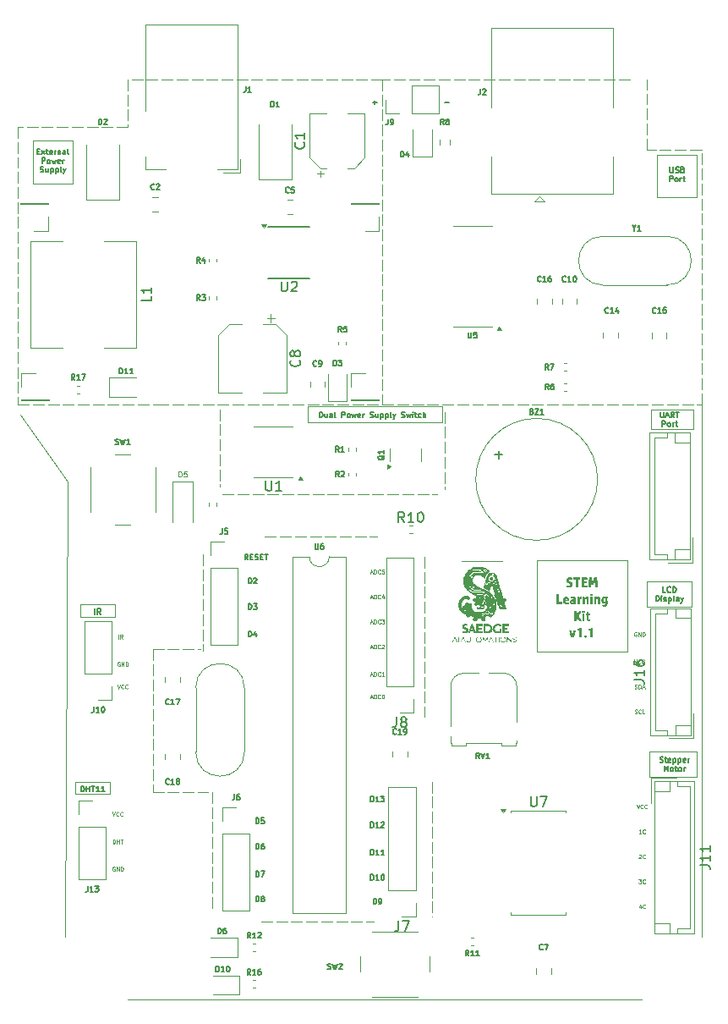
<source format=gbr>
%TF.GenerationSoftware,KiCad,Pcbnew,9.0.2*%
%TF.CreationDate,2025-09-24T13:25:18+05:30*%
%TF.ProjectId,UNO STEMc3.1,554e4f20-5354-4454-9d63-332e312e6b69,rev?*%
%TF.SameCoordinates,Original*%
%TF.FileFunction,Legend,Top*%
%TF.FilePolarity,Positive*%
%FSLAX46Y46*%
G04 Gerber Fmt 4.6, Leading zero omitted, Abs format (unit mm)*
G04 Created by KiCad (PCBNEW 9.0.2) date 2025-09-24 13:25:18*
%MOMM*%
%LPD*%
G01*
G04 APERTURE LIST*
%ADD10C,0.100000*%
%ADD11C,0.137500*%
%ADD12C,0.200000*%
%ADD13C,0.068750*%
%ADD14C,0.150000*%
%ADD15C,0.300000*%
%ADD16C,0.120000*%
%ADD17C,0.000000*%
G04 APERTURE END LIST*
D10*
X126000000Y-152250000D02*
X130750000Y-152250000D01*
X130750000Y-154750000D01*
X126000000Y-154750000D01*
X126000000Y-152250000D01*
X73750000Y-89750000D02*
X72650000Y-89750000D01*
X72250000Y-89750000D02*
X71150000Y-89750000D01*
X70750000Y-89750000D02*
X69650000Y-89750000D01*
X69250000Y-89750000D02*
X68150000Y-89750000D01*
X67750000Y-89750000D02*
X66650000Y-89750000D01*
X66250000Y-89750000D02*
X65150000Y-89750000D01*
X64750000Y-89750000D02*
X63650000Y-89750000D01*
X63250000Y-89750000D02*
X62750000Y-89750000D01*
X125750000Y-92000000D02*
X125750000Y-90900000D01*
X125750000Y-90500000D02*
X125750000Y-89400000D01*
X125750000Y-89000000D02*
X125750000Y-87900000D01*
X125750000Y-87500000D02*
X125750000Y-86400000D01*
X125750000Y-86000000D02*
X125750000Y-85000000D01*
X63000000Y-118500000D02*
X67750000Y-125250000D01*
X76250000Y-142000000D02*
X76250000Y-143100000D01*
X76250000Y-143500000D02*
X76250000Y-144600000D01*
X76250000Y-145000000D02*
X76250000Y-146100000D01*
X76250000Y-146500000D02*
X76250000Y-147600000D01*
X76250000Y-148000000D02*
X76250000Y-149100000D01*
X76250000Y-149500000D02*
X76250000Y-150600000D01*
X76250000Y-151000000D02*
X76250000Y-152100000D01*
X76250000Y-152500000D02*
X76250000Y-153600000D01*
X76250000Y-154000000D02*
X76250000Y-155100000D01*
X76250000Y-155500000D02*
X76250000Y-156250000D01*
X99250000Y-85000000D02*
X98150000Y-85000000D01*
X97750000Y-85000000D02*
X96650000Y-85000000D01*
X96250000Y-85000000D02*
X95150000Y-85000000D01*
X94750000Y-85000000D02*
X93650000Y-85000000D01*
X93250000Y-85000000D02*
X92150000Y-85000000D01*
X91750000Y-85000000D02*
X90650000Y-85000000D01*
X90250000Y-85000000D02*
X89150000Y-85000000D01*
X88750000Y-85000000D02*
X87650000Y-85000000D01*
X87250000Y-85000000D02*
X86150000Y-85000000D01*
X85750000Y-85000000D02*
X84650000Y-85000000D01*
X84250000Y-85000000D02*
X83150000Y-85000000D01*
X82750000Y-85000000D02*
X81650000Y-85000000D01*
X81250000Y-85000000D02*
X80150000Y-85000000D01*
X79750000Y-85000000D02*
X78650000Y-85000000D01*
X78250000Y-85000000D02*
X77150000Y-85000000D01*
X76750000Y-85000000D02*
X75650000Y-85000000D01*
X75250000Y-85000000D02*
X74150000Y-85000000D01*
X73750000Y-85000000D02*
X73750000Y-85000000D01*
X64250000Y-91125000D02*
X68250000Y-91125000D01*
X68250000Y-95375000D01*
X64250000Y-95375000D01*
X64250000Y-91125000D01*
X87125000Y-169250000D02*
X88225000Y-169250000D01*
X88625000Y-169250000D02*
X89725000Y-169250000D01*
X90125000Y-169250000D02*
X91225000Y-169250000D01*
X91625000Y-169250000D02*
X92725000Y-169250000D01*
X93125000Y-169250000D02*
X94225000Y-169250000D01*
X94625000Y-169250000D02*
X95725000Y-169250000D01*
X96125000Y-169250000D02*
X97225000Y-169250000D01*
X97625000Y-169250000D02*
X98375000Y-169250000D01*
X62750000Y-89750000D02*
X62750000Y-90850000D01*
X62750000Y-91250000D02*
X62750000Y-92350000D01*
X62750000Y-92750000D02*
X62750000Y-93850000D01*
X62750000Y-94250000D02*
X62750000Y-95350000D01*
X62750000Y-95750000D02*
X62750000Y-96850000D01*
X62750000Y-97250000D02*
X62750000Y-98350000D01*
X62750000Y-98750000D02*
X62750000Y-99850000D01*
X62750000Y-100250000D02*
X62750000Y-101350000D01*
X62750000Y-101750000D02*
X62750000Y-102850000D01*
X62750000Y-103250000D02*
X62750000Y-104350000D01*
X62750000Y-104750000D02*
X62750000Y-105850000D01*
X62750000Y-106250000D02*
X62750000Y-107350000D01*
X62750000Y-107750000D02*
X62750000Y-108850000D01*
X62750000Y-109250000D02*
X62750000Y-110350000D01*
X62750000Y-110750000D02*
X62750000Y-111850000D01*
X62750000Y-112250000D02*
X62750000Y-113350000D01*
X62750000Y-113750000D02*
X62750000Y-114850000D01*
X62750000Y-115250000D02*
X62750000Y-116350000D01*
X62750000Y-116750000D02*
X62750000Y-117500000D01*
X125750000Y-135250000D02*
X130250000Y-135250000D01*
X130250000Y-137750000D01*
X125750000Y-137750000D01*
X125750000Y-135250000D01*
X91750000Y-117687500D02*
X105250000Y-117687500D01*
X105250000Y-119312500D01*
X91750000Y-119312500D01*
X91750000Y-117687500D01*
X67750000Y-125250000D02*
X67500000Y-170750000D01*
X131250000Y-117500000D02*
X131250000Y-155140000D01*
X62750000Y-117500000D02*
X63850000Y-117500000D01*
X64250000Y-117500000D02*
X65350000Y-117500000D01*
X65750000Y-117500000D02*
X66850000Y-117500000D01*
X67250000Y-117500000D02*
X68350000Y-117500000D01*
X68750000Y-117500000D02*
X69850000Y-117500000D01*
X70250000Y-117500000D02*
X71350000Y-117500000D01*
X71750000Y-117500000D02*
X72850000Y-117500000D01*
X73250000Y-117500000D02*
X74350000Y-117500000D01*
X74750000Y-117500000D02*
X75850000Y-117500000D01*
X76250000Y-117500000D02*
X76625000Y-117500000D01*
X87500000Y-130750000D02*
X88600000Y-130750000D01*
X89000000Y-130750000D02*
X90100000Y-130750000D01*
X90500000Y-130750000D02*
X91600000Y-130750000D01*
X92000000Y-130750000D02*
X93100000Y-130750000D01*
X93500000Y-130750000D02*
X94600000Y-130750000D01*
X95000000Y-130750000D02*
X96100000Y-130750000D01*
X96500000Y-130750000D02*
X97600000Y-130750000D01*
X98000000Y-130750000D02*
X98750000Y-130750000D01*
X126125000Y-118000000D02*
X130375000Y-118000000D01*
X130375000Y-120000000D01*
X126125000Y-120000000D01*
X126125000Y-118000000D01*
X82250000Y-156280000D02*
X82250000Y-157380000D01*
X82250000Y-157780000D02*
X82250000Y-158880000D01*
X82250000Y-159280000D02*
X82250000Y-160380000D01*
X82250000Y-160780000D02*
X82250000Y-161880000D01*
X82250000Y-162280000D02*
X82250000Y-163380000D01*
X82250000Y-163780000D02*
X82250000Y-164880000D01*
X82250000Y-165280000D02*
X82250000Y-166380000D01*
X82250000Y-166780000D02*
X82250000Y-167880000D01*
X105500000Y-118250000D02*
X105500000Y-119350000D01*
X105500000Y-119750000D02*
X105500000Y-120850000D01*
X105500000Y-121250000D02*
X105500000Y-122350000D01*
X105500000Y-122750000D02*
X105500000Y-123850000D01*
X105500000Y-124250000D02*
X105500000Y-125350000D01*
X105500000Y-125750000D02*
X105500000Y-126000000D01*
X76750000Y-117500000D02*
X77850000Y-117500000D01*
X78250000Y-117500000D02*
X79350000Y-117500000D01*
X79750000Y-117500000D02*
X80850000Y-117500000D01*
X81250000Y-117500000D02*
X82350000Y-117500000D01*
X82750000Y-117500000D02*
X83850000Y-117500000D01*
X84250000Y-117500000D02*
X85350000Y-117500000D01*
X85750000Y-117500000D02*
X86850000Y-117500000D01*
X87250000Y-117500000D02*
X88350000Y-117500000D01*
X88750000Y-117500000D02*
X89850000Y-117500000D01*
X90250000Y-117500000D02*
X91350000Y-117500000D01*
X91750000Y-117500000D02*
X92850000Y-117500000D01*
X93250000Y-117500000D02*
X94350000Y-117500000D01*
X94750000Y-117500000D02*
X95850000Y-117500000D01*
X96250000Y-117500000D02*
X97350000Y-117500000D01*
X97750000Y-117500000D02*
X98850000Y-117500000D01*
X99250000Y-117500000D02*
X99250000Y-117500000D01*
X73750000Y-177000000D02*
X125250000Y-177000000D01*
X104250000Y-155250000D02*
X104250000Y-156350000D01*
X104250000Y-156750000D02*
X104250000Y-157850000D01*
X104250000Y-158250000D02*
X104250000Y-159350000D01*
X104250000Y-159750000D02*
X104250000Y-160850000D01*
X104250000Y-161250000D02*
X104250000Y-162350000D01*
X104250000Y-162750000D02*
X104250000Y-163850000D01*
X104250000Y-164250000D02*
X104250000Y-165350000D01*
X104250000Y-165750000D02*
X104250000Y-166850000D01*
X104250000Y-167250000D02*
X104250000Y-168350000D01*
X104250000Y-168750000D02*
X104250000Y-168750000D01*
X114750000Y-133070000D02*
X123750000Y-133070000D01*
X123750000Y-142250000D01*
X114750000Y-142250000D01*
X114750000Y-133070000D01*
X83000000Y-118000000D02*
X83000000Y-119100000D01*
X83000000Y-119500000D02*
X83000000Y-120600000D01*
X83000000Y-121000000D02*
X83000000Y-122100000D01*
X83000000Y-122500000D02*
X83000000Y-123600000D01*
X83000000Y-124000000D02*
X83000000Y-125100000D01*
X83000000Y-125500000D02*
X83000000Y-125750000D01*
X76250000Y-156250000D02*
X77350000Y-156250000D01*
X77750000Y-156250000D02*
X78850000Y-156250000D01*
X79250000Y-156250000D02*
X80350000Y-156250000D01*
X80750000Y-156250000D02*
X81750000Y-156250000D01*
X131250000Y-117500000D02*
X131250000Y-116400000D01*
X131250000Y-116000000D02*
X131250000Y-114900000D01*
X131250000Y-114500000D02*
X131250000Y-113400000D01*
X131250000Y-113000000D02*
X131250000Y-111900000D01*
X131250000Y-111500000D02*
X131250000Y-110400000D01*
X131250000Y-110000000D02*
X131250000Y-108900000D01*
X131250000Y-108500000D02*
X131250000Y-107400000D01*
X131250000Y-107000000D02*
X131250000Y-105900000D01*
X131250000Y-105500000D02*
X131250000Y-104400000D01*
X131250000Y-104000000D02*
X131250000Y-102900000D01*
X131250000Y-102500000D02*
X131250000Y-101400000D01*
X131250000Y-101000000D02*
X131250000Y-99900000D01*
X131250000Y-99500000D02*
X131250000Y-98400000D01*
X131250000Y-98000000D02*
X131250000Y-96900000D01*
X131250000Y-96500000D02*
X131250000Y-95400000D01*
X131250000Y-95000000D02*
X131250000Y-93900000D01*
X131250000Y-93500000D02*
X131250000Y-92400000D01*
X131250000Y-92000000D02*
X131250000Y-92000000D01*
X81250000Y-132500000D02*
X81250000Y-133600000D01*
X81250000Y-134000000D02*
X81250000Y-135100000D01*
X81250000Y-135500000D02*
X81250000Y-136600000D01*
X81250000Y-137000000D02*
X81250000Y-138100000D01*
X81250000Y-138500000D02*
X81250000Y-139600000D01*
X81250000Y-140000000D02*
X81250000Y-141100000D01*
X81250000Y-141500000D02*
X81250000Y-142190000D01*
X126750000Y-92500000D02*
X130750000Y-92500000D01*
X130750000Y-96750000D01*
X126750000Y-96750000D01*
X126750000Y-92500000D01*
X99250000Y-85000000D02*
X99250000Y-86100000D01*
X99250000Y-86500000D02*
X99250000Y-87600000D01*
X99250000Y-88000000D02*
X99250000Y-89100000D01*
X99250000Y-89500000D02*
X99250000Y-90600000D01*
X99250000Y-91000000D02*
X99250000Y-92100000D01*
X99250000Y-92500000D02*
X99250000Y-93600000D01*
X99250000Y-94000000D02*
X99250000Y-95100000D01*
X99250000Y-95500000D02*
X99250000Y-96600000D01*
X99250000Y-97000000D02*
X99250000Y-98100000D01*
X99250000Y-98500000D02*
X99250000Y-99600000D01*
X99250000Y-100000000D02*
X99250000Y-101100000D01*
X99250000Y-101500000D02*
X99250000Y-102600000D01*
X99250000Y-103000000D02*
X99250000Y-104100000D01*
X99250000Y-104500000D02*
X99250000Y-105600000D01*
X99250000Y-106000000D02*
X99250000Y-107100000D01*
X99250000Y-107500000D02*
X99250000Y-108600000D01*
X99250000Y-109000000D02*
X99250000Y-110100000D01*
X99250000Y-110500000D02*
X99250000Y-111600000D01*
X99250000Y-112000000D02*
X99250000Y-113100000D01*
X99250000Y-113500000D02*
X99250000Y-114600000D01*
X99250000Y-115000000D02*
X99250000Y-116100000D01*
X99250000Y-116500000D02*
X99250000Y-117500000D01*
X73750000Y-85000000D02*
X73750000Y-86100000D01*
X73750000Y-86500000D02*
X73750000Y-87600000D01*
X73750000Y-88000000D02*
X73750000Y-89100000D01*
X73750000Y-89500000D02*
X73750000Y-89750000D01*
X99250000Y-117500000D02*
X100350000Y-117500000D01*
X100750000Y-117500000D02*
X101850000Y-117500000D01*
X102250000Y-117500000D02*
X103350000Y-117500000D01*
X103750000Y-117500000D02*
X104850000Y-117500000D01*
X105250000Y-117500000D02*
X106350000Y-117500000D01*
X106750000Y-117500000D02*
X107850000Y-117500000D01*
X108250000Y-117500000D02*
X109350000Y-117500000D01*
X109750000Y-117500000D02*
X110850000Y-117500000D01*
X111250000Y-117500000D02*
X112350000Y-117500000D01*
X112750000Y-117500000D02*
X113850000Y-117500000D01*
X114250000Y-117500000D02*
X115350000Y-117500000D01*
X115750000Y-117500000D02*
X116850000Y-117500000D01*
X117250000Y-117500000D02*
X118350000Y-117500000D01*
X118750000Y-117500000D02*
X119850000Y-117500000D01*
X120250000Y-117500000D02*
X121350000Y-117500000D01*
X121750000Y-117500000D02*
X122850000Y-117500000D01*
X123250000Y-117500000D02*
X124350000Y-117500000D01*
X124750000Y-117500000D02*
X125850000Y-117500000D01*
X126250000Y-117500000D02*
X127350000Y-117500000D01*
X127750000Y-117500000D02*
X128850000Y-117500000D01*
X129250000Y-117500000D02*
X130350000Y-117500000D01*
X130750000Y-117500000D02*
X131250000Y-117500000D01*
X103500000Y-132750000D02*
X103500000Y-133850000D01*
X103500000Y-134250000D02*
X103500000Y-135350000D01*
X103500000Y-135750000D02*
X103500000Y-136850000D01*
X103500000Y-137250000D02*
X103500000Y-138350000D01*
X103500000Y-138750000D02*
X103500000Y-139850000D01*
X103500000Y-140250000D02*
X103500000Y-141350000D01*
X103500000Y-141750000D02*
X103500000Y-142850000D01*
X103500000Y-143250000D02*
X103500000Y-144350000D01*
X103500000Y-144750000D02*
X103500000Y-145850000D01*
X103500000Y-146250000D02*
X103500000Y-147350000D01*
X103500000Y-147750000D02*
X103500000Y-148750000D01*
X69000000Y-137500000D02*
X72500000Y-137500000D01*
X72500000Y-138750000D01*
X69000000Y-138750000D01*
X69000000Y-137500000D01*
X131125000Y-92000000D02*
X130025000Y-92000000D01*
X129625000Y-92000000D02*
X128525000Y-92000000D01*
X128125000Y-92000000D02*
X127025000Y-92000000D01*
X126625000Y-92000000D02*
X125750000Y-92000000D01*
X68500000Y-155250000D02*
X72000000Y-155250000D01*
X72000000Y-156500000D01*
X68500000Y-156500000D01*
X68500000Y-155250000D01*
X131250000Y-155140000D02*
X131250000Y-170750000D01*
X124000000Y-85000000D02*
X122900000Y-85000000D01*
X122500000Y-85000000D02*
X121400000Y-85000000D01*
X121000000Y-85000000D02*
X119900000Y-85000000D01*
X119500000Y-85000000D02*
X118400000Y-85000000D01*
X118000000Y-85000000D02*
X116900000Y-85000000D01*
X116500000Y-85000000D02*
X115400000Y-85000000D01*
X115000000Y-85000000D02*
X113900000Y-85000000D01*
X113500000Y-85000000D02*
X112400000Y-85000000D01*
X112000000Y-85000000D02*
X110900000Y-85000000D01*
X110500000Y-85000000D02*
X109400000Y-85000000D01*
X109000000Y-85000000D02*
X107900000Y-85000000D01*
X107500000Y-85000000D02*
X106400000Y-85000000D01*
X106000000Y-85000000D02*
X104900000Y-85000000D01*
X104500000Y-85000000D02*
X103400000Y-85000000D01*
X103000000Y-85000000D02*
X101900000Y-85000000D01*
X101500000Y-85000000D02*
X100400000Y-85000000D01*
X100000000Y-85000000D02*
X99250000Y-85000000D01*
X83250000Y-126500000D02*
X84350000Y-126500000D01*
X84750000Y-126500000D02*
X85850000Y-126500000D01*
X86250000Y-126500000D02*
X87350000Y-126500000D01*
X87750000Y-126500000D02*
X88850000Y-126500000D01*
X89250000Y-126500000D02*
X90350000Y-126500000D01*
X90750000Y-126500000D02*
X91850000Y-126500000D01*
X92250000Y-126500000D02*
X93350000Y-126500000D01*
X93750000Y-126500000D02*
X94850000Y-126500000D01*
X95250000Y-126500000D02*
X96350000Y-126500000D01*
X96750000Y-126500000D02*
X97850000Y-126500000D01*
X98250000Y-126500000D02*
X99350000Y-126500000D01*
X99750000Y-126500000D02*
X100850000Y-126500000D01*
X101250000Y-126500000D02*
X102350000Y-126500000D01*
X102750000Y-126500000D02*
X103850000Y-126500000D01*
X104250000Y-126500000D02*
X104750000Y-126500000D01*
X76250000Y-142000000D02*
X77350000Y-142000000D01*
X77750000Y-142000000D02*
X78850000Y-142000000D01*
X79250000Y-142000000D02*
X80350000Y-142000000D01*
X80750000Y-142000000D02*
X81000000Y-142000000D01*
D11*
X128055952Y-93754556D02*
X128055952Y-94199794D01*
X128055952Y-94199794D02*
X128082142Y-94252175D01*
X128082142Y-94252175D02*
X128108333Y-94278366D01*
X128108333Y-94278366D02*
X128160714Y-94304556D01*
X128160714Y-94304556D02*
X128265476Y-94304556D01*
X128265476Y-94304556D02*
X128317857Y-94278366D01*
X128317857Y-94278366D02*
X128344047Y-94252175D01*
X128344047Y-94252175D02*
X128370238Y-94199794D01*
X128370238Y-94199794D02*
X128370238Y-93754556D01*
X128605951Y-94278366D02*
X128684523Y-94304556D01*
X128684523Y-94304556D02*
X128815475Y-94304556D01*
X128815475Y-94304556D02*
X128867856Y-94278366D01*
X128867856Y-94278366D02*
X128894047Y-94252175D01*
X128894047Y-94252175D02*
X128920237Y-94199794D01*
X128920237Y-94199794D02*
X128920237Y-94147413D01*
X128920237Y-94147413D02*
X128894047Y-94095032D01*
X128894047Y-94095032D02*
X128867856Y-94068842D01*
X128867856Y-94068842D02*
X128815475Y-94042651D01*
X128815475Y-94042651D02*
X128710713Y-94016461D01*
X128710713Y-94016461D02*
X128658332Y-93990270D01*
X128658332Y-93990270D02*
X128632142Y-93964080D01*
X128632142Y-93964080D02*
X128605951Y-93911699D01*
X128605951Y-93911699D02*
X128605951Y-93859318D01*
X128605951Y-93859318D02*
X128632142Y-93806937D01*
X128632142Y-93806937D02*
X128658332Y-93780746D01*
X128658332Y-93780746D02*
X128710713Y-93754556D01*
X128710713Y-93754556D02*
X128841666Y-93754556D01*
X128841666Y-93754556D02*
X128920237Y-93780746D01*
X129339285Y-94016461D02*
X129417857Y-94042651D01*
X129417857Y-94042651D02*
X129444047Y-94068842D01*
X129444047Y-94068842D02*
X129470238Y-94121223D01*
X129470238Y-94121223D02*
X129470238Y-94199794D01*
X129470238Y-94199794D02*
X129444047Y-94252175D01*
X129444047Y-94252175D02*
X129417857Y-94278366D01*
X129417857Y-94278366D02*
X129365476Y-94304556D01*
X129365476Y-94304556D02*
X129155952Y-94304556D01*
X129155952Y-94304556D02*
X129155952Y-93754556D01*
X129155952Y-93754556D02*
X129339285Y-93754556D01*
X129339285Y-93754556D02*
X129391666Y-93780746D01*
X129391666Y-93780746D02*
X129417857Y-93806937D01*
X129417857Y-93806937D02*
X129444047Y-93859318D01*
X129444047Y-93859318D02*
X129444047Y-93911699D01*
X129444047Y-93911699D02*
X129417857Y-93964080D01*
X129417857Y-93964080D02*
X129391666Y-93990270D01*
X129391666Y-93990270D02*
X129339285Y-94016461D01*
X129339285Y-94016461D02*
X129155952Y-94016461D01*
X128029762Y-95190025D02*
X128029762Y-94640025D01*
X128029762Y-94640025D02*
X128239286Y-94640025D01*
X128239286Y-94640025D02*
X128291667Y-94666215D01*
X128291667Y-94666215D02*
X128317857Y-94692406D01*
X128317857Y-94692406D02*
X128344048Y-94744787D01*
X128344048Y-94744787D02*
X128344048Y-94823358D01*
X128344048Y-94823358D02*
X128317857Y-94875739D01*
X128317857Y-94875739D02*
X128291667Y-94901930D01*
X128291667Y-94901930D02*
X128239286Y-94928120D01*
X128239286Y-94928120D02*
X128029762Y-94928120D01*
X128658333Y-95190025D02*
X128605952Y-95163835D01*
X128605952Y-95163835D02*
X128579762Y-95137644D01*
X128579762Y-95137644D02*
X128553571Y-95085263D01*
X128553571Y-95085263D02*
X128553571Y-94928120D01*
X128553571Y-94928120D02*
X128579762Y-94875739D01*
X128579762Y-94875739D02*
X128605952Y-94849549D01*
X128605952Y-94849549D02*
X128658333Y-94823358D01*
X128658333Y-94823358D02*
X128736905Y-94823358D01*
X128736905Y-94823358D02*
X128789286Y-94849549D01*
X128789286Y-94849549D02*
X128815476Y-94875739D01*
X128815476Y-94875739D02*
X128841667Y-94928120D01*
X128841667Y-94928120D02*
X128841667Y-95085263D01*
X128841667Y-95085263D02*
X128815476Y-95137644D01*
X128815476Y-95137644D02*
X128789286Y-95163835D01*
X128789286Y-95163835D02*
X128736905Y-95190025D01*
X128736905Y-95190025D02*
X128658333Y-95190025D01*
X129077381Y-95190025D02*
X129077381Y-94823358D01*
X129077381Y-94928120D02*
X129103571Y-94875739D01*
X129103571Y-94875739D02*
X129129762Y-94849549D01*
X129129762Y-94849549D02*
X129182143Y-94823358D01*
X129182143Y-94823358D02*
X129234524Y-94823358D01*
X129339285Y-94823358D02*
X129548809Y-94823358D01*
X129417857Y-94640025D02*
X129417857Y-95111454D01*
X129417857Y-95111454D02*
X129444047Y-95163835D01*
X129444047Y-95163835D02*
X129496428Y-95190025D01*
X129496428Y-95190025D02*
X129548809Y-95190025D01*
D10*
X124466667Y-143029847D02*
X124600000Y-143429847D01*
X124600000Y-143429847D02*
X124733333Y-143029847D01*
X125095238Y-143391752D02*
X125076190Y-143410800D01*
X125076190Y-143410800D02*
X125019048Y-143429847D01*
X125019048Y-143429847D02*
X124980952Y-143429847D01*
X124980952Y-143429847D02*
X124923809Y-143410800D01*
X124923809Y-143410800D02*
X124885714Y-143372704D01*
X124885714Y-143372704D02*
X124866667Y-143334609D01*
X124866667Y-143334609D02*
X124847619Y-143258419D01*
X124847619Y-143258419D02*
X124847619Y-143201276D01*
X124847619Y-143201276D02*
X124866667Y-143125085D01*
X124866667Y-143125085D02*
X124885714Y-143086990D01*
X124885714Y-143086990D02*
X124923809Y-143048895D01*
X124923809Y-143048895D02*
X124980952Y-143029847D01*
X124980952Y-143029847D02*
X125019048Y-143029847D01*
X125019048Y-143029847D02*
X125076190Y-143048895D01*
X125076190Y-143048895D02*
X125095238Y-143067942D01*
X125495238Y-143391752D02*
X125476190Y-143410800D01*
X125476190Y-143410800D02*
X125419048Y-143429847D01*
X125419048Y-143429847D02*
X125380952Y-143429847D01*
X125380952Y-143429847D02*
X125323809Y-143410800D01*
X125323809Y-143410800D02*
X125285714Y-143372704D01*
X125285714Y-143372704D02*
X125266667Y-143334609D01*
X125266667Y-143334609D02*
X125247619Y-143258419D01*
X125247619Y-143258419D02*
X125247619Y-143201276D01*
X125247619Y-143201276D02*
X125266667Y-143125085D01*
X125266667Y-143125085D02*
X125285714Y-143086990D01*
X125285714Y-143086990D02*
X125323809Y-143048895D01*
X125323809Y-143048895D02*
X125380952Y-143029847D01*
X125380952Y-143029847D02*
X125419048Y-143029847D01*
X125419048Y-143029847D02*
X125476190Y-143048895D01*
X125476190Y-143048895D02*
X125495238Y-143067942D01*
D11*
X98082142Y-159827290D02*
X98082142Y-159277290D01*
X98082142Y-159277290D02*
X98213094Y-159277290D01*
X98213094Y-159277290D02*
X98291666Y-159303480D01*
X98291666Y-159303480D02*
X98344047Y-159355861D01*
X98344047Y-159355861D02*
X98370237Y-159408242D01*
X98370237Y-159408242D02*
X98396428Y-159513004D01*
X98396428Y-159513004D02*
X98396428Y-159591576D01*
X98396428Y-159591576D02*
X98370237Y-159696338D01*
X98370237Y-159696338D02*
X98344047Y-159748719D01*
X98344047Y-159748719D02*
X98291666Y-159801100D01*
X98291666Y-159801100D02*
X98213094Y-159827290D01*
X98213094Y-159827290D02*
X98082142Y-159827290D01*
X98920237Y-159827290D02*
X98605951Y-159827290D01*
X98763094Y-159827290D02*
X98763094Y-159277290D01*
X98763094Y-159277290D02*
X98710713Y-159355861D01*
X98710713Y-159355861D02*
X98658332Y-159408242D01*
X98658332Y-159408242D02*
X98605951Y-159434433D01*
X99129761Y-159329671D02*
X99155952Y-159303480D01*
X99155952Y-159303480D02*
X99208333Y-159277290D01*
X99208333Y-159277290D02*
X99339285Y-159277290D01*
X99339285Y-159277290D02*
X99391666Y-159303480D01*
X99391666Y-159303480D02*
X99417857Y-159329671D01*
X99417857Y-159329671D02*
X99444047Y-159382052D01*
X99444047Y-159382052D02*
X99444047Y-159434433D01*
X99444047Y-159434433D02*
X99417857Y-159513004D01*
X99417857Y-159513004D02*
X99103571Y-159827290D01*
X99103571Y-159827290D02*
X99444047Y-159827290D01*
X98082142Y-157247290D02*
X98082142Y-156697290D01*
X98082142Y-156697290D02*
X98213094Y-156697290D01*
X98213094Y-156697290D02*
X98291666Y-156723480D01*
X98291666Y-156723480D02*
X98344047Y-156775861D01*
X98344047Y-156775861D02*
X98370237Y-156828242D01*
X98370237Y-156828242D02*
X98396428Y-156933004D01*
X98396428Y-156933004D02*
X98396428Y-157011576D01*
X98396428Y-157011576D02*
X98370237Y-157116338D01*
X98370237Y-157116338D02*
X98344047Y-157168719D01*
X98344047Y-157168719D02*
X98291666Y-157221100D01*
X98291666Y-157221100D02*
X98213094Y-157247290D01*
X98213094Y-157247290D02*
X98082142Y-157247290D01*
X98920237Y-157247290D02*
X98605951Y-157247290D01*
X98763094Y-157247290D02*
X98763094Y-156697290D01*
X98763094Y-156697290D02*
X98710713Y-156775861D01*
X98710713Y-156775861D02*
X98658332Y-156828242D01*
X98658332Y-156828242D02*
X98605951Y-156854433D01*
X99103571Y-156697290D02*
X99444047Y-156697290D01*
X99444047Y-156697290D02*
X99260714Y-156906814D01*
X99260714Y-156906814D02*
X99339285Y-156906814D01*
X99339285Y-156906814D02*
X99391666Y-156933004D01*
X99391666Y-156933004D02*
X99417857Y-156959195D01*
X99417857Y-156959195D02*
X99444047Y-157011576D01*
X99444047Y-157011576D02*
X99444047Y-157142528D01*
X99444047Y-157142528D02*
X99417857Y-157194909D01*
X99417857Y-157194909D02*
X99391666Y-157221100D01*
X99391666Y-157221100D02*
X99339285Y-157247290D01*
X99339285Y-157247290D02*
X99182142Y-157247290D01*
X99182142Y-157247290D02*
X99129761Y-157221100D01*
X99129761Y-157221100D02*
X99103571Y-157194909D01*
D10*
X98064286Y-146815561D02*
X98254762Y-146815561D01*
X98026191Y-146929847D02*
X98159524Y-146529847D01*
X98159524Y-146529847D02*
X98292857Y-146929847D01*
X98426191Y-146929847D02*
X98426191Y-146529847D01*
X98426191Y-146529847D02*
X98521429Y-146529847D01*
X98521429Y-146529847D02*
X98578572Y-146548895D01*
X98578572Y-146548895D02*
X98616667Y-146586990D01*
X98616667Y-146586990D02*
X98635714Y-146625085D01*
X98635714Y-146625085D02*
X98654762Y-146701276D01*
X98654762Y-146701276D02*
X98654762Y-146758419D01*
X98654762Y-146758419D02*
X98635714Y-146834609D01*
X98635714Y-146834609D02*
X98616667Y-146872704D01*
X98616667Y-146872704D02*
X98578572Y-146910800D01*
X98578572Y-146910800D02*
X98521429Y-146929847D01*
X98521429Y-146929847D02*
X98426191Y-146929847D01*
X99054762Y-146891752D02*
X99035714Y-146910800D01*
X99035714Y-146910800D02*
X98978572Y-146929847D01*
X98978572Y-146929847D02*
X98940476Y-146929847D01*
X98940476Y-146929847D02*
X98883333Y-146910800D01*
X98883333Y-146910800D02*
X98845238Y-146872704D01*
X98845238Y-146872704D02*
X98826191Y-146834609D01*
X98826191Y-146834609D02*
X98807143Y-146758419D01*
X98807143Y-146758419D02*
X98807143Y-146701276D01*
X98807143Y-146701276D02*
X98826191Y-146625085D01*
X98826191Y-146625085D02*
X98845238Y-146586990D01*
X98845238Y-146586990D02*
X98883333Y-146548895D01*
X98883333Y-146548895D02*
X98940476Y-146529847D01*
X98940476Y-146529847D02*
X98978572Y-146529847D01*
X98978572Y-146529847D02*
X99035714Y-146548895D01*
X99035714Y-146548895D02*
X99054762Y-146567942D01*
X99302381Y-146529847D02*
X99340476Y-146529847D01*
X99340476Y-146529847D02*
X99378572Y-146548895D01*
X99378572Y-146548895D02*
X99397619Y-146567942D01*
X99397619Y-146567942D02*
X99416667Y-146606038D01*
X99416667Y-146606038D02*
X99435714Y-146682228D01*
X99435714Y-146682228D02*
X99435714Y-146777466D01*
X99435714Y-146777466D02*
X99416667Y-146853657D01*
X99416667Y-146853657D02*
X99397619Y-146891752D01*
X99397619Y-146891752D02*
X99378572Y-146910800D01*
X99378572Y-146910800D02*
X99340476Y-146929847D01*
X99340476Y-146929847D02*
X99302381Y-146929847D01*
X99302381Y-146929847D02*
X99264286Y-146910800D01*
X99264286Y-146910800D02*
X99245238Y-146891752D01*
X99245238Y-146891752D02*
X99226191Y-146853657D01*
X99226191Y-146853657D02*
X99207143Y-146777466D01*
X99207143Y-146777466D02*
X99207143Y-146682228D01*
X99207143Y-146682228D02*
X99226191Y-146606038D01*
X99226191Y-146606038D02*
X99245238Y-146567942D01*
X99245238Y-146567942D02*
X99264286Y-146548895D01*
X99264286Y-146548895D02*
X99302381Y-146529847D01*
D11*
X70475000Y-138497290D02*
X70475000Y-137947290D01*
X71051191Y-138497290D02*
X70867857Y-138235385D01*
X70736905Y-138497290D02*
X70736905Y-137947290D01*
X70736905Y-137947290D02*
X70946429Y-137947290D01*
X70946429Y-137947290D02*
X70998810Y-137973480D01*
X70998810Y-137973480D02*
X71025000Y-137999671D01*
X71025000Y-137999671D02*
X71051191Y-138052052D01*
X71051191Y-138052052D02*
X71051191Y-138130623D01*
X71051191Y-138130623D02*
X71025000Y-138183004D01*
X71025000Y-138183004D02*
X70998810Y-138209195D01*
X70998810Y-138209195D02*
X70946429Y-138235385D01*
X70946429Y-138235385D02*
X70736905Y-138235385D01*
D10*
X124695237Y-140298895D02*
X124657142Y-140279847D01*
X124657142Y-140279847D02*
X124599999Y-140279847D01*
X124599999Y-140279847D02*
X124542856Y-140298895D01*
X124542856Y-140298895D02*
X124504761Y-140336990D01*
X124504761Y-140336990D02*
X124485714Y-140375085D01*
X124485714Y-140375085D02*
X124466666Y-140451276D01*
X124466666Y-140451276D02*
X124466666Y-140508419D01*
X124466666Y-140508419D02*
X124485714Y-140584609D01*
X124485714Y-140584609D02*
X124504761Y-140622704D01*
X124504761Y-140622704D02*
X124542856Y-140660800D01*
X124542856Y-140660800D02*
X124599999Y-140679847D01*
X124599999Y-140679847D02*
X124638095Y-140679847D01*
X124638095Y-140679847D02*
X124695237Y-140660800D01*
X124695237Y-140660800D02*
X124714285Y-140641752D01*
X124714285Y-140641752D02*
X124714285Y-140508419D01*
X124714285Y-140508419D02*
X124638095Y-140508419D01*
X124885714Y-140679847D02*
X124885714Y-140279847D01*
X124885714Y-140279847D02*
X125114285Y-140679847D01*
X125114285Y-140679847D02*
X125114285Y-140279847D01*
X125304762Y-140679847D02*
X125304762Y-140279847D01*
X125304762Y-140279847D02*
X125400000Y-140279847D01*
X125400000Y-140279847D02*
X125457143Y-140298895D01*
X125457143Y-140298895D02*
X125495238Y-140336990D01*
X125495238Y-140336990D02*
X125514285Y-140375085D01*
X125514285Y-140375085D02*
X125533333Y-140451276D01*
X125533333Y-140451276D02*
X125533333Y-140508419D01*
X125533333Y-140508419D02*
X125514285Y-140584609D01*
X125514285Y-140584609D02*
X125495238Y-140622704D01*
X125495238Y-140622704D02*
X125457143Y-140660800D01*
X125457143Y-140660800D02*
X125400000Y-140679847D01*
X125400000Y-140679847D02*
X125304762Y-140679847D01*
X98064286Y-139315561D02*
X98254762Y-139315561D01*
X98026191Y-139429847D02*
X98159524Y-139029847D01*
X98159524Y-139029847D02*
X98292857Y-139429847D01*
X98426191Y-139429847D02*
X98426191Y-139029847D01*
X98426191Y-139029847D02*
X98521429Y-139029847D01*
X98521429Y-139029847D02*
X98578572Y-139048895D01*
X98578572Y-139048895D02*
X98616667Y-139086990D01*
X98616667Y-139086990D02*
X98635714Y-139125085D01*
X98635714Y-139125085D02*
X98654762Y-139201276D01*
X98654762Y-139201276D02*
X98654762Y-139258419D01*
X98654762Y-139258419D02*
X98635714Y-139334609D01*
X98635714Y-139334609D02*
X98616667Y-139372704D01*
X98616667Y-139372704D02*
X98578572Y-139410800D01*
X98578572Y-139410800D02*
X98521429Y-139429847D01*
X98521429Y-139429847D02*
X98426191Y-139429847D01*
X99054762Y-139391752D02*
X99035714Y-139410800D01*
X99035714Y-139410800D02*
X98978572Y-139429847D01*
X98978572Y-139429847D02*
X98940476Y-139429847D01*
X98940476Y-139429847D02*
X98883333Y-139410800D01*
X98883333Y-139410800D02*
X98845238Y-139372704D01*
X98845238Y-139372704D02*
X98826191Y-139334609D01*
X98826191Y-139334609D02*
X98807143Y-139258419D01*
X98807143Y-139258419D02*
X98807143Y-139201276D01*
X98807143Y-139201276D02*
X98826191Y-139125085D01*
X98826191Y-139125085D02*
X98845238Y-139086990D01*
X98845238Y-139086990D02*
X98883333Y-139048895D01*
X98883333Y-139048895D02*
X98940476Y-139029847D01*
X98940476Y-139029847D02*
X98978572Y-139029847D01*
X98978572Y-139029847D02*
X99035714Y-139048895D01*
X99035714Y-139048895D02*
X99054762Y-139067942D01*
X99188095Y-139029847D02*
X99435714Y-139029847D01*
X99435714Y-139029847D02*
X99302381Y-139182228D01*
X99302381Y-139182228D02*
X99359524Y-139182228D01*
X99359524Y-139182228D02*
X99397619Y-139201276D01*
X99397619Y-139201276D02*
X99416667Y-139220323D01*
X99416667Y-139220323D02*
X99435714Y-139258419D01*
X99435714Y-139258419D02*
X99435714Y-139353657D01*
X99435714Y-139353657D02*
X99416667Y-139391752D01*
X99416667Y-139391752D02*
X99397619Y-139410800D01*
X99397619Y-139410800D02*
X99359524Y-139429847D01*
X99359524Y-139429847D02*
X99245238Y-139429847D01*
X99245238Y-139429847D02*
X99207143Y-139410800D01*
X99207143Y-139410800D02*
X99188095Y-139391752D01*
X124916666Y-165029847D02*
X125164285Y-165029847D01*
X125164285Y-165029847D02*
X125030952Y-165182228D01*
X125030952Y-165182228D02*
X125088095Y-165182228D01*
X125088095Y-165182228D02*
X125126190Y-165201276D01*
X125126190Y-165201276D02*
X125145238Y-165220323D01*
X125145238Y-165220323D02*
X125164285Y-165258419D01*
X125164285Y-165258419D02*
X125164285Y-165353657D01*
X125164285Y-165353657D02*
X125145238Y-165391752D01*
X125145238Y-165391752D02*
X125126190Y-165410800D01*
X125126190Y-165410800D02*
X125088095Y-165429847D01*
X125088095Y-165429847D02*
X124973809Y-165429847D01*
X124973809Y-165429847D02*
X124935714Y-165410800D01*
X124935714Y-165410800D02*
X124916666Y-165391752D01*
X125564285Y-165391752D02*
X125545237Y-165410800D01*
X125545237Y-165410800D02*
X125488095Y-165429847D01*
X125488095Y-165429847D02*
X125449999Y-165429847D01*
X125449999Y-165429847D02*
X125392856Y-165410800D01*
X125392856Y-165410800D02*
X125354761Y-165372704D01*
X125354761Y-165372704D02*
X125335714Y-165334609D01*
X125335714Y-165334609D02*
X125316666Y-165258419D01*
X125316666Y-165258419D02*
X125316666Y-165201276D01*
X125316666Y-165201276D02*
X125335714Y-165125085D01*
X125335714Y-165125085D02*
X125354761Y-165086990D01*
X125354761Y-165086990D02*
X125392856Y-165048895D01*
X125392856Y-165048895D02*
X125449999Y-165029847D01*
X125449999Y-165029847D02*
X125488095Y-165029847D01*
X125488095Y-165029847D02*
X125545237Y-165048895D01*
X125545237Y-165048895D02*
X125564285Y-165067942D01*
D11*
X86594047Y-164747290D02*
X86594047Y-164197290D01*
X86594047Y-164197290D02*
X86724999Y-164197290D01*
X86724999Y-164197290D02*
X86803571Y-164223480D01*
X86803571Y-164223480D02*
X86855952Y-164275861D01*
X86855952Y-164275861D02*
X86882142Y-164328242D01*
X86882142Y-164328242D02*
X86908333Y-164433004D01*
X86908333Y-164433004D02*
X86908333Y-164511576D01*
X86908333Y-164511576D02*
X86882142Y-164616338D01*
X86882142Y-164616338D02*
X86855952Y-164668719D01*
X86855952Y-164668719D02*
X86803571Y-164721100D01*
X86803571Y-164721100D02*
X86724999Y-164747290D01*
X86724999Y-164747290D02*
X86594047Y-164747290D01*
X87091666Y-164197290D02*
X87458333Y-164197290D01*
X87458333Y-164197290D02*
X87222618Y-164747290D01*
D10*
X125164285Y-160429847D02*
X124935714Y-160429847D01*
X125050000Y-160429847D02*
X125050000Y-160029847D01*
X125050000Y-160029847D02*
X125011904Y-160086990D01*
X125011904Y-160086990D02*
X124973809Y-160125085D01*
X124973809Y-160125085D02*
X124935714Y-160144133D01*
X125564285Y-160391752D02*
X125545237Y-160410800D01*
X125545237Y-160410800D02*
X125488095Y-160429847D01*
X125488095Y-160429847D02*
X125449999Y-160429847D01*
X125449999Y-160429847D02*
X125392856Y-160410800D01*
X125392856Y-160410800D02*
X125354761Y-160372704D01*
X125354761Y-160372704D02*
X125335714Y-160334609D01*
X125335714Y-160334609D02*
X125316666Y-160258419D01*
X125316666Y-160258419D02*
X125316666Y-160201276D01*
X125316666Y-160201276D02*
X125335714Y-160125085D01*
X125335714Y-160125085D02*
X125354761Y-160086990D01*
X125354761Y-160086990D02*
X125392856Y-160048895D01*
X125392856Y-160048895D02*
X125449999Y-160029847D01*
X125449999Y-160029847D02*
X125488095Y-160029847D01*
X125488095Y-160029847D02*
X125545237Y-160048895D01*
X125545237Y-160048895D02*
X125564285Y-160067942D01*
X72945237Y-143298895D02*
X72907142Y-143279847D01*
X72907142Y-143279847D02*
X72849999Y-143279847D01*
X72849999Y-143279847D02*
X72792856Y-143298895D01*
X72792856Y-143298895D02*
X72754761Y-143336990D01*
X72754761Y-143336990D02*
X72735714Y-143375085D01*
X72735714Y-143375085D02*
X72716666Y-143451276D01*
X72716666Y-143451276D02*
X72716666Y-143508419D01*
X72716666Y-143508419D02*
X72735714Y-143584609D01*
X72735714Y-143584609D02*
X72754761Y-143622704D01*
X72754761Y-143622704D02*
X72792856Y-143660800D01*
X72792856Y-143660800D02*
X72849999Y-143679847D01*
X72849999Y-143679847D02*
X72888095Y-143679847D01*
X72888095Y-143679847D02*
X72945237Y-143660800D01*
X72945237Y-143660800D02*
X72964285Y-143641752D01*
X72964285Y-143641752D02*
X72964285Y-143508419D01*
X72964285Y-143508419D02*
X72888095Y-143508419D01*
X73135714Y-143679847D02*
X73135714Y-143279847D01*
X73135714Y-143279847D02*
X73364285Y-143679847D01*
X73364285Y-143679847D02*
X73364285Y-143279847D01*
X73554762Y-143679847D02*
X73554762Y-143279847D01*
X73554762Y-143279847D02*
X73650000Y-143279847D01*
X73650000Y-143279847D02*
X73707143Y-143298895D01*
X73707143Y-143298895D02*
X73745238Y-143336990D01*
X73745238Y-143336990D02*
X73764285Y-143375085D01*
X73764285Y-143375085D02*
X73783333Y-143451276D01*
X73783333Y-143451276D02*
X73783333Y-143508419D01*
X73783333Y-143508419D02*
X73764285Y-143584609D01*
X73764285Y-143584609D02*
X73745238Y-143622704D01*
X73745238Y-143622704D02*
X73707143Y-143660800D01*
X73707143Y-143660800D02*
X73650000Y-143679847D01*
X73650000Y-143679847D02*
X73554762Y-143679847D01*
X98064286Y-144565561D02*
X98254762Y-144565561D01*
X98026191Y-144679847D02*
X98159524Y-144279847D01*
X98159524Y-144279847D02*
X98292857Y-144679847D01*
X98426191Y-144679847D02*
X98426191Y-144279847D01*
X98426191Y-144279847D02*
X98521429Y-144279847D01*
X98521429Y-144279847D02*
X98578572Y-144298895D01*
X98578572Y-144298895D02*
X98616667Y-144336990D01*
X98616667Y-144336990D02*
X98635714Y-144375085D01*
X98635714Y-144375085D02*
X98654762Y-144451276D01*
X98654762Y-144451276D02*
X98654762Y-144508419D01*
X98654762Y-144508419D02*
X98635714Y-144584609D01*
X98635714Y-144584609D02*
X98616667Y-144622704D01*
X98616667Y-144622704D02*
X98578572Y-144660800D01*
X98578572Y-144660800D02*
X98521429Y-144679847D01*
X98521429Y-144679847D02*
X98426191Y-144679847D01*
X99054762Y-144641752D02*
X99035714Y-144660800D01*
X99035714Y-144660800D02*
X98978572Y-144679847D01*
X98978572Y-144679847D02*
X98940476Y-144679847D01*
X98940476Y-144679847D02*
X98883333Y-144660800D01*
X98883333Y-144660800D02*
X98845238Y-144622704D01*
X98845238Y-144622704D02*
X98826191Y-144584609D01*
X98826191Y-144584609D02*
X98807143Y-144508419D01*
X98807143Y-144508419D02*
X98807143Y-144451276D01*
X98807143Y-144451276D02*
X98826191Y-144375085D01*
X98826191Y-144375085D02*
X98845238Y-144336990D01*
X98845238Y-144336990D02*
X98883333Y-144298895D01*
X98883333Y-144298895D02*
X98940476Y-144279847D01*
X98940476Y-144279847D02*
X98978572Y-144279847D01*
X98978572Y-144279847D02*
X99035714Y-144298895D01*
X99035714Y-144298895D02*
X99054762Y-144317942D01*
X99435714Y-144679847D02*
X99207143Y-144679847D01*
X99321429Y-144679847D02*
X99321429Y-144279847D01*
X99321429Y-144279847D02*
X99283333Y-144336990D01*
X99283333Y-144336990D02*
X99245238Y-144375085D01*
X99245238Y-144375085D02*
X99207143Y-144394133D01*
D11*
X105540476Y-87287766D02*
X105959524Y-87287766D01*
X69084523Y-156247290D02*
X69084523Y-155697290D01*
X69084523Y-155697290D02*
X69215475Y-155697290D01*
X69215475Y-155697290D02*
X69294047Y-155723480D01*
X69294047Y-155723480D02*
X69346428Y-155775861D01*
X69346428Y-155775861D02*
X69372618Y-155828242D01*
X69372618Y-155828242D02*
X69398809Y-155933004D01*
X69398809Y-155933004D02*
X69398809Y-156011576D01*
X69398809Y-156011576D02*
X69372618Y-156116338D01*
X69372618Y-156116338D02*
X69346428Y-156168719D01*
X69346428Y-156168719D02*
X69294047Y-156221100D01*
X69294047Y-156221100D02*
X69215475Y-156247290D01*
X69215475Y-156247290D02*
X69084523Y-156247290D01*
X69634523Y-156247290D02*
X69634523Y-155697290D01*
X69634523Y-155959195D02*
X69948809Y-155959195D01*
X69948809Y-156247290D02*
X69948809Y-155697290D01*
X70132141Y-155697290D02*
X70446427Y-155697290D01*
X70289284Y-156247290D02*
X70289284Y-155697290D01*
X70917856Y-156247290D02*
X70603570Y-156247290D01*
X70760713Y-156247290D02*
X70760713Y-155697290D01*
X70760713Y-155697290D02*
X70708332Y-155775861D01*
X70708332Y-155775861D02*
X70655951Y-155828242D01*
X70655951Y-155828242D02*
X70603570Y-155854433D01*
X71441666Y-156247290D02*
X71127380Y-156247290D01*
X71284523Y-156247290D02*
X71284523Y-155697290D01*
X71284523Y-155697290D02*
X71232142Y-155775861D01*
X71232142Y-155775861D02*
X71179761Y-155828242D01*
X71179761Y-155828242D02*
X71127380Y-155854433D01*
D10*
X124935714Y-162567942D02*
X124954762Y-162548895D01*
X124954762Y-162548895D02*
X124992857Y-162529847D01*
X124992857Y-162529847D02*
X125088095Y-162529847D01*
X125088095Y-162529847D02*
X125126190Y-162548895D01*
X125126190Y-162548895D02*
X125145238Y-162567942D01*
X125145238Y-162567942D02*
X125164285Y-162606038D01*
X125164285Y-162606038D02*
X125164285Y-162644133D01*
X125164285Y-162644133D02*
X125145238Y-162701276D01*
X125145238Y-162701276D02*
X124916666Y-162929847D01*
X124916666Y-162929847D02*
X125164285Y-162929847D01*
X125564285Y-162891752D02*
X125545237Y-162910800D01*
X125545237Y-162910800D02*
X125488095Y-162929847D01*
X125488095Y-162929847D02*
X125449999Y-162929847D01*
X125449999Y-162929847D02*
X125392856Y-162910800D01*
X125392856Y-162910800D02*
X125354761Y-162872704D01*
X125354761Y-162872704D02*
X125335714Y-162834609D01*
X125335714Y-162834609D02*
X125316666Y-162758419D01*
X125316666Y-162758419D02*
X125316666Y-162701276D01*
X125316666Y-162701276D02*
X125335714Y-162625085D01*
X125335714Y-162625085D02*
X125354761Y-162586990D01*
X125354761Y-162586990D02*
X125392856Y-162548895D01*
X125392856Y-162548895D02*
X125449999Y-162529847D01*
X125449999Y-162529847D02*
X125488095Y-162529847D01*
X125488095Y-162529847D02*
X125545237Y-162548895D01*
X125545237Y-162548895D02*
X125564285Y-162567942D01*
D11*
X85844047Y-140747290D02*
X85844047Y-140197290D01*
X85844047Y-140197290D02*
X85974999Y-140197290D01*
X85974999Y-140197290D02*
X86053571Y-140223480D01*
X86053571Y-140223480D02*
X86105952Y-140275861D01*
X86105952Y-140275861D02*
X86132142Y-140328242D01*
X86132142Y-140328242D02*
X86158333Y-140433004D01*
X86158333Y-140433004D02*
X86158333Y-140511576D01*
X86158333Y-140511576D02*
X86132142Y-140616338D01*
X86132142Y-140616338D02*
X86105952Y-140668719D01*
X86105952Y-140668719D02*
X86053571Y-140721100D01*
X86053571Y-140721100D02*
X85974999Y-140747290D01*
X85974999Y-140747290D02*
X85844047Y-140747290D01*
X86629761Y-140380623D02*
X86629761Y-140747290D01*
X86498809Y-140171100D02*
X86367856Y-140563957D01*
X86367856Y-140563957D02*
X86708333Y-140563957D01*
D10*
X72445237Y-163798895D02*
X72407142Y-163779847D01*
X72407142Y-163779847D02*
X72349999Y-163779847D01*
X72349999Y-163779847D02*
X72292856Y-163798895D01*
X72292856Y-163798895D02*
X72254761Y-163836990D01*
X72254761Y-163836990D02*
X72235714Y-163875085D01*
X72235714Y-163875085D02*
X72216666Y-163951276D01*
X72216666Y-163951276D02*
X72216666Y-164008419D01*
X72216666Y-164008419D02*
X72235714Y-164084609D01*
X72235714Y-164084609D02*
X72254761Y-164122704D01*
X72254761Y-164122704D02*
X72292856Y-164160800D01*
X72292856Y-164160800D02*
X72349999Y-164179847D01*
X72349999Y-164179847D02*
X72388095Y-164179847D01*
X72388095Y-164179847D02*
X72445237Y-164160800D01*
X72445237Y-164160800D02*
X72464285Y-164141752D01*
X72464285Y-164141752D02*
X72464285Y-164008419D01*
X72464285Y-164008419D02*
X72388095Y-164008419D01*
X72635714Y-164179847D02*
X72635714Y-163779847D01*
X72635714Y-163779847D02*
X72864285Y-164179847D01*
X72864285Y-164179847D02*
X72864285Y-163779847D01*
X73054762Y-164179847D02*
X73054762Y-163779847D01*
X73054762Y-163779847D02*
X73150000Y-163779847D01*
X73150000Y-163779847D02*
X73207143Y-163798895D01*
X73207143Y-163798895D02*
X73245238Y-163836990D01*
X73245238Y-163836990D02*
X73264285Y-163875085D01*
X73264285Y-163875085D02*
X73283333Y-163951276D01*
X73283333Y-163951276D02*
X73283333Y-164008419D01*
X73283333Y-164008419D02*
X73264285Y-164084609D01*
X73264285Y-164084609D02*
X73245238Y-164122704D01*
X73245238Y-164122704D02*
X73207143Y-164160800D01*
X73207143Y-164160800D02*
X73150000Y-164179847D01*
X73150000Y-164179847D02*
X73054762Y-164179847D01*
X98064286Y-134315561D02*
X98254762Y-134315561D01*
X98026191Y-134429847D02*
X98159524Y-134029847D01*
X98159524Y-134029847D02*
X98292857Y-134429847D01*
X98426191Y-134429847D02*
X98426191Y-134029847D01*
X98426191Y-134029847D02*
X98521429Y-134029847D01*
X98521429Y-134029847D02*
X98578572Y-134048895D01*
X98578572Y-134048895D02*
X98616667Y-134086990D01*
X98616667Y-134086990D02*
X98635714Y-134125085D01*
X98635714Y-134125085D02*
X98654762Y-134201276D01*
X98654762Y-134201276D02*
X98654762Y-134258419D01*
X98654762Y-134258419D02*
X98635714Y-134334609D01*
X98635714Y-134334609D02*
X98616667Y-134372704D01*
X98616667Y-134372704D02*
X98578572Y-134410800D01*
X98578572Y-134410800D02*
X98521429Y-134429847D01*
X98521429Y-134429847D02*
X98426191Y-134429847D01*
X99054762Y-134391752D02*
X99035714Y-134410800D01*
X99035714Y-134410800D02*
X98978572Y-134429847D01*
X98978572Y-134429847D02*
X98940476Y-134429847D01*
X98940476Y-134429847D02*
X98883333Y-134410800D01*
X98883333Y-134410800D02*
X98845238Y-134372704D01*
X98845238Y-134372704D02*
X98826191Y-134334609D01*
X98826191Y-134334609D02*
X98807143Y-134258419D01*
X98807143Y-134258419D02*
X98807143Y-134201276D01*
X98807143Y-134201276D02*
X98826191Y-134125085D01*
X98826191Y-134125085D02*
X98845238Y-134086990D01*
X98845238Y-134086990D02*
X98883333Y-134048895D01*
X98883333Y-134048895D02*
X98940476Y-134029847D01*
X98940476Y-134029847D02*
X98978572Y-134029847D01*
X98978572Y-134029847D02*
X99035714Y-134048895D01*
X99035714Y-134048895D02*
X99054762Y-134067942D01*
X99416667Y-134029847D02*
X99226191Y-134029847D01*
X99226191Y-134029847D02*
X99207143Y-134220323D01*
X99207143Y-134220323D02*
X99226191Y-134201276D01*
X99226191Y-134201276D02*
X99264286Y-134182228D01*
X99264286Y-134182228D02*
X99359524Y-134182228D01*
X99359524Y-134182228D02*
X99397619Y-134201276D01*
X99397619Y-134201276D02*
X99416667Y-134220323D01*
X99416667Y-134220323D02*
X99435714Y-134258419D01*
X99435714Y-134258419D02*
X99435714Y-134353657D01*
X99435714Y-134353657D02*
X99416667Y-134391752D01*
X99416667Y-134391752D02*
X99397619Y-134410800D01*
X99397619Y-134410800D02*
X99359524Y-134429847D01*
X99359524Y-134429847D02*
X99264286Y-134429847D01*
X99264286Y-134429847D02*
X99226191Y-134410800D01*
X99226191Y-134410800D02*
X99207143Y-134391752D01*
D11*
X85844047Y-137997290D02*
X85844047Y-137447290D01*
X85844047Y-137447290D02*
X85974999Y-137447290D01*
X85974999Y-137447290D02*
X86053571Y-137473480D01*
X86053571Y-137473480D02*
X86105952Y-137525861D01*
X86105952Y-137525861D02*
X86132142Y-137578242D01*
X86132142Y-137578242D02*
X86158333Y-137683004D01*
X86158333Y-137683004D02*
X86158333Y-137761576D01*
X86158333Y-137761576D02*
X86132142Y-137866338D01*
X86132142Y-137866338D02*
X86105952Y-137918719D01*
X86105952Y-137918719D02*
X86053571Y-137971100D01*
X86053571Y-137971100D02*
X85974999Y-137997290D01*
X85974999Y-137997290D02*
X85844047Y-137997290D01*
X86341666Y-137447290D02*
X86682142Y-137447290D01*
X86682142Y-137447290D02*
X86498809Y-137656814D01*
X86498809Y-137656814D02*
X86577380Y-137656814D01*
X86577380Y-137656814D02*
X86629761Y-137683004D01*
X86629761Y-137683004D02*
X86655952Y-137709195D01*
X86655952Y-137709195D02*
X86682142Y-137761576D01*
X86682142Y-137761576D02*
X86682142Y-137892528D01*
X86682142Y-137892528D02*
X86655952Y-137944909D01*
X86655952Y-137944909D02*
X86629761Y-137971100D01*
X86629761Y-137971100D02*
X86577380Y-137997290D01*
X86577380Y-137997290D02*
X86420237Y-137997290D01*
X86420237Y-137997290D02*
X86367856Y-137971100D01*
X86367856Y-137971100D02*
X86341666Y-137944909D01*
X85844047Y-135417290D02*
X85844047Y-134867290D01*
X85844047Y-134867290D02*
X85974999Y-134867290D01*
X85974999Y-134867290D02*
X86053571Y-134893480D01*
X86053571Y-134893480D02*
X86105952Y-134945861D01*
X86105952Y-134945861D02*
X86132142Y-134998242D01*
X86132142Y-134998242D02*
X86158333Y-135103004D01*
X86158333Y-135103004D02*
X86158333Y-135181576D01*
X86158333Y-135181576D02*
X86132142Y-135286338D01*
X86132142Y-135286338D02*
X86105952Y-135338719D01*
X86105952Y-135338719D02*
X86053571Y-135391100D01*
X86053571Y-135391100D02*
X85974999Y-135417290D01*
X85974999Y-135417290D02*
X85844047Y-135417290D01*
X86367856Y-134919671D02*
X86394047Y-134893480D01*
X86394047Y-134893480D02*
X86446428Y-134867290D01*
X86446428Y-134867290D02*
X86577380Y-134867290D01*
X86577380Y-134867290D02*
X86629761Y-134893480D01*
X86629761Y-134893480D02*
X86655952Y-134919671D01*
X86655952Y-134919671D02*
X86682142Y-134972052D01*
X86682142Y-134972052D02*
X86682142Y-135024433D01*
X86682142Y-135024433D02*
X86655952Y-135103004D01*
X86655952Y-135103004D02*
X86341666Y-135417290D01*
X86341666Y-135417290D02*
X86682142Y-135417290D01*
D12*
G36*
X117695455Y-135098609D02*
G01*
X117701684Y-135019650D01*
X117718536Y-134959085D01*
X117747075Y-134907195D01*
X117784970Y-134867250D01*
X117832089Y-134837471D01*
X117889933Y-134816753D01*
X117953612Y-134805361D01*
X118028419Y-134801304D01*
X118095821Y-134803795D01*
X118147976Y-134810464D01*
X118194799Y-134820773D01*
X118225645Y-134830797D01*
X118256177Y-134849125D01*
X118268326Y-134867311D01*
X118274616Y-134907978D01*
X118274616Y-135008972D01*
X118217219Y-135005491D01*
X118168248Y-135002683D01*
X118120682Y-135001339D01*
X118068963Y-135000607D01*
X117998316Y-135006224D01*
X117972812Y-135013331D01*
X117955635Y-135021673D01*
X117942553Y-135033027D01*
X117934630Y-135046891D01*
X117929073Y-135080474D01*
X117933958Y-135116256D01*
X117941024Y-135130063D01*
X117953559Y-135143611D01*
X117996912Y-135170233D01*
X118074581Y-135205221D01*
X118136028Y-135234012D01*
X118182964Y-135259931D01*
X118223625Y-135288965D01*
X118254344Y-135320198D01*
X118277610Y-135356321D01*
X118293483Y-135398722D01*
X118302168Y-135445973D01*
X118305390Y-135506678D01*
X118300485Y-135583437D01*
X118287194Y-135643393D01*
X118263257Y-135695799D01*
X118229126Y-135737365D01*
X118184653Y-135768964D01*
X118126299Y-135792015D01*
X118059703Y-135804767D01*
X117972426Y-135809539D01*
X117906336Y-135807552D01*
X117846519Y-135801845D01*
X117791271Y-135792198D01*
X117755600Y-135781512D01*
X117729666Y-135767930D01*
X117714994Y-135752814D01*
X117706712Y-135734061D01*
X117703820Y-135711414D01*
X117703820Y-135597903D01*
X117810127Y-135604253D01*
X117916495Y-135606329D01*
X117994103Y-135600711D01*
X118022114Y-135593368D01*
X118040265Y-135584591D01*
X118053909Y-135572480D01*
X118061941Y-135557969D01*
X118067559Y-135522187D01*
X118065633Y-135498271D01*
X118060537Y-135480849D01*
X118051279Y-135465802D01*
X118036052Y-135451357D01*
X117988485Y-135424734D01*
X117912281Y-135391762D01*
X117850060Y-135363557D01*
X117804570Y-135337112D01*
X117766436Y-135306590D01*
X117738808Y-135273975D01*
X117718605Y-135237118D01*
X117705225Y-135196123D01*
X117698040Y-135151745D01*
X117695455Y-135098609D01*
G37*
G36*
X118602939Y-135020146D02*
G01*
X118426718Y-135020146D01*
X118397033Y-135014279D01*
X118380862Y-134998780D01*
X118374938Y-134971359D01*
X118374938Y-134820844D01*
X119022671Y-134820844D01*
X119052337Y-134826724D01*
X119068517Y-134842273D01*
X119074450Y-134869815D01*
X119074450Y-135020146D01*
X118847793Y-135020146D01*
X118847793Y-135790000D01*
X118654719Y-135790000D01*
X118625052Y-135784120D01*
X118608872Y-135768570D01*
X118602939Y-135741029D01*
X118602939Y-135020146D01*
G37*
G36*
X119716992Y-134820844D02*
G01*
X119746659Y-134826724D01*
X119762839Y-134842273D01*
X119768771Y-134869815D01*
X119768771Y-135012330D01*
X119430190Y-135012330D01*
X119430190Y-135199909D01*
X119676386Y-135199909D01*
X119706053Y-135205789D01*
X119722233Y-135221338D01*
X119728166Y-135248879D01*
X119728166Y-135391395D01*
X119430190Y-135391395D01*
X119430190Y-135598513D01*
X119730975Y-135598513D01*
X119760642Y-135604393D01*
X119776822Y-135619942D01*
X119782754Y-135647484D01*
X119782754Y-135790000D01*
X119244138Y-135790000D01*
X119214471Y-135784120D01*
X119198291Y-135768570D01*
X119192358Y-135741029D01*
X119192358Y-134820844D01*
X119716992Y-134820844D01*
G37*
G36*
X120567384Y-135741029D02*
G01*
X120567384Y-135589354D01*
X120566652Y-135411728D01*
X120564576Y-135230683D01*
X120561767Y-135069849D01*
X120441477Y-135551618D01*
X120301587Y-135551618D01*
X120274560Y-135547188D01*
X120260982Y-135536231D01*
X120245594Y-135501243D01*
X120140692Y-135069849D01*
X120137151Y-135240453D01*
X120135746Y-135434138D01*
X120135075Y-135625685D01*
X120135075Y-135790000D01*
X119960197Y-135790000D01*
X119930530Y-135784120D01*
X119914350Y-135768570D01*
X119908417Y-135741029D01*
X119911384Y-135516976D01*
X119920324Y-135290767D01*
X119947618Y-134820844D01*
X120196685Y-134820844D01*
X120215333Y-134823343D01*
X120231612Y-134830675D01*
X120244065Y-134844222D01*
X120254021Y-134871219D01*
X120356114Y-135302613D01*
X120472252Y-134820844D01*
X120708679Y-134820844D01*
X120733361Y-134824832D01*
X120746414Y-134834827D01*
X120754261Y-134850268D01*
X120759054Y-134871219D01*
X120785615Y-135299132D01*
X120793939Y-135531381D01*
X120796851Y-135790000D01*
X120619164Y-135790000D01*
X120589497Y-135784120D01*
X120573317Y-135768570D01*
X120567384Y-135741029D01*
G37*
G36*
X116751884Y-137470000D02*
G01*
X116722217Y-137464120D01*
X116706037Y-137448570D01*
X116700105Y-137421029D01*
X116700105Y-136500844D01*
X116893179Y-136500844D01*
X116922805Y-136506721D01*
X116938968Y-136522268D01*
X116944897Y-136549815D01*
X116944897Y-137270697D01*
X117205138Y-137270697D01*
X117234805Y-137276577D01*
X117250984Y-137292127D01*
X117256917Y-137319668D01*
X117256917Y-137470000D01*
X116751884Y-137470000D01*
G37*
G36*
X117720481Y-136730527D02*
G01*
X117766270Y-136738821D01*
X117802983Y-136751437D01*
X117851756Y-136780257D01*
X117887613Y-136816833D01*
X117913186Y-136861510D01*
X117929562Y-136915324D01*
X117937895Y-136973567D01*
X117940797Y-137038422D01*
X117939393Y-137073593D01*
X117934508Y-137115786D01*
X117926814Y-137155903D01*
X117918449Y-137184724D01*
X117565884Y-137184724D01*
X117570426Y-137230122D01*
X117582298Y-137261347D01*
X117600139Y-137282299D01*
X117624673Y-137296462D01*
X117659679Y-137306099D01*
X117708583Y-137309776D01*
X117812753Y-137307700D01*
X117875035Y-137305563D01*
X117900170Y-137309320D01*
X117914907Y-137318935D01*
X117923610Y-137334238D01*
X117926814Y-137356182D01*
X117926814Y-137443377D01*
X117886775Y-137457779D01*
X117826736Y-137474152D01*
X117759307Y-137485318D01*
X117669382Y-137489539D01*
X117590043Y-137483929D01*
X117526683Y-137468534D01*
X117488502Y-137451543D01*
X117455359Y-137429205D01*
X117426666Y-137401306D01*
X117392774Y-137350098D01*
X117367865Y-137282971D01*
X117354116Y-137206900D01*
X117348997Y-137108520D01*
X117352445Y-137047948D01*
X117565884Y-137047948D01*
X117742167Y-137047948D01*
X117736756Y-136968220D01*
X117724642Y-136928391D01*
X117710319Y-136910557D01*
X117689850Y-136899576D01*
X117661017Y-136895540D01*
X117625693Y-136900030D01*
X117601819Y-136911906D01*
X117586157Y-136930528D01*
X117572679Y-136971764D01*
X117565884Y-137047948D01*
X117352445Y-137047948D01*
X117354955Y-137003867D01*
X117370965Y-136923335D01*
X117394815Y-136862186D01*
X117425201Y-136816467D01*
X117466152Y-136779316D01*
X117517818Y-136751723D01*
X117582610Y-136733950D01*
X117663765Y-136727501D01*
X117720481Y-136730527D01*
G37*
G36*
X118412131Y-136732783D02*
G01*
X118476807Y-136747026D01*
X118526188Y-136768412D01*
X118563372Y-136796011D01*
X118593556Y-136832329D01*
X118615707Y-136875984D01*
X118629742Y-136928469D01*
X118634752Y-136991772D01*
X118634752Y-137470000D01*
X118500419Y-137470000D01*
X118474529Y-137467923D01*
X118457066Y-137459436D01*
X118444426Y-137441851D01*
X118433252Y-137413579D01*
X118424887Y-137391048D01*
X118393850Y-137420220D01*
X118352163Y-137449849D01*
X118321170Y-137464957D01*
X118284720Y-137474453D01*
X118241643Y-137477815D01*
X118191763Y-137473636D01*
X118150362Y-137461901D01*
X118115842Y-137443288D01*
X118087038Y-137417732D01*
X118058316Y-137374567D01*
X118039902Y-137318888D01*
X118033182Y-137247128D01*
X118033983Y-137234244D01*
X118233217Y-137234244D01*
X118239186Y-137272771D01*
X118254161Y-137293717D01*
X118278167Y-137305335D01*
X118314367Y-137309776D01*
X118350720Y-137306431D01*
X118381102Y-137296977D01*
X118406690Y-137281810D01*
X118406690Y-137157369D01*
X118317175Y-137157369D01*
X118275613Y-137163159D01*
X118252085Y-137177641D01*
X118238274Y-137200929D01*
X118233217Y-137234244D01*
X118033983Y-137234244D01*
X118036291Y-137197124D01*
X118044772Y-137157445D01*
X118057667Y-137126167D01*
X118086577Y-137085895D01*
X118122697Y-137057657D01*
X118165452Y-137038811D01*
X118215021Y-137027615D01*
X118322732Y-137020593D01*
X118408095Y-137020593D01*
X118408095Y-136979499D01*
X118404148Y-136952405D01*
X118393830Y-136935368D01*
X118377320Y-136925399D01*
X118342317Y-136918139D01*
X118282188Y-136915080D01*
X118179300Y-136917889D01*
X118121293Y-136920697D01*
X118097583Y-136916792D01*
X118083496Y-136906592D01*
X118075128Y-136891470D01*
X118072322Y-136874169D01*
X118072322Y-136775434D01*
X118115085Y-136759826D01*
X118177224Y-136743011D01*
X118245574Y-136731620D01*
X118328350Y-136727501D01*
X118412131Y-136732783D01*
G37*
G36*
X119155417Y-136739225D02*
G01*
X119186953Y-136745209D01*
X119203850Y-136760790D01*
X119209944Y-136787890D01*
X119209944Y-136947747D01*
X119191748Y-136946343D01*
X119172147Y-136946343D01*
X119083304Y-136953365D01*
X119042412Y-136964904D01*
X119011314Y-136984078D01*
X119011314Y-137470000D01*
X118829414Y-137470000D01*
X118799788Y-137464123D01*
X118783624Y-137448576D01*
X118777695Y-137421029D01*
X118777695Y-136743133D01*
X118911968Y-136743133D01*
X118939994Y-136746239D01*
X118955321Y-136753696D01*
X118966277Y-136767953D01*
X118979135Y-136799248D01*
X118990309Y-136837166D01*
X119023533Y-136795718D01*
X119063032Y-136765115D01*
X119108016Y-136745647D01*
X119155417Y-136739225D01*
G37*
G36*
X119545717Y-137470000D02*
G01*
X119363878Y-137470000D01*
X119334217Y-137464115D01*
X119318035Y-137448549D01*
X119312099Y-137420968D01*
X119312099Y-136743133D01*
X119446371Y-136743133D01*
X119475511Y-136746336D01*
X119490396Y-136753818D01*
X119500836Y-136768150D01*
X119513538Y-136799919D01*
X119521903Y-136825443D01*
X119572418Y-136778343D01*
X119617708Y-136749911D01*
X119667295Y-136733377D01*
X119727556Y-136727501D01*
X119781092Y-136732695D01*
X119823949Y-136747134D01*
X119858432Y-136770041D01*
X119886005Y-136801927D01*
X119907104Y-136844523D01*
X119921073Y-136900566D01*
X119926247Y-136973576D01*
X119926247Y-137470000D01*
X119744408Y-137470000D01*
X119714730Y-137464128D01*
X119698555Y-137448612D01*
X119692629Y-137421151D01*
X119692629Y-136998000D01*
X119688669Y-136964723D01*
X119678646Y-136944267D01*
X119660535Y-136931818D01*
X119626867Y-136926803D01*
X119583452Y-136933825D01*
X119562564Y-136942682D01*
X119545717Y-136954708D01*
X119545717Y-137470000D01*
G37*
G36*
X120304274Y-137470000D02*
G01*
X120122374Y-137470000D01*
X120092713Y-137464115D01*
X120076531Y-137448549D01*
X120070595Y-137420968D01*
X120070595Y-136743133D01*
X120252495Y-136743133D01*
X120282155Y-136749017D01*
X120298338Y-136764583D01*
X120304274Y-136792165D01*
X120304274Y-137470000D01*
G37*
G36*
X120188137Y-136672791D02*
G01*
X120140813Y-136669439D01*
X120108292Y-136660827D01*
X120086654Y-136648489D01*
X120070800Y-136630097D01*
X120060485Y-136603943D01*
X120056612Y-136567278D01*
X120060485Y-136530613D01*
X120070800Y-136504459D01*
X120086654Y-136486067D01*
X120108292Y-136473729D01*
X120140813Y-136465117D01*
X120188137Y-136461765D01*
X120235461Y-136465118D01*
X120267958Y-136473731D01*
X120289559Y-136486067D01*
X120305447Y-136504464D01*
X120315782Y-136530619D01*
X120319661Y-136567278D01*
X120315782Y-136603936D01*
X120305447Y-136630092D01*
X120289559Y-136648489D01*
X120267958Y-136660825D01*
X120235461Y-136669438D01*
X120188137Y-136672791D01*
G37*
G36*
X120681935Y-137470000D02*
G01*
X120500096Y-137470000D01*
X120470435Y-137464115D01*
X120454252Y-137448549D01*
X120448316Y-137420968D01*
X120448316Y-136743133D01*
X120582589Y-136743133D01*
X120611729Y-136746336D01*
X120626614Y-136753818D01*
X120637053Y-136768150D01*
X120649756Y-136799919D01*
X120658121Y-136825443D01*
X120708636Y-136778343D01*
X120753925Y-136749911D01*
X120803513Y-136733377D01*
X120863773Y-136727501D01*
X120917309Y-136732695D01*
X120960167Y-136747134D01*
X120994649Y-136770041D01*
X121022222Y-136801927D01*
X121043322Y-136844523D01*
X121057291Y-136900566D01*
X121062465Y-136973576D01*
X121062465Y-137470000D01*
X120880626Y-137470000D01*
X120850947Y-137464128D01*
X120834773Y-137448612D01*
X120828847Y-137421151D01*
X120828847Y-136998000D01*
X120824887Y-136964723D01*
X120814864Y-136944267D01*
X120796753Y-136931818D01*
X120763084Y-136926803D01*
X120719670Y-136933825D01*
X120698782Y-136942682D01*
X120681935Y-136954708D01*
X120681935Y-137470000D01*
G37*
G36*
X121653838Y-136740141D02*
G01*
X121758069Y-136750949D01*
X121795071Y-136757971D01*
X121823098Y-136769267D01*
X121833577Y-136777667D01*
X121841294Y-136788928D01*
X121845840Y-136802800D01*
X121847584Y-136822695D01*
X121847584Y-136926803D01*
X121783226Y-136926803D01*
X121795804Y-137073471D01*
X121798613Y-137208904D01*
X121798613Y-137446369D01*
X121792916Y-137517613D01*
X121777245Y-137574214D01*
X121752954Y-137619107D01*
X121720272Y-137654464D01*
X121679840Y-137681517D01*
X121629784Y-137702004D01*
X121568081Y-137715293D01*
X121492271Y-137720104D01*
X121428702Y-137717785D01*
X121369112Y-137711006D01*
X121314391Y-137700513D01*
X121282406Y-137690734D01*
X121261556Y-137679061D01*
X121250166Y-137666310D01*
X121244080Y-137650237D01*
X121241800Y-137627964D01*
X121241800Y-137534480D01*
X121340413Y-137541441D01*
X121430661Y-137544249D01*
X121490439Y-137540911D01*
X121531411Y-137532404D01*
X121552002Y-137520788D01*
X121564516Y-137501564D01*
X121569208Y-137471770D01*
X121569208Y-137378347D01*
X121535080Y-137397253D01*
X121501308Y-137411259D01*
X121465007Y-137419906D01*
X121418083Y-137423105D01*
X121361639Y-137417913D01*
X121315675Y-137403400D01*
X121278062Y-137380365D01*
X121247357Y-137348489D01*
X121225233Y-137310660D01*
X121207684Y-137259973D01*
X121195840Y-137193172D01*
X121191425Y-137106444D01*
X121193097Y-137077684D01*
X121423700Y-137077684D01*
X121428585Y-137167932D01*
X121435390Y-137199893D01*
X121443972Y-137220383D01*
X121456324Y-137235849D01*
X121471266Y-137244869D01*
X121489068Y-137249468D01*
X121511872Y-137251158D01*
X121543318Y-137247677D01*
X121569208Y-137238579D01*
X121569208Y-136913981D01*
X121551683Y-136911905D01*
X121530007Y-136911172D01*
X121497060Y-136913902D01*
X121474075Y-136921003D01*
X121455475Y-136933279D01*
X121441896Y-136950373D01*
X121432986Y-136971845D01*
X121427181Y-137002091D01*
X121423700Y-137077684D01*
X121193097Y-137077684D01*
X121197109Y-137008664D01*
X121212369Y-136933459D01*
X121229372Y-136887546D01*
X121250422Y-136849548D01*
X121275323Y-136818360D01*
X121305321Y-136792063D01*
X121340295Y-136770916D01*
X121380958Y-136754856D01*
X121447827Y-136740545D01*
X121531411Y-136735317D01*
X121653838Y-136740141D01*
G37*
G36*
X119141678Y-138277198D02*
G01*
X119091303Y-138370682D01*
X119031159Y-138466974D01*
X118963992Y-138559115D01*
X118894077Y-138640020D01*
X118939558Y-138691452D01*
X118982188Y-138749319D01*
X119021253Y-138810744D01*
X119057720Y-138875409D01*
X119122811Y-139011331D01*
X119178071Y-139150000D01*
X118948604Y-139150000D01*
X118924981Y-139145103D01*
X118908732Y-139131132D01*
X118885651Y-139088450D01*
X118857685Y-139021161D01*
X118818484Y-138935615D01*
X118768170Y-138843780D01*
X118708025Y-138754754D01*
X118708025Y-139150000D01*
X118517760Y-139150000D01*
X118488093Y-139144120D01*
X118471913Y-139128570D01*
X118465981Y-139101029D01*
X118465981Y-138180844D01*
X118656246Y-138180844D01*
X118685913Y-138186724D01*
X118702093Y-138202273D01*
X118708025Y-138229815D01*
X118708025Y-138556062D01*
X118771251Y-138470908D01*
X118826910Y-138379596D01*
X118876589Y-138283542D01*
X118923447Y-138180844D01*
X119117926Y-138180844D01*
X119135851Y-138183797D01*
X119148700Y-138192018D01*
X119156978Y-138204680D01*
X119159875Y-138221388D01*
X119156333Y-138244408D01*
X119141678Y-138277198D01*
G37*
G36*
X119499738Y-139150000D02*
G01*
X119317839Y-139150000D01*
X119288178Y-139144115D01*
X119271995Y-139128549D01*
X119266059Y-139100968D01*
X119266059Y-138423133D01*
X119447959Y-138423133D01*
X119477620Y-138429017D01*
X119493803Y-138444583D01*
X119499738Y-138472165D01*
X119499738Y-139150000D01*
G37*
G36*
X119383601Y-138352791D02*
G01*
X119336278Y-138349439D01*
X119303756Y-138340827D01*
X119282118Y-138328489D01*
X119266265Y-138310097D01*
X119255950Y-138283943D01*
X119252076Y-138247278D01*
X119255950Y-138210613D01*
X119266265Y-138184459D01*
X119282118Y-138166067D01*
X119303756Y-138153729D01*
X119336278Y-138145117D01*
X119383601Y-138141765D01*
X119430925Y-138145118D01*
X119463422Y-138153731D01*
X119485023Y-138166067D01*
X119500912Y-138184464D01*
X119511246Y-138210619D01*
X119515126Y-138247278D01*
X119511246Y-138283936D01*
X119500912Y-138310092D01*
X119485023Y-138328489D01*
X119463422Y-138340825D01*
X119430925Y-138349438D01*
X119383601Y-138352791D01*
G37*
G36*
X120074625Y-139141878D02*
G01*
X119998360Y-139160013D01*
X119923561Y-139165631D01*
X119869201Y-139162669D01*
X119823482Y-139154396D01*
X119782294Y-139138624D01*
X119747950Y-139114401D01*
X119720729Y-139081618D01*
X119699712Y-139037220D01*
X119687542Y-138985319D01*
X119682921Y-138914427D01*
X119682921Y-138602896D01*
X119654955Y-138602896D01*
X119625288Y-138597016D01*
X119609108Y-138581466D01*
X119603175Y-138553925D01*
X119603175Y-138423133D01*
X119691347Y-138423133D01*
X119702521Y-138247278D01*
X119864820Y-138247278D01*
X119894447Y-138253155D01*
X119910610Y-138268702D01*
X119916539Y-138296249D01*
X119916539Y-138423133D01*
X120022907Y-138423133D01*
X120052533Y-138429010D01*
X120068696Y-138444556D01*
X120074625Y-138472103D01*
X120074625Y-138602896D01*
X119916539Y-138602896D01*
X119916539Y-138911252D01*
X119921297Y-138945994D01*
X119933668Y-138967979D01*
X119953142Y-138981057D01*
X119982301Y-138985868D01*
X120022907Y-138985868D01*
X120052557Y-138991728D01*
X120068709Y-139007208D01*
X120074625Y-139034595D01*
X120074625Y-139141878D01*
G37*
G36*
X118214899Y-140830000D02*
G01*
X118188558Y-140826134D01*
X118173622Y-140816383D01*
X118154754Y-140787013D01*
X118108670Y-140673080D01*
X118070515Y-140560101D01*
X118040021Y-140447882D01*
X118003712Y-140276929D01*
X117975724Y-140103133D01*
X118168737Y-140103133D01*
X118190229Y-140106750D01*
X118204396Y-140116566D01*
X118214056Y-140131855D01*
X118220516Y-140153935D01*
X118231691Y-140264577D01*
X118248482Y-140393354D01*
X118271563Y-140522864D01*
X118300262Y-140635521D01*
X118329632Y-140515781D01*
X118354789Y-140369357D01*
X118373718Y-140222934D01*
X118385625Y-140103133D01*
X118564716Y-140103133D01*
X118582914Y-140105923D01*
X118596895Y-140113818D01*
X118605942Y-140127117D01*
X118609473Y-140150027D01*
X118606664Y-140181535D01*
X118599703Y-140228368D01*
X118573081Y-140371128D01*
X118536689Y-140516636D01*
X118487779Y-140668433D01*
X118422017Y-140830000D01*
X118214899Y-140830000D01*
G37*
G36*
X118997392Y-140830000D02*
G01*
X118967701Y-140824137D01*
X118951533Y-140808654D01*
X118945612Y-140781273D01*
X118945612Y-140112903D01*
X118843458Y-140142639D01*
X118810607Y-140151798D01*
X118794487Y-140153935D01*
X118781323Y-140152114D01*
X118770673Y-140146913D01*
X118763576Y-140137918D01*
X118760904Y-140122916D01*
X118760904Y-139976127D01*
X118818240Y-139951946D01*
X118908488Y-139917081D01*
X118998735Y-139887894D01*
X119077076Y-139867988D01*
X119133069Y-139860844D01*
X119152454Y-139864394D01*
X119168057Y-139874827D01*
X119178489Y-139890429D01*
X119182040Y-139909815D01*
X119182040Y-140830000D01*
X118997392Y-140830000D01*
G37*
G36*
X119743493Y-140716671D02*
G01*
X119739471Y-140759657D01*
X119728817Y-140790477D01*
X119712718Y-140812231D01*
X119690182Y-140827410D01*
X119656945Y-140837747D01*
X119609159Y-140841723D01*
X119561416Y-140837748D01*
X119528197Y-140827412D01*
X119505661Y-140812231D01*
X119489562Y-140790477D01*
X119478908Y-140759657D01*
X119474887Y-140716671D01*
X119478908Y-140673684D01*
X119489562Y-140642865D01*
X119505661Y-140621111D01*
X119528197Y-140605930D01*
X119561416Y-140595593D01*
X119609159Y-140591618D01*
X119656945Y-140595595D01*
X119690182Y-140605932D01*
X119712718Y-140621111D01*
X119728817Y-140642865D01*
X119739471Y-140673684D01*
X119743493Y-140716671D01*
G37*
G36*
X120153149Y-140830000D02*
G01*
X120123458Y-140824137D01*
X120107290Y-140808654D01*
X120101370Y-140781273D01*
X120101370Y-140112903D01*
X119999215Y-140142639D01*
X119966364Y-140151798D01*
X119950244Y-140153935D01*
X119937080Y-140152114D01*
X119926431Y-140146913D01*
X119919333Y-140137918D01*
X119916661Y-140122916D01*
X119916661Y-139976127D01*
X119973997Y-139951946D01*
X120064245Y-139917081D01*
X120154492Y-139887894D01*
X120232833Y-139867988D01*
X120288826Y-139860844D01*
X120308212Y-139864394D01*
X120323814Y-139874827D01*
X120334246Y-139890429D01*
X120337797Y-139909815D01*
X120337797Y-140830000D01*
X120153149Y-140830000D01*
G37*
D11*
X85801190Y-133047290D02*
X85617856Y-132785385D01*
X85486904Y-133047290D02*
X85486904Y-132497290D01*
X85486904Y-132497290D02*
X85696428Y-132497290D01*
X85696428Y-132497290D02*
X85748809Y-132523480D01*
X85748809Y-132523480D02*
X85774999Y-132549671D01*
X85774999Y-132549671D02*
X85801190Y-132602052D01*
X85801190Y-132602052D02*
X85801190Y-132680623D01*
X85801190Y-132680623D02*
X85774999Y-132733004D01*
X85774999Y-132733004D02*
X85748809Y-132759195D01*
X85748809Y-132759195D02*
X85696428Y-132785385D01*
X85696428Y-132785385D02*
X85486904Y-132785385D01*
X86036904Y-132759195D02*
X86220237Y-132759195D01*
X86298809Y-133047290D02*
X86036904Y-133047290D01*
X86036904Y-133047290D02*
X86036904Y-132497290D01*
X86036904Y-132497290D02*
X86298809Y-132497290D01*
X86508332Y-133021100D02*
X86586904Y-133047290D01*
X86586904Y-133047290D02*
X86717856Y-133047290D01*
X86717856Y-133047290D02*
X86770237Y-133021100D01*
X86770237Y-133021100D02*
X86796428Y-132994909D01*
X86796428Y-132994909D02*
X86822618Y-132942528D01*
X86822618Y-132942528D02*
X86822618Y-132890147D01*
X86822618Y-132890147D02*
X86796428Y-132837766D01*
X86796428Y-132837766D02*
X86770237Y-132811576D01*
X86770237Y-132811576D02*
X86717856Y-132785385D01*
X86717856Y-132785385D02*
X86613094Y-132759195D01*
X86613094Y-132759195D02*
X86560713Y-132733004D01*
X86560713Y-132733004D02*
X86534523Y-132706814D01*
X86534523Y-132706814D02*
X86508332Y-132654433D01*
X86508332Y-132654433D02*
X86508332Y-132602052D01*
X86508332Y-132602052D02*
X86534523Y-132549671D01*
X86534523Y-132549671D02*
X86560713Y-132523480D01*
X86560713Y-132523480D02*
X86613094Y-132497290D01*
X86613094Y-132497290D02*
X86744047Y-132497290D01*
X86744047Y-132497290D02*
X86822618Y-132523480D01*
X87058333Y-132759195D02*
X87241666Y-132759195D01*
X87320238Y-133047290D02*
X87058333Y-133047290D01*
X87058333Y-133047290D02*
X87058333Y-132497290D01*
X87058333Y-132497290D02*
X87320238Y-132497290D01*
X87477380Y-132497290D02*
X87791666Y-132497290D01*
X87634523Y-133047290D02*
X87634523Y-132497290D01*
X127046427Y-153278366D02*
X127124999Y-153304556D01*
X127124999Y-153304556D02*
X127255951Y-153304556D01*
X127255951Y-153304556D02*
X127308332Y-153278366D01*
X127308332Y-153278366D02*
X127334523Y-153252175D01*
X127334523Y-153252175D02*
X127360713Y-153199794D01*
X127360713Y-153199794D02*
X127360713Y-153147413D01*
X127360713Y-153147413D02*
X127334523Y-153095032D01*
X127334523Y-153095032D02*
X127308332Y-153068842D01*
X127308332Y-153068842D02*
X127255951Y-153042651D01*
X127255951Y-153042651D02*
X127151189Y-153016461D01*
X127151189Y-153016461D02*
X127098808Y-152990270D01*
X127098808Y-152990270D02*
X127072618Y-152964080D01*
X127072618Y-152964080D02*
X127046427Y-152911699D01*
X127046427Y-152911699D02*
X127046427Y-152859318D01*
X127046427Y-152859318D02*
X127072618Y-152806937D01*
X127072618Y-152806937D02*
X127098808Y-152780746D01*
X127098808Y-152780746D02*
X127151189Y-152754556D01*
X127151189Y-152754556D02*
X127282142Y-152754556D01*
X127282142Y-152754556D02*
X127360713Y-152780746D01*
X127517856Y-152937889D02*
X127727380Y-152937889D01*
X127596428Y-152754556D02*
X127596428Y-153225985D01*
X127596428Y-153225985D02*
X127622618Y-153278366D01*
X127622618Y-153278366D02*
X127674999Y-153304556D01*
X127674999Y-153304556D02*
X127727380Y-153304556D01*
X128120238Y-153278366D02*
X128067857Y-153304556D01*
X128067857Y-153304556D02*
X127963095Y-153304556D01*
X127963095Y-153304556D02*
X127910714Y-153278366D01*
X127910714Y-153278366D02*
X127884523Y-153225985D01*
X127884523Y-153225985D02*
X127884523Y-153016461D01*
X127884523Y-153016461D02*
X127910714Y-152964080D01*
X127910714Y-152964080D02*
X127963095Y-152937889D01*
X127963095Y-152937889D02*
X128067857Y-152937889D01*
X128067857Y-152937889D02*
X128120238Y-152964080D01*
X128120238Y-152964080D02*
X128146428Y-153016461D01*
X128146428Y-153016461D02*
X128146428Y-153068842D01*
X128146428Y-153068842D02*
X127884523Y-153121223D01*
X128382143Y-152937889D02*
X128382143Y-153487889D01*
X128382143Y-152964080D02*
X128434524Y-152937889D01*
X128434524Y-152937889D02*
X128539286Y-152937889D01*
X128539286Y-152937889D02*
X128591667Y-152964080D01*
X128591667Y-152964080D02*
X128617857Y-152990270D01*
X128617857Y-152990270D02*
X128644048Y-153042651D01*
X128644048Y-153042651D02*
X128644048Y-153199794D01*
X128644048Y-153199794D02*
X128617857Y-153252175D01*
X128617857Y-153252175D02*
X128591667Y-153278366D01*
X128591667Y-153278366D02*
X128539286Y-153304556D01*
X128539286Y-153304556D02*
X128434524Y-153304556D01*
X128434524Y-153304556D02*
X128382143Y-153278366D01*
X128879762Y-152937889D02*
X128879762Y-153487889D01*
X128879762Y-152964080D02*
X128932143Y-152937889D01*
X128932143Y-152937889D02*
X129036905Y-152937889D01*
X129036905Y-152937889D02*
X129089286Y-152964080D01*
X129089286Y-152964080D02*
X129115476Y-152990270D01*
X129115476Y-152990270D02*
X129141667Y-153042651D01*
X129141667Y-153042651D02*
X129141667Y-153199794D01*
X129141667Y-153199794D02*
X129115476Y-153252175D01*
X129115476Y-153252175D02*
X129089286Y-153278366D01*
X129089286Y-153278366D02*
X129036905Y-153304556D01*
X129036905Y-153304556D02*
X128932143Y-153304556D01*
X128932143Y-153304556D02*
X128879762Y-153278366D01*
X129586905Y-153278366D02*
X129534524Y-153304556D01*
X129534524Y-153304556D02*
X129429762Y-153304556D01*
X129429762Y-153304556D02*
X129377381Y-153278366D01*
X129377381Y-153278366D02*
X129351190Y-153225985D01*
X129351190Y-153225985D02*
X129351190Y-153016461D01*
X129351190Y-153016461D02*
X129377381Y-152964080D01*
X129377381Y-152964080D02*
X129429762Y-152937889D01*
X129429762Y-152937889D02*
X129534524Y-152937889D01*
X129534524Y-152937889D02*
X129586905Y-152964080D01*
X129586905Y-152964080D02*
X129613095Y-153016461D01*
X129613095Y-153016461D02*
X129613095Y-153068842D01*
X129613095Y-153068842D02*
X129351190Y-153121223D01*
X129848810Y-153304556D02*
X129848810Y-152937889D01*
X129848810Y-153042651D02*
X129875000Y-152990270D01*
X129875000Y-152990270D02*
X129901191Y-152964080D01*
X129901191Y-152964080D02*
X129953572Y-152937889D01*
X129953572Y-152937889D02*
X130005953Y-152937889D01*
X127491667Y-154190025D02*
X127491667Y-153640025D01*
X127491667Y-153640025D02*
X127675000Y-154032882D01*
X127675000Y-154032882D02*
X127858334Y-153640025D01*
X127858334Y-153640025D02*
X127858334Y-154190025D01*
X128198809Y-154190025D02*
X128146428Y-154163835D01*
X128146428Y-154163835D02*
X128120238Y-154137644D01*
X128120238Y-154137644D02*
X128094047Y-154085263D01*
X128094047Y-154085263D02*
X128094047Y-153928120D01*
X128094047Y-153928120D02*
X128120238Y-153875739D01*
X128120238Y-153875739D02*
X128146428Y-153849549D01*
X128146428Y-153849549D02*
X128198809Y-153823358D01*
X128198809Y-153823358D02*
X128277381Y-153823358D01*
X128277381Y-153823358D02*
X128329762Y-153849549D01*
X128329762Y-153849549D02*
X128355952Y-153875739D01*
X128355952Y-153875739D02*
X128382143Y-153928120D01*
X128382143Y-153928120D02*
X128382143Y-154085263D01*
X128382143Y-154085263D02*
X128355952Y-154137644D01*
X128355952Y-154137644D02*
X128329762Y-154163835D01*
X128329762Y-154163835D02*
X128277381Y-154190025D01*
X128277381Y-154190025D02*
X128198809Y-154190025D01*
X128539285Y-153823358D02*
X128748809Y-153823358D01*
X128617857Y-153640025D02*
X128617857Y-154111454D01*
X128617857Y-154111454D02*
X128644047Y-154163835D01*
X128644047Y-154163835D02*
X128696428Y-154190025D01*
X128696428Y-154190025D02*
X128748809Y-154190025D01*
X129010714Y-154190025D02*
X128958333Y-154163835D01*
X128958333Y-154163835D02*
X128932143Y-154137644D01*
X128932143Y-154137644D02*
X128905952Y-154085263D01*
X128905952Y-154085263D02*
X128905952Y-153928120D01*
X128905952Y-153928120D02*
X128932143Y-153875739D01*
X128932143Y-153875739D02*
X128958333Y-153849549D01*
X128958333Y-153849549D02*
X129010714Y-153823358D01*
X129010714Y-153823358D02*
X129089286Y-153823358D01*
X129089286Y-153823358D02*
X129141667Y-153849549D01*
X129141667Y-153849549D02*
X129167857Y-153875739D01*
X129167857Y-153875739D02*
X129194048Y-153928120D01*
X129194048Y-153928120D02*
X129194048Y-154085263D01*
X129194048Y-154085263D02*
X129167857Y-154137644D01*
X129167857Y-154137644D02*
X129141667Y-154163835D01*
X129141667Y-154163835D02*
X129089286Y-154190025D01*
X129089286Y-154190025D02*
X129010714Y-154190025D01*
X129429762Y-154190025D02*
X129429762Y-153823358D01*
X129429762Y-153928120D02*
X129455952Y-153875739D01*
X129455952Y-153875739D02*
X129482143Y-153849549D01*
X129482143Y-153849549D02*
X129534524Y-153823358D01*
X129534524Y-153823358D02*
X129586905Y-153823358D01*
D10*
X72716667Y-145529847D02*
X72850000Y-145929847D01*
X72850000Y-145929847D02*
X72983333Y-145529847D01*
X73345238Y-145891752D02*
X73326190Y-145910800D01*
X73326190Y-145910800D02*
X73269048Y-145929847D01*
X73269048Y-145929847D02*
X73230952Y-145929847D01*
X73230952Y-145929847D02*
X73173809Y-145910800D01*
X73173809Y-145910800D02*
X73135714Y-145872704D01*
X73135714Y-145872704D02*
X73116667Y-145834609D01*
X73116667Y-145834609D02*
X73097619Y-145758419D01*
X73097619Y-145758419D02*
X73097619Y-145701276D01*
X73097619Y-145701276D02*
X73116667Y-145625085D01*
X73116667Y-145625085D02*
X73135714Y-145586990D01*
X73135714Y-145586990D02*
X73173809Y-145548895D01*
X73173809Y-145548895D02*
X73230952Y-145529847D01*
X73230952Y-145529847D02*
X73269048Y-145529847D01*
X73269048Y-145529847D02*
X73326190Y-145548895D01*
X73326190Y-145548895D02*
X73345238Y-145567942D01*
X73745238Y-145891752D02*
X73726190Y-145910800D01*
X73726190Y-145910800D02*
X73669048Y-145929847D01*
X73669048Y-145929847D02*
X73630952Y-145929847D01*
X73630952Y-145929847D02*
X73573809Y-145910800D01*
X73573809Y-145910800D02*
X73535714Y-145872704D01*
X73535714Y-145872704D02*
X73516667Y-145834609D01*
X73516667Y-145834609D02*
X73497619Y-145758419D01*
X73497619Y-145758419D02*
X73497619Y-145701276D01*
X73497619Y-145701276D02*
X73516667Y-145625085D01*
X73516667Y-145625085D02*
X73535714Y-145586990D01*
X73535714Y-145586990D02*
X73573809Y-145548895D01*
X73573809Y-145548895D02*
X73630952Y-145529847D01*
X73630952Y-145529847D02*
X73669048Y-145529847D01*
X73669048Y-145529847D02*
X73726190Y-145548895D01*
X73726190Y-145548895D02*
X73745238Y-145567942D01*
X98064286Y-141815561D02*
X98254762Y-141815561D01*
X98026191Y-141929847D02*
X98159524Y-141529847D01*
X98159524Y-141529847D02*
X98292857Y-141929847D01*
X98426191Y-141929847D02*
X98426191Y-141529847D01*
X98426191Y-141529847D02*
X98521429Y-141529847D01*
X98521429Y-141529847D02*
X98578572Y-141548895D01*
X98578572Y-141548895D02*
X98616667Y-141586990D01*
X98616667Y-141586990D02*
X98635714Y-141625085D01*
X98635714Y-141625085D02*
X98654762Y-141701276D01*
X98654762Y-141701276D02*
X98654762Y-141758419D01*
X98654762Y-141758419D02*
X98635714Y-141834609D01*
X98635714Y-141834609D02*
X98616667Y-141872704D01*
X98616667Y-141872704D02*
X98578572Y-141910800D01*
X98578572Y-141910800D02*
X98521429Y-141929847D01*
X98521429Y-141929847D02*
X98426191Y-141929847D01*
X99054762Y-141891752D02*
X99035714Y-141910800D01*
X99035714Y-141910800D02*
X98978572Y-141929847D01*
X98978572Y-141929847D02*
X98940476Y-141929847D01*
X98940476Y-141929847D02*
X98883333Y-141910800D01*
X98883333Y-141910800D02*
X98845238Y-141872704D01*
X98845238Y-141872704D02*
X98826191Y-141834609D01*
X98826191Y-141834609D02*
X98807143Y-141758419D01*
X98807143Y-141758419D02*
X98807143Y-141701276D01*
X98807143Y-141701276D02*
X98826191Y-141625085D01*
X98826191Y-141625085D02*
X98845238Y-141586990D01*
X98845238Y-141586990D02*
X98883333Y-141548895D01*
X98883333Y-141548895D02*
X98940476Y-141529847D01*
X98940476Y-141529847D02*
X98978572Y-141529847D01*
X98978572Y-141529847D02*
X99035714Y-141548895D01*
X99035714Y-141548895D02*
X99054762Y-141567942D01*
X99207143Y-141567942D02*
X99226191Y-141548895D01*
X99226191Y-141548895D02*
X99264286Y-141529847D01*
X99264286Y-141529847D02*
X99359524Y-141529847D01*
X99359524Y-141529847D02*
X99397619Y-141548895D01*
X99397619Y-141548895D02*
X99416667Y-141567942D01*
X99416667Y-141567942D02*
X99435714Y-141606038D01*
X99435714Y-141606038D02*
X99435714Y-141644133D01*
X99435714Y-141644133D02*
X99416667Y-141701276D01*
X99416667Y-141701276D02*
X99188095Y-141929847D01*
X99188095Y-141929847D02*
X99435714Y-141929847D01*
D11*
X98344047Y-167497290D02*
X98344047Y-166947290D01*
X98344047Y-166947290D02*
X98474999Y-166947290D01*
X98474999Y-166947290D02*
X98553571Y-166973480D01*
X98553571Y-166973480D02*
X98605952Y-167025861D01*
X98605952Y-167025861D02*
X98632142Y-167078242D01*
X98632142Y-167078242D02*
X98658333Y-167183004D01*
X98658333Y-167183004D02*
X98658333Y-167261576D01*
X98658333Y-167261576D02*
X98632142Y-167366338D01*
X98632142Y-167366338D02*
X98605952Y-167418719D01*
X98605952Y-167418719D02*
X98553571Y-167471100D01*
X98553571Y-167471100D02*
X98474999Y-167497290D01*
X98474999Y-167497290D02*
X98344047Y-167497290D01*
X98920237Y-167497290D02*
X99024999Y-167497290D01*
X99024999Y-167497290D02*
X99077380Y-167471100D01*
X99077380Y-167471100D02*
X99103571Y-167444909D01*
X99103571Y-167444909D02*
X99155952Y-167366338D01*
X99155952Y-167366338D02*
X99182142Y-167261576D01*
X99182142Y-167261576D02*
X99182142Y-167052052D01*
X99182142Y-167052052D02*
X99155952Y-166999671D01*
X99155952Y-166999671D02*
X99129761Y-166973480D01*
X99129761Y-166973480D02*
X99077380Y-166947290D01*
X99077380Y-166947290D02*
X98972618Y-166947290D01*
X98972618Y-166947290D02*
X98920237Y-166973480D01*
X98920237Y-166973480D02*
X98894047Y-166999671D01*
X98894047Y-166999671D02*
X98867856Y-167052052D01*
X98867856Y-167052052D02*
X98867856Y-167183004D01*
X98867856Y-167183004D02*
X98894047Y-167235385D01*
X98894047Y-167235385D02*
X98920237Y-167261576D01*
X98920237Y-167261576D02*
X98972618Y-167287766D01*
X98972618Y-167287766D02*
X99077380Y-167287766D01*
X99077380Y-167287766D02*
X99129761Y-167261576D01*
X99129761Y-167261576D02*
X99155952Y-167235385D01*
X99155952Y-167235385D02*
X99182142Y-167183004D01*
D10*
X98064286Y-136815561D02*
X98254762Y-136815561D01*
X98026191Y-136929847D02*
X98159524Y-136529847D01*
X98159524Y-136529847D02*
X98292857Y-136929847D01*
X98426191Y-136929847D02*
X98426191Y-136529847D01*
X98426191Y-136529847D02*
X98521429Y-136529847D01*
X98521429Y-136529847D02*
X98578572Y-136548895D01*
X98578572Y-136548895D02*
X98616667Y-136586990D01*
X98616667Y-136586990D02*
X98635714Y-136625085D01*
X98635714Y-136625085D02*
X98654762Y-136701276D01*
X98654762Y-136701276D02*
X98654762Y-136758419D01*
X98654762Y-136758419D02*
X98635714Y-136834609D01*
X98635714Y-136834609D02*
X98616667Y-136872704D01*
X98616667Y-136872704D02*
X98578572Y-136910800D01*
X98578572Y-136910800D02*
X98521429Y-136929847D01*
X98521429Y-136929847D02*
X98426191Y-136929847D01*
X99054762Y-136891752D02*
X99035714Y-136910800D01*
X99035714Y-136910800D02*
X98978572Y-136929847D01*
X98978572Y-136929847D02*
X98940476Y-136929847D01*
X98940476Y-136929847D02*
X98883333Y-136910800D01*
X98883333Y-136910800D02*
X98845238Y-136872704D01*
X98845238Y-136872704D02*
X98826191Y-136834609D01*
X98826191Y-136834609D02*
X98807143Y-136758419D01*
X98807143Y-136758419D02*
X98807143Y-136701276D01*
X98807143Y-136701276D02*
X98826191Y-136625085D01*
X98826191Y-136625085D02*
X98845238Y-136586990D01*
X98845238Y-136586990D02*
X98883333Y-136548895D01*
X98883333Y-136548895D02*
X98940476Y-136529847D01*
X98940476Y-136529847D02*
X98978572Y-136529847D01*
X98978572Y-136529847D02*
X99035714Y-136548895D01*
X99035714Y-136548895D02*
X99054762Y-136567942D01*
X99397619Y-136663180D02*
X99397619Y-136929847D01*
X99302381Y-136510800D02*
X99207143Y-136796514D01*
X99207143Y-136796514D02*
X99454762Y-136796514D01*
D11*
X86594047Y-161997290D02*
X86594047Y-161447290D01*
X86594047Y-161447290D02*
X86724999Y-161447290D01*
X86724999Y-161447290D02*
X86803571Y-161473480D01*
X86803571Y-161473480D02*
X86855952Y-161525861D01*
X86855952Y-161525861D02*
X86882142Y-161578242D01*
X86882142Y-161578242D02*
X86908333Y-161683004D01*
X86908333Y-161683004D02*
X86908333Y-161761576D01*
X86908333Y-161761576D02*
X86882142Y-161866338D01*
X86882142Y-161866338D02*
X86855952Y-161918719D01*
X86855952Y-161918719D02*
X86803571Y-161971100D01*
X86803571Y-161971100D02*
X86724999Y-161997290D01*
X86724999Y-161997290D02*
X86594047Y-161997290D01*
X87379761Y-161447290D02*
X87274999Y-161447290D01*
X87274999Y-161447290D02*
X87222618Y-161473480D01*
X87222618Y-161473480D02*
X87196428Y-161499671D01*
X87196428Y-161499671D02*
X87144047Y-161578242D01*
X87144047Y-161578242D02*
X87117856Y-161683004D01*
X87117856Y-161683004D02*
X87117856Y-161892528D01*
X87117856Y-161892528D02*
X87144047Y-161944909D01*
X87144047Y-161944909D02*
X87170237Y-161971100D01*
X87170237Y-161971100D02*
X87222618Y-161997290D01*
X87222618Y-161997290D02*
X87327380Y-161997290D01*
X87327380Y-161997290D02*
X87379761Y-161971100D01*
X87379761Y-161971100D02*
X87405952Y-161944909D01*
X87405952Y-161944909D02*
X87432142Y-161892528D01*
X87432142Y-161892528D02*
X87432142Y-161761576D01*
X87432142Y-161761576D02*
X87405952Y-161709195D01*
X87405952Y-161709195D02*
X87379761Y-161683004D01*
X87379761Y-161683004D02*
X87327380Y-161656814D01*
X87327380Y-161656814D02*
X87222618Y-161656814D01*
X87222618Y-161656814D02*
X87170237Y-161683004D01*
X87170237Y-161683004D02*
X87144047Y-161709195D01*
X87144047Y-161709195D02*
X87117856Y-161761576D01*
X127122619Y-118254556D02*
X127122619Y-118699794D01*
X127122619Y-118699794D02*
X127148809Y-118752175D01*
X127148809Y-118752175D02*
X127175000Y-118778366D01*
X127175000Y-118778366D02*
X127227381Y-118804556D01*
X127227381Y-118804556D02*
X127332143Y-118804556D01*
X127332143Y-118804556D02*
X127384524Y-118778366D01*
X127384524Y-118778366D02*
X127410714Y-118752175D01*
X127410714Y-118752175D02*
X127436905Y-118699794D01*
X127436905Y-118699794D02*
X127436905Y-118254556D01*
X127672618Y-118647413D02*
X127934523Y-118647413D01*
X127620237Y-118804556D02*
X127803571Y-118254556D01*
X127803571Y-118254556D02*
X127986904Y-118804556D01*
X128484524Y-118804556D02*
X128301190Y-118542651D01*
X128170238Y-118804556D02*
X128170238Y-118254556D01*
X128170238Y-118254556D02*
X128379762Y-118254556D01*
X128379762Y-118254556D02*
X128432143Y-118280746D01*
X128432143Y-118280746D02*
X128458333Y-118306937D01*
X128458333Y-118306937D02*
X128484524Y-118359318D01*
X128484524Y-118359318D02*
X128484524Y-118437889D01*
X128484524Y-118437889D02*
X128458333Y-118490270D01*
X128458333Y-118490270D02*
X128432143Y-118516461D01*
X128432143Y-118516461D02*
X128379762Y-118542651D01*
X128379762Y-118542651D02*
X128170238Y-118542651D01*
X128641666Y-118254556D02*
X128955952Y-118254556D01*
X128798809Y-118804556D02*
X128798809Y-118254556D01*
X127279762Y-119690025D02*
X127279762Y-119140025D01*
X127279762Y-119140025D02*
X127489286Y-119140025D01*
X127489286Y-119140025D02*
X127541667Y-119166215D01*
X127541667Y-119166215D02*
X127567857Y-119192406D01*
X127567857Y-119192406D02*
X127594048Y-119244787D01*
X127594048Y-119244787D02*
X127594048Y-119323358D01*
X127594048Y-119323358D02*
X127567857Y-119375739D01*
X127567857Y-119375739D02*
X127541667Y-119401930D01*
X127541667Y-119401930D02*
X127489286Y-119428120D01*
X127489286Y-119428120D02*
X127279762Y-119428120D01*
X127908333Y-119690025D02*
X127855952Y-119663835D01*
X127855952Y-119663835D02*
X127829762Y-119637644D01*
X127829762Y-119637644D02*
X127803571Y-119585263D01*
X127803571Y-119585263D02*
X127803571Y-119428120D01*
X127803571Y-119428120D02*
X127829762Y-119375739D01*
X127829762Y-119375739D02*
X127855952Y-119349549D01*
X127855952Y-119349549D02*
X127908333Y-119323358D01*
X127908333Y-119323358D02*
X127986905Y-119323358D01*
X127986905Y-119323358D02*
X128039286Y-119349549D01*
X128039286Y-119349549D02*
X128065476Y-119375739D01*
X128065476Y-119375739D02*
X128091667Y-119428120D01*
X128091667Y-119428120D02*
X128091667Y-119585263D01*
X128091667Y-119585263D02*
X128065476Y-119637644D01*
X128065476Y-119637644D02*
X128039286Y-119663835D01*
X128039286Y-119663835D02*
X127986905Y-119690025D01*
X127986905Y-119690025D02*
X127908333Y-119690025D01*
X128327381Y-119690025D02*
X128327381Y-119323358D01*
X128327381Y-119428120D02*
X128353571Y-119375739D01*
X128353571Y-119375739D02*
X128379762Y-119349549D01*
X128379762Y-119349549D02*
X128432143Y-119323358D01*
X128432143Y-119323358D02*
X128484524Y-119323358D01*
X128589285Y-119323358D02*
X128798809Y-119323358D01*
X128667857Y-119140025D02*
X128667857Y-119611454D01*
X128667857Y-119611454D02*
X128694047Y-119663835D01*
X128694047Y-119663835D02*
X128746428Y-119690025D01*
X128746428Y-119690025D02*
X128798809Y-119690025D01*
X86594047Y-167247290D02*
X86594047Y-166697290D01*
X86594047Y-166697290D02*
X86724999Y-166697290D01*
X86724999Y-166697290D02*
X86803571Y-166723480D01*
X86803571Y-166723480D02*
X86855952Y-166775861D01*
X86855952Y-166775861D02*
X86882142Y-166828242D01*
X86882142Y-166828242D02*
X86908333Y-166933004D01*
X86908333Y-166933004D02*
X86908333Y-167011576D01*
X86908333Y-167011576D02*
X86882142Y-167116338D01*
X86882142Y-167116338D02*
X86855952Y-167168719D01*
X86855952Y-167168719D02*
X86803571Y-167221100D01*
X86803571Y-167221100D02*
X86724999Y-167247290D01*
X86724999Y-167247290D02*
X86594047Y-167247290D01*
X87222618Y-166933004D02*
X87170237Y-166906814D01*
X87170237Y-166906814D02*
X87144047Y-166880623D01*
X87144047Y-166880623D02*
X87117856Y-166828242D01*
X87117856Y-166828242D02*
X87117856Y-166802052D01*
X87117856Y-166802052D02*
X87144047Y-166749671D01*
X87144047Y-166749671D02*
X87170237Y-166723480D01*
X87170237Y-166723480D02*
X87222618Y-166697290D01*
X87222618Y-166697290D02*
X87327380Y-166697290D01*
X87327380Y-166697290D02*
X87379761Y-166723480D01*
X87379761Y-166723480D02*
X87405952Y-166749671D01*
X87405952Y-166749671D02*
X87432142Y-166802052D01*
X87432142Y-166802052D02*
X87432142Y-166828242D01*
X87432142Y-166828242D02*
X87405952Y-166880623D01*
X87405952Y-166880623D02*
X87379761Y-166906814D01*
X87379761Y-166906814D02*
X87327380Y-166933004D01*
X87327380Y-166933004D02*
X87222618Y-166933004D01*
X87222618Y-166933004D02*
X87170237Y-166959195D01*
X87170237Y-166959195D02*
X87144047Y-166985385D01*
X87144047Y-166985385D02*
X87117856Y-167037766D01*
X87117856Y-167037766D02*
X87117856Y-167142528D01*
X87117856Y-167142528D02*
X87144047Y-167194909D01*
X87144047Y-167194909D02*
X87170237Y-167221100D01*
X87170237Y-167221100D02*
X87222618Y-167247290D01*
X87222618Y-167247290D02*
X87327380Y-167247290D01*
X87327380Y-167247290D02*
X87379761Y-167221100D01*
X87379761Y-167221100D02*
X87405952Y-167194909D01*
X87405952Y-167194909D02*
X87432142Y-167142528D01*
X87432142Y-167142528D02*
X87432142Y-167037766D01*
X87432142Y-167037766D02*
X87405952Y-166985385D01*
X87405952Y-166985385D02*
X87379761Y-166959195D01*
X87379761Y-166959195D02*
X87327380Y-166933004D01*
D10*
X124523809Y-148410800D02*
X124580952Y-148429847D01*
X124580952Y-148429847D02*
X124676190Y-148429847D01*
X124676190Y-148429847D02*
X124714285Y-148410800D01*
X124714285Y-148410800D02*
X124733333Y-148391752D01*
X124733333Y-148391752D02*
X124752380Y-148353657D01*
X124752380Y-148353657D02*
X124752380Y-148315561D01*
X124752380Y-148315561D02*
X124733333Y-148277466D01*
X124733333Y-148277466D02*
X124714285Y-148258419D01*
X124714285Y-148258419D02*
X124676190Y-148239371D01*
X124676190Y-148239371D02*
X124599999Y-148220323D01*
X124599999Y-148220323D02*
X124561904Y-148201276D01*
X124561904Y-148201276D02*
X124542857Y-148182228D01*
X124542857Y-148182228D02*
X124523809Y-148144133D01*
X124523809Y-148144133D02*
X124523809Y-148106038D01*
X124523809Y-148106038D02*
X124542857Y-148067942D01*
X124542857Y-148067942D02*
X124561904Y-148048895D01*
X124561904Y-148048895D02*
X124599999Y-148029847D01*
X124599999Y-148029847D02*
X124695238Y-148029847D01*
X124695238Y-148029847D02*
X124752380Y-148048895D01*
X125152380Y-148391752D02*
X125133332Y-148410800D01*
X125133332Y-148410800D02*
X125076190Y-148429847D01*
X125076190Y-148429847D02*
X125038094Y-148429847D01*
X125038094Y-148429847D02*
X124980951Y-148410800D01*
X124980951Y-148410800D02*
X124942856Y-148372704D01*
X124942856Y-148372704D02*
X124923809Y-148334609D01*
X124923809Y-148334609D02*
X124904761Y-148258419D01*
X124904761Y-148258419D02*
X124904761Y-148201276D01*
X124904761Y-148201276D02*
X124923809Y-148125085D01*
X124923809Y-148125085D02*
X124942856Y-148086990D01*
X124942856Y-148086990D02*
X124980951Y-148048895D01*
X124980951Y-148048895D02*
X125038094Y-148029847D01*
X125038094Y-148029847D02*
X125076190Y-148029847D01*
X125076190Y-148029847D02*
X125133332Y-148048895D01*
X125133332Y-148048895D02*
X125152380Y-148067942D01*
X125514285Y-148429847D02*
X125323809Y-148429847D01*
X125323809Y-148429847D02*
X125323809Y-148029847D01*
X125126190Y-167663180D02*
X125126190Y-167929847D01*
X125030952Y-167510800D02*
X124935714Y-167796514D01*
X124935714Y-167796514D02*
X125183333Y-167796514D01*
X125564285Y-167891752D02*
X125545237Y-167910800D01*
X125545237Y-167910800D02*
X125488095Y-167929847D01*
X125488095Y-167929847D02*
X125449999Y-167929847D01*
X125449999Y-167929847D02*
X125392856Y-167910800D01*
X125392856Y-167910800D02*
X125354761Y-167872704D01*
X125354761Y-167872704D02*
X125335714Y-167834609D01*
X125335714Y-167834609D02*
X125316666Y-167758419D01*
X125316666Y-167758419D02*
X125316666Y-167701276D01*
X125316666Y-167701276D02*
X125335714Y-167625085D01*
X125335714Y-167625085D02*
X125354761Y-167586990D01*
X125354761Y-167586990D02*
X125392856Y-167548895D01*
X125392856Y-167548895D02*
X125449999Y-167529847D01*
X125449999Y-167529847D02*
X125488095Y-167529847D01*
X125488095Y-167529847D02*
X125545237Y-167548895D01*
X125545237Y-167548895D02*
X125564285Y-167567942D01*
D11*
X98290476Y-87287766D02*
X98709524Y-87287766D01*
X98500000Y-87497290D02*
X98500000Y-87078242D01*
X98082142Y-165077290D02*
X98082142Y-164527290D01*
X98082142Y-164527290D02*
X98213094Y-164527290D01*
X98213094Y-164527290D02*
X98291666Y-164553480D01*
X98291666Y-164553480D02*
X98344047Y-164605861D01*
X98344047Y-164605861D02*
X98370237Y-164658242D01*
X98370237Y-164658242D02*
X98396428Y-164763004D01*
X98396428Y-164763004D02*
X98396428Y-164841576D01*
X98396428Y-164841576D02*
X98370237Y-164946338D01*
X98370237Y-164946338D02*
X98344047Y-164998719D01*
X98344047Y-164998719D02*
X98291666Y-165051100D01*
X98291666Y-165051100D02*
X98213094Y-165077290D01*
X98213094Y-165077290D02*
X98082142Y-165077290D01*
X98920237Y-165077290D02*
X98605951Y-165077290D01*
X98763094Y-165077290D02*
X98763094Y-164527290D01*
X98763094Y-164527290D02*
X98710713Y-164605861D01*
X98710713Y-164605861D02*
X98658332Y-164658242D01*
X98658332Y-164658242D02*
X98605951Y-164684433D01*
X99260714Y-164527290D02*
X99313095Y-164527290D01*
X99313095Y-164527290D02*
X99365476Y-164553480D01*
X99365476Y-164553480D02*
X99391666Y-164579671D01*
X99391666Y-164579671D02*
X99417857Y-164632052D01*
X99417857Y-164632052D02*
X99444047Y-164736814D01*
X99444047Y-164736814D02*
X99444047Y-164867766D01*
X99444047Y-164867766D02*
X99417857Y-164972528D01*
X99417857Y-164972528D02*
X99391666Y-165024909D01*
X99391666Y-165024909D02*
X99365476Y-165051100D01*
X99365476Y-165051100D02*
X99313095Y-165077290D01*
X99313095Y-165077290D02*
X99260714Y-165077290D01*
X99260714Y-165077290D02*
X99208333Y-165051100D01*
X99208333Y-165051100D02*
X99182142Y-165024909D01*
X99182142Y-165024909D02*
X99155952Y-164972528D01*
X99155952Y-164972528D02*
X99129761Y-164867766D01*
X99129761Y-164867766D02*
X99129761Y-164736814D01*
X99129761Y-164736814D02*
X99155952Y-164632052D01*
X99155952Y-164632052D02*
X99182142Y-164579671D01*
X99182142Y-164579671D02*
X99208333Y-164553480D01*
X99208333Y-164553480D02*
X99260714Y-164527290D01*
D10*
X72283333Y-161429847D02*
X72283333Y-161029847D01*
X72283333Y-161029847D02*
X72378571Y-161029847D01*
X72378571Y-161029847D02*
X72435714Y-161048895D01*
X72435714Y-161048895D02*
X72473809Y-161086990D01*
X72473809Y-161086990D02*
X72492856Y-161125085D01*
X72492856Y-161125085D02*
X72511904Y-161201276D01*
X72511904Y-161201276D02*
X72511904Y-161258419D01*
X72511904Y-161258419D02*
X72492856Y-161334609D01*
X72492856Y-161334609D02*
X72473809Y-161372704D01*
X72473809Y-161372704D02*
X72435714Y-161410800D01*
X72435714Y-161410800D02*
X72378571Y-161429847D01*
X72378571Y-161429847D02*
X72283333Y-161429847D01*
X72683333Y-161429847D02*
X72683333Y-161029847D01*
X72683333Y-161220323D02*
X72911904Y-161220323D01*
X72911904Y-161429847D02*
X72911904Y-161029847D01*
X73045238Y-161029847D02*
X73273809Y-161029847D01*
X73159523Y-161429847D02*
X73159523Y-161029847D01*
D11*
X98082142Y-162577290D02*
X98082142Y-162027290D01*
X98082142Y-162027290D02*
X98213094Y-162027290D01*
X98213094Y-162027290D02*
X98291666Y-162053480D01*
X98291666Y-162053480D02*
X98344047Y-162105861D01*
X98344047Y-162105861D02*
X98370237Y-162158242D01*
X98370237Y-162158242D02*
X98396428Y-162263004D01*
X98396428Y-162263004D02*
X98396428Y-162341576D01*
X98396428Y-162341576D02*
X98370237Y-162446338D01*
X98370237Y-162446338D02*
X98344047Y-162498719D01*
X98344047Y-162498719D02*
X98291666Y-162551100D01*
X98291666Y-162551100D02*
X98213094Y-162577290D01*
X98213094Y-162577290D02*
X98082142Y-162577290D01*
X98920237Y-162577290D02*
X98605951Y-162577290D01*
X98763094Y-162577290D02*
X98763094Y-162027290D01*
X98763094Y-162027290D02*
X98710713Y-162105861D01*
X98710713Y-162105861D02*
X98658332Y-162158242D01*
X98658332Y-162158242D02*
X98605951Y-162184433D01*
X99444047Y-162577290D02*
X99129761Y-162577290D01*
X99286904Y-162577290D02*
X99286904Y-162027290D01*
X99286904Y-162027290D02*
X99234523Y-162105861D01*
X99234523Y-162105861D02*
X99182142Y-162158242D01*
X99182142Y-162158242D02*
X99129761Y-162184433D01*
X92958332Y-118809790D02*
X92958332Y-118259790D01*
X92958332Y-118259790D02*
X93089284Y-118259790D01*
X93089284Y-118259790D02*
X93167856Y-118285980D01*
X93167856Y-118285980D02*
X93220237Y-118338361D01*
X93220237Y-118338361D02*
X93246427Y-118390742D01*
X93246427Y-118390742D02*
X93272618Y-118495504D01*
X93272618Y-118495504D02*
X93272618Y-118574076D01*
X93272618Y-118574076D02*
X93246427Y-118678838D01*
X93246427Y-118678838D02*
X93220237Y-118731219D01*
X93220237Y-118731219D02*
X93167856Y-118783600D01*
X93167856Y-118783600D02*
X93089284Y-118809790D01*
X93089284Y-118809790D02*
X92958332Y-118809790D01*
X93744046Y-118443123D02*
X93744046Y-118809790D01*
X93508332Y-118443123D02*
X93508332Y-118731219D01*
X93508332Y-118731219D02*
X93534522Y-118783600D01*
X93534522Y-118783600D02*
X93586903Y-118809790D01*
X93586903Y-118809790D02*
X93665475Y-118809790D01*
X93665475Y-118809790D02*
X93717856Y-118783600D01*
X93717856Y-118783600D02*
X93744046Y-118757409D01*
X94241665Y-118809790D02*
X94241665Y-118521695D01*
X94241665Y-118521695D02*
X94215475Y-118469314D01*
X94215475Y-118469314D02*
X94163094Y-118443123D01*
X94163094Y-118443123D02*
X94058332Y-118443123D01*
X94058332Y-118443123D02*
X94005951Y-118469314D01*
X94241665Y-118783600D02*
X94189284Y-118809790D01*
X94189284Y-118809790D02*
X94058332Y-118809790D01*
X94058332Y-118809790D02*
X94005951Y-118783600D01*
X94005951Y-118783600D02*
X93979760Y-118731219D01*
X93979760Y-118731219D02*
X93979760Y-118678838D01*
X93979760Y-118678838D02*
X94005951Y-118626457D01*
X94005951Y-118626457D02*
X94058332Y-118600266D01*
X94058332Y-118600266D02*
X94189284Y-118600266D01*
X94189284Y-118600266D02*
X94241665Y-118574076D01*
X94582141Y-118809790D02*
X94529760Y-118783600D01*
X94529760Y-118783600D02*
X94503570Y-118731219D01*
X94503570Y-118731219D02*
X94503570Y-118259790D01*
X95210713Y-118809790D02*
X95210713Y-118259790D01*
X95210713Y-118259790D02*
X95420237Y-118259790D01*
X95420237Y-118259790D02*
X95472618Y-118285980D01*
X95472618Y-118285980D02*
X95498808Y-118312171D01*
X95498808Y-118312171D02*
X95524999Y-118364552D01*
X95524999Y-118364552D02*
X95524999Y-118443123D01*
X95524999Y-118443123D02*
X95498808Y-118495504D01*
X95498808Y-118495504D02*
X95472618Y-118521695D01*
X95472618Y-118521695D02*
X95420237Y-118547885D01*
X95420237Y-118547885D02*
X95210713Y-118547885D01*
X95839284Y-118809790D02*
X95786903Y-118783600D01*
X95786903Y-118783600D02*
X95760713Y-118757409D01*
X95760713Y-118757409D02*
X95734522Y-118705028D01*
X95734522Y-118705028D02*
X95734522Y-118547885D01*
X95734522Y-118547885D02*
X95760713Y-118495504D01*
X95760713Y-118495504D02*
X95786903Y-118469314D01*
X95786903Y-118469314D02*
X95839284Y-118443123D01*
X95839284Y-118443123D02*
X95917856Y-118443123D01*
X95917856Y-118443123D02*
X95970237Y-118469314D01*
X95970237Y-118469314D02*
X95996427Y-118495504D01*
X95996427Y-118495504D02*
X96022618Y-118547885D01*
X96022618Y-118547885D02*
X96022618Y-118705028D01*
X96022618Y-118705028D02*
X95996427Y-118757409D01*
X95996427Y-118757409D02*
X95970237Y-118783600D01*
X95970237Y-118783600D02*
X95917856Y-118809790D01*
X95917856Y-118809790D02*
X95839284Y-118809790D01*
X96205951Y-118443123D02*
X96310713Y-118809790D01*
X96310713Y-118809790D02*
X96415475Y-118547885D01*
X96415475Y-118547885D02*
X96520237Y-118809790D01*
X96520237Y-118809790D02*
X96624999Y-118443123D01*
X97044046Y-118783600D02*
X96991665Y-118809790D01*
X96991665Y-118809790D02*
X96886903Y-118809790D01*
X96886903Y-118809790D02*
X96834522Y-118783600D01*
X96834522Y-118783600D02*
X96808331Y-118731219D01*
X96808331Y-118731219D02*
X96808331Y-118521695D01*
X96808331Y-118521695D02*
X96834522Y-118469314D01*
X96834522Y-118469314D02*
X96886903Y-118443123D01*
X96886903Y-118443123D02*
X96991665Y-118443123D01*
X96991665Y-118443123D02*
X97044046Y-118469314D01*
X97044046Y-118469314D02*
X97070236Y-118521695D01*
X97070236Y-118521695D02*
X97070236Y-118574076D01*
X97070236Y-118574076D02*
X96808331Y-118626457D01*
X97305951Y-118809790D02*
X97305951Y-118443123D01*
X97305951Y-118547885D02*
X97332141Y-118495504D01*
X97332141Y-118495504D02*
X97358332Y-118469314D01*
X97358332Y-118469314D02*
X97410713Y-118443123D01*
X97410713Y-118443123D02*
X97463094Y-118443123D01*
X98039284Y-118783600D02*
X98117856Y-118809790D01*
X98117856Y-118809790D02*
X98248808Y-118809790D01*
X98248808Y-118809790D02*
X98301189Y-118783600D01*
X98301189Y-118783600D02*
X98327380Y-118757409D01*
X98327380Y-118757409D02*
X98353570Y-118705028D01*
X98353570Y-118705028D02*
X98353570Y-118652647D01*
X98353570Y-118652647D02*
X98327380Y-118600266D01*
X98327380Y-118600266D02*
X98301189Y-118574076D01*
X98301189Y-118574076D02*
X98248808Y-118547885D01*
X98248808Y-118547885D02*
X98144046Y-118521695D01*
X98144046Y-118521695D02*
X98091665Y-118495504D01*
X98091665Y-118495504D02*
X98065475Y-118469314D01*
X98065475Y-118469314D02*
X98039284Y-118416933D01*
X98039284Y-118416933D02*
X98039284Y-118364552D01*
X98039284Y-118364552D02*
X98065475Y-118312171D01*
X98065475Y-118312171D02*
X98091665Y-118285980D01*
X98091665Y-118285980D02*
X98144046Y-118259790D01*
X98144046Y-118259790D02*
X98274999Y-118259790D01*
X98274999Y-118259790D02*
X98353570Y-118285980D01*
X98824999Y-118443123D02*
X98824999Y-118809790D01*
X98589285Y-118443123D02*
X98589285Y-118731219D01*
X98589285Y-118731219D02*
X98615475Y-118783600D01*
X98615475Y-118783600D02*
X98667856Y-118809790D01*
X98667856Y-118809790D02*
X98746428Y-118809790D01*
X98746428Y-118809790D02*
X98798809Y-118783600D01*
X98798809Y-118783600D02*
X98824999Y-118757409D01*
X99086904Y-118443123D02*
X99086904Y-118993123D01*
X99086904Y-118469314D02*
X99139285Y-118443123D01*
X99139285Y-118443123D02*
X99244047Y-118443123D01*
X99244047Y-118443123D02*
X99296428Y-118469314D01*
X99296428Y-118469314D02*
X99322618Y-118495504D01*
X99322618Y-118495504D02*
X99348809Y-118547885D01*
X99348809Y-118547885D02*
X99348809Y-118705028D01*
X99348809Y-118705028D02*
X99322618Y-118757409D01*
X99322618Y-118757409D02*
X99296428Y-118783600D01*
X99296428Y-118783600D02*
X99244047Y-118809790D01*
X99244047Y-118809790D02*
X99139285Y-118809790D01*
X99139285Y-118809790D02*
X99086904Y-118783600D01*
X99584523Y-118443123D02*
X99584523Y-118993123D01*
X99584523Y-118469314D02*
X99636904Y-118443123D01*
X99636904Y-118443123D02*
X99741666Y-118443123D01*
X99741666Y-118443123D02*
X99794047Y-118469314D01*
X99794047Y-118469314D02*
X99820237Y-118495504D01*
X99820237Y-118495504D02*
X99846428Y-118547885D01*
X99846428Y-118547885D02*
X99846428Y-118705028D01*
X99846428Y-118705028D02*
X99820237Y-118757409D01*
X99820237Y-118757409D02*
X99794047Y-118783600D01*
X99794047Y-118783600D02*
X99741666Y-118809790D01*
X99741666Y-118809790D02*
X99636904Y-118809790D01*
X99636904Y-118809790D02*
X99584523Y-118783600D01*
X100160713Y-118809790D02*
X100108332Y-118783600D01*
X100108332Y-118783600D02*
X100082142Y-118731219D01*
X100082142Y-118731219D02*
X100082142Y-118259790D01*
X100317856Y-118443123D02*
X100448808Y-118809790D01*
X100579761Y-118443123D02*
X100448808Y-118809790D01*
X100448808Y-118809790D02*
X100396427Y-118940742D01*
X100396427Y-118940742D02*
X100370237Y-118966933D01*
X100370237Y-118966933D02*
X100317856Y-118993123D01*
X101182142Y-118783600D02*
X101260714Y-118809790D01*
X101260714Y-118809790D02*
X101391666Y-118809790D01*
X101391666Y-118809790D02*
X101444047Y-118783600D01*
X101444047Y-118783600D02*
X101470238Y-118757409D01*
X101470238Y-118757409D02*
X101496428Y-118705028D01*
X101496428Y-118705028D02*
X101496428Y-118652647D01*
X101496428Y-118652647D02*
X101470238Y-118600266D01*
X101470238Y-118600266D02*
X101444047Y-118574076D01*
X101444047Y-118574076D02*
X101391666Y-118547885D01*
X101391666Y-118547885D02*
X101286904Y-118521695D01*
X101286904Y-118521695D02*
X101234523Y-118495504D01*
X101234523Y-118495504D02*
X101208333Y-118469314D01*
X101208333Y-118469314D02*
X101182142Y-118416933D01*
X101182142Y-118416933D02*
X101182142Y-118364552D01*
X101182142Y-118364552D02*
X101208333Y-118312171D01*
X101208333Y-118312171D02*
X101234523Y-118285980D01*
X101234523Y-118285980D02*
X101286904Y-118259790D01*
X101286904Y-118259790D02*
X101417857Y-118259790D01*
X101417857Y-118259790D02*
X101496428Y-118285980D01*
X101679762Y-118443123D02*
X101784524Y-118809790D01*
X101784524Y-118809790D02*
X101889286Y-118547885D01*
X101889286Y-118547885D02*
X101994048Y-118809790D01*
X101994048Y-118809790D02*
X102098810Y-118443123D01*
X102308333Y-118809790D02*
X102308333Y-118443123D01*
X102308333Y-118259790D02*
X102282142Y-118285980D01*
X102282142Y-118285980D02*
X102308333Y-118312171D01*
X102308333Y-118312171D02*
X102334523Y-118285980D01*
X102334523Y-118285980D02*
X102308333Y-118259790D01*
X102308333Y-118259790D02*
X102308333Y-118312171D01*
X102491666Y-118443123D02*
X102701190Y-118443123D01*
X102570238Y-118259790D02*
X102570238Y-118731219D01*
X102570238Y-118731219D02*
X102596428Y-118783600D01*
X102596428Y-118783600D02*
X102648809Y-118809790D01*
X102648809Y-118809790D02*
X102701190Y-118809790D01*
X103120238Y-118783600D02*
X103067857Y-118809790D01*
X103067857Y-118809790D02*
X102963095Y-118809790D01*
X102963095Y-118809790D02*
X102910714Y-118783600D01*
X102910714Y-118783600D02*
X102884524Y-118757409D01*
X102884524Y-118757409D02*
X102858333Y-118705028D01*
X102858333Y-118705028D02*
X102858333Y-118547885D01*
X102858333Y-118547885D02*
X102884524Y-118495504D01*
X102884524Y-118495504D02*
X102910714Y-118469314D01*
X102910714Y-118469314D02*
X102963095Y-118443123D01*
X102963095Y-118443123D02*
X103067857Y-118443123D01*
X103067857Y-118443123D02*
X103120238Y-118469314D01*
X103355953Y-118809790D02*
X103355953Y-118259790D01*
X103591667Y-118809790D02*
X103591667Y-118521695D01*
X103591667Y-118521695D02*
X103565477Y-118469314D01*
X103565477Y-118469314D02*
X103513096Y-118443123D01*
X103513096Y-118443123D02*
X103434524Y-118443123D01*
X103434524Y-118443123D02*
X103382143Y-118469314D01*
X103382143Y-118469314D02*
X103355953Y-118495504D01*
X64704762Y-92198726D02*
X64888095Y-92198726D01*
X64966667Y-92486821D02*
X64704762Y-92486821D01*
X64704762Y-92486821D02*
X64704762Y-91936821D01*
X64704762Y-91936821D02*
X64966667Y-91936821D01*
X65150000Y-92486821D02*
X65438095Y-92120154D01*
X65150000Y-92120154D02*
X65438095Y-92486821D01*
X65569047Y-92120154D02*
X65778571Y-92120154D01*
X65647619Y-91936821D02*
X65647619Y-92408250D01*
X65647619Y-92408250D02*
X65673809Y-92460631D01*
X65673809Y-92460631D02*
X65726190Y-92486821D01*
X65726190Y-92486821D02*
X65778571Y-92486821D01*
X66171429Y-92460631D02*
X66119048Y-92486821D01*
X66119048Y-92486821D02*
X66014286Y-92486821D01*
X66014286Y-92486821D02*
X65961905Y-92460631D01*
X65961905Y-92460631D02*
X65935714Y-92408250D01*
X65935714Y-92408250D02*
X65935714Y-92198726D01*
X65935714Y-92198726D02*
X65961905Y-92146345D01*
X65961905Y-92146345D02*
X66014286Y-92120154D01*
X66014286Y-92120154D02*
X66119048Y-92120154D01*
X66119048Y-92120154D02*
X66171429Y-92146345D01*
X66171429Y-92146345D02*
X66197619Y-92198726D01*
X66197619Y-92198726D02*
X66197619Y-92251107D01*
X66197619Y-92251107D02*
X65935714Y-92303488D01*
X66433334Y-92486821D02*
X66433334Y-92120154D01*
X66433334Y-92224916D02*
X66459524Y-92172535D01*
X66459524Y-92172535D02*
X66485715Y-92146345D01*
X66485715Y-92146345D02*
X66538096Y-92120154D01*
X66538096Y-92120154D02*
X66590477Y-92120154D01*
X66773810Y-92120154D02*
X66773810Y-92486821D01*
X66773810Y-92172535D02*
X66800000Y-92146345D01*
X66800000Y-92146345D02*
X66852381Y-92120154D01*
X66852381Y-92120154D02*
X66930953Y-92120154D01*
X66930953Y-92120154D02*
X66983334Y-92146345D01*
X66983334Y-92146345D02*
X67009524Y-92198726D01*
X67009524Y-92198726D02*
X67009524Y-92486821D01*
X67507143Y-92486821D02*
X67507143Y-92198726D01*
X67507143Y-92198726D02*
X67480953Y-92146345D01*
X67480953Y-92146345D02*
X67428572Y-92120154D01*
X67428572Y-92120154D02*
X67323810Y-92120154D01*
X67323810Y-92120154D02*
X67271429Y-92146345D01*
X67507143Y-92460631D02*
X67454762Y-92486821D01*
X67454762Y-92486821D02*
X67323810Y-92486821D01*
X67323810Y-92486821D02*
X67271429Y-92460631D01*
X67271429Y-92460631D02*
X67245238Y-92408250D01*
X67245238Y-92408250D02*
X67245238Y-92355869D01*
X67245238Y-92355869D02*
X67271429Y-92303488D01*
X67271429Y-92303488D02*
X67323810Y-92277297D01*
X67323810Y-92277297D02*
X67454762Y-92277297D01*
X67454762Y-92277297D02*
X67507143Y-92251107D01*
X67847619Y-92486821D02*
X67795238Y-92460631D01*
X67795238Y-92460631D02*
X67769048Y-92408250D01*
X67769048Y-92408250D02*
X67769048Y-91936821D01*
X65163095Y-93372290D02*
X65163095Y-92822290D01*
X65163095Y-92822290D02*
X65372619Y-92822290D01*
X65372619Y-92822290D02*
X65425000Y-92848480D01*
X65425000Y-92848480D02*
X65451190Y-92874671D01*
X65451190Y-92874671D02*
X65477381Y-92927052D01*
X65477381Y-92927052D02*
X65477381Y-93005623D01*
X65477381Y-93005623D02*
X65451190Y-93058004D01*
X65451190Y-93058004D02*
X65425000Y-93084195D01*
X65425000Y-93084195D02*
X65372619Y-93110385D01*
X65372619Y-93110385D02*
X65163095Y-93110385D01*
X65791666Y-93372290D02*
X65739285Y-93346100D01*
X65739285Y-93346100D02*
X65713095Y-93319909D01*
X65713095Y-93319909D02*
X65686904Y-93267528D01*
X65686904Y-93267528D02*
X65686904Y-93110385D01*
X65686904Y-93110385D02*
X65713095Y-93058004D01*
X65713095Y-93058004D02*
X65739285Y-93031814D01*
X65739285Y-93031814D02*
X65791666Y-93005623D01*
X65791666Y-93005623D02*
X65870238Y-93005623D01*
X65870238Y-93005623D02*
X65922619Y-93031814D01*
X65922619Y-93031814D02*
X65948809Y-93058004D01*
X65948809Y-93058004D02*
X65975000Y-93110385D01*
X65975000Y-93110385D02*
X65975000Y-93267528D01*
X65975000Y-93267528D02*
X65948809Y-93319909D01*
X65948809Y-93319909D02*
X65922619Y-93346100D01*
X65922619Y-93346100D02*
X65870238Y-93372290D01*
X65870238Y-93372290D02*
X65791666Y-93372290D01*
X66158333Y-93005623D02*
X66263095Y-93372290D01*
X66263095Y-93372290D02*
X66367857Y-93110385D01*
X66367857Y-93110385D02*
X66472619Y-93372290D01*
X66472619Y-93372290D02*
X66577381Y-93005623D01*
X66996428Y-93346100D02*
X66944047Y-93372290D01*
X66944047Y-93372290D02*
X66839285Y-93372290D01*
X66839285Y-93372290D02*
X66786904Y-93346100D01*
X66786904Y-93346100D02*
X66760713Y-93293719D01*
X66760713Y-93293719D02*
X66760713Y-93084195D01*
X66760713Y-93084195D02*
X66786904Y-93031814D01*
X66786904Y-93031814D02*
X66839285Y-93005623D01*
X66839285Y-93005623D02*
X66944047Y-93005623D01*
X66944047Y-93005623D02*
X66996428Y-93031814D01*
X66996428Y-93031814D02*
X67022618Y-93084195D01*
X67022618Y-93084195D02*
X67022618Y-93136576D01*
X67022618Y-93136576D02*
X66760713Y-93188957D01*
X67258333Y-93372290D02*
X67258333Y-93005623D01*
X67258333Y-93110385D02*
X67284523Y-93058004D01*
X67284523Y-93058004D02*
X67310714Y-93031814D01*
X67310714Y-93031814D02*
X67363095Y-93005623D01*
X67363095Y-93005623D02*
X67415476Y-93005623D01*
X64992856Y-94231569D02*
X65071428Y-94257759D01*
X65071428Y-94257759D02*
X65202380Y-94257759D01*
X65202380Y-94257759D02*
X65254761Y-94231569D01*
X65254761Y-94231569D02*
X65280952Y-94205378D01*
X65280952Y-94205378D02*
X65307142Y-94152997D01*
X65307142Y-94152997D02*
X65307142Y-94100616D01*
X65307142Y-94100616D02*
X65280952Y-94048235D01*
X65280952Y-94048235D02*
X65254761Y-94022045D01*
X65254761Y-94022045D02*
X65202380Y-93995854D01*
X65202380Y-93995854D02*
X65097618Y-93969664D01*
X65097618Y-93969664D02*
X65045237Y-93943473D01*
X65045237Y-93943473D02*
X65019047Y-93917283D01*
X65019047Y-93917283D02*
X64992856Y-93864902D01*
X64992856Y-93864902D02*
X64992856Y-93812521D01*
X64992856Y-93812521D02*
X65019047Y-93760140D01*
X65019047Y-93760140D02*
X65045237Y-93733949D01*
X65045237Y-93733949D02*
X65097618Y-93707759D01*
X65097618Y-93707759D02*
X65228571Y-93707759D01*
X65228571Y-93707759D02*
X65307142Y-93733949D01*
X65778571Y-93891092D02*
X65778571Y-94257759D01*
X65542857Y-93891092D02*
X65542857Y-94179188D01*
X65542857Y-94179188D02*
X65569047Y-94231569D01*
X65569047Y-94231569D02*
X65621428Y-94257759D01*
X65621428Y-94257759D02*
X65700000Y-94257759D01*
X65700000Y-94257759D02*
X65752381Y-94231569D01*
X65752381Y-94231569D02*
X65778571Y-94205378D01*
X66040476Y-93891092D02*
X66040476Y-94441092D01*
X66040476Y-93917283D02*
X66092857Y-93891092D01*
X66092857Y-93891092D02*
X66197619Y-93891092D01*
X66197619Y-93891092D02*
X66250000Y-93917283D01*
X66250000Y-93917283D02*
X66276190Y-93943473D01*
X66276190Y-93943473D02*
X66302381Y-93995854D01*
X66302381Y-93995854D02*
X66302381Y-94152997D01*
X66302381Y-94152997D02*
X66276190Y-94205378D01*
X66276190Y-94205378D02*
X66250000Y-94231569D01*
X66250000Y-94231569D02*
X66197619Y-94257759D01*
X66197619Y-94257759D02*
X66092857Y-94257759D01*
X66092857Y-94257759D02*
X66040476Y-94231569D01*
X66538095Y-93891092D02*
X66538095Y-94441092D01*
X66538095Y-93917283D02*
X66590476Y-93891092D01*
X66590476Y-93891092D02*
X66695238Y-93891092D01*
X66695238Y-93891092D02*
X66747619Y-93917283D01*
X66747619Y-93917283D02*
X66773809Y-93943473D01*
X66773809Y-93943473D02*
X66800000Y-93995854D01*
X66800000Y-93995854D02*
X66800000Y-94152997D01*
X66800000Y-94152997D02*
X66773809Y-94205378D01*
X66773809Y-94205378D02*
X66747619Y-94231569D01*
X66747619Y-94231569D02*
X66695238Y-94257759D01*
X66695238Y-94257759D02*
X66590476Y-94257759D01*
X66590476Y-94257759D02*
X66538095Y-94231569D01*
X67114285Y-94257759D02*
X67061904Y-94231569D01*
X67061904Y-94231569D02*
X67035714Y-94179188D01*
X67035714Y-94179188D02*
X67035714Y-93707759D01*
X67271428Y-93891092D02*
X67402380Y-94257759D01*
X67533333Y-93891092D02*
X67402380Y-94257759D01*
X67402380Y-94257759D02*
X67349999Y-94388711D01*
X67349999Y-94388711D02*
X67323809Y-94414902D01*
X67323809Y-94414902D02*
X67271428Y-94441092D01*
X127620238Y-136304556D02*
X127358333Y-136304556D01*
X127358333Y-136304556D02*
X127358333Y-135754556D01*
X128117857Y-136252175D02*
X128091666Y-136278366D01*
X128091666Y-136278366D02*
X128013095Y-136304556D01*
X128013095Y-136304556D02*
X127960714Y-136304556D01*
X127960714Y-136304556D02*
X127882142Y-136278366D01*
X127882142Y-136278366D02*
X127829761Y-136225985D01*
X127829761Y-136225985D02*
X127803571Y-136173604D01*
X127803571Y-136173604D02*
X127777380Y-136068842D01*
X127777380Y-136068842D02*
X127777380Y-135990270D01*
X127777380Y-135990270D02*
X127803571Y-135885508D01*
X127803571Y-135885508D02*
X127829761Y-135833127D01*
X127829761Y-135833127D02*
X127882142Y-135780746D01*
X127882142Y-135780746D02*
X127960714Y-135754556D01*
X127960714Y-135754556D02*
X128013095Y-135754556D01*
X128013095Y-135754556D02*
X128091666Y-135780746D01*
X128091666Y-135780746D02*
X128117857Y-135806937D01*
X128353571Y-136304556D02*
X128353571Y-135754556D01*
X128353571Y-135754556D02*
X128484523Y-135754556D01*
X128484523Y-135754556D02*
X128563095Y-135780746D01*
X128563095Y-135780746D02*
X128615476Y-135833127D01*
X128615476Y-135833127D02*
X128641666Y-135885508D01*
X128641666Y-135885508D02*
X128667857Y-135990270D01*
X128667857Y-135990270D02*
X128667857Y-136068842D01*
X128667857Y-136068842D02*
X128641666Y-136173604D01*
X128641666Y-136173604D02*
X128615476Y-136225985D01*
X128615476Y-136225985D02*
X128563095Y-136278366D01*
X128563095Y-136278366D02*
X128484523Y-136304556D01*
X128484523Y-136304556D02*
X128353571Y-136304556D01*
X126651190Y-137190025D02*
X126651190Y-136640025D01*
X126651190Y-136640025D02*
X126782142Y-136640025D01*
X126782142Y-136640025D02*
X126860714Y-136666215D01*
X126860714Y-136666215D02*
X126913095Y-136718596D01*
X126913095Y-136718596D02*
X126939285Y-136770977D01*
X126939285Y-136770977D02*
X126965476Y-136875739D01*
X126965476Y-136875739D02*
X126965476Y-136954311D01*
X126965476Y-136954311D02*
X126939285Y-137059073D01*
X126939285Y-137059073D02*
X126913095Y-137111454D01*
X126913095Y-137111454D02*
X126860714Y-137163835D01*
X126860714Y-137163835D02*
X126782142Y-137190025D01*
X126782142Y-137190025D02*
X126651190Y-137190025D01*
X127201190Y-137190025D02*
X127201190Y-136823358D01*
X127201190Y-136640025D02*
X127174999Y-136666215D01*
X127174999Y-136666215D02*
X127201190Y-136692406D01*
X127201190Y-136692406D02*
X127227380Y-136666215D01*
X127227380Y-136666215D02*
X127201190Y-136640025D01*
X127201190Y-136640025D02*
X127201190Y-136692406D01*
X127436904Y-137163835D02*
X127489285Y-137190025D01*
X127489285Y-137190025D02*
X127594047Y-137190025D01*
X127594047Y-137190025D02*
X127646428Y-137163835D01*
X127646428Y-137163835D02*
X127672619Y-137111454D01*
X127672619Y-137111454D02*
X127672619Y-137085263D01*
X127672619Y-137085263D02*
X127646428Y-137032882D01*
X127646428Y-137032882D02*
X127594047Y-137006692D01*
X127594047Y-137006692D02*
X127515476Y-137006692D01*
X127515476Y-137006692D02*
X127463095Y-136980501D01*
X127463095Y-136980501D02*
X127436904Y-136928120D01*
X127436904Y-136928120D02*
X127436904Y-136901930D01*
X127436904Y-136901930D02*
X127463095Y-136849549D01*
X127463095Y-136849549D02*
X127515476Y-136823358D01*
X127515476Y-136823358D02*
X127594047Y-136823358D01*
X127594047Y-136823358D02*
X127646428Y-136849549D01*
X127908333Y-136823358D02*
X127908333Y-137373358D01*
X127908333Y-136849549D02*
X127960714Y-136823358D01*
X127960714Y-136823358D02*
X128065476Y-136823358D01*
X128065476Y-136823358D02*
X128117857Y-136849549D01*
X128117857Y-136849549D02*
X128144047Y-136875739D01*
X128144047Y-136875739D02*
X128170238Y-136928120D01*
X128170238Y-136928120D02*
X128170238Y-137085263D01*
X128170238Y-137085263D02*
X128144047Y-137137644D01*
X128144047Y-137137644D02*
X128117857Y-137163835D01*
X128117857Y-137163835D02*
X128065476Y-137190025D01*
X128065476Y-137190025D02*
X127960714Y-137190025D01*
X127960714Y-137190025D02*
X127908333Y-137163835D01*
X128484523Y-137190025D02*
X128432142Y-137163835D01*
X128432142Y-137163835D02*
X128405952Y-137111454D01*
X128405952Y-137111454D02*
X128405952Y-136640025D01*
X128929761Y-137190025D02*
X128929761Y-136901930D01*
X128929761Y-136901930D02*
X128903571Y-136849549D01*
X128903571Y-136849549D02*
X128851190Y-136823358D01*
X128851190Y-136823358D02*
X128746428Y-136823358D01*
X128746428Y-136823358D02*
X128694047Y-136849549D01*
X128929761Y-137163835D02*
X128877380Y-137190025D01*
X128877380Y-137190025D02*
X128746428Y-137190025D01*
X128746428Y-137190025D02*
X128694047Y-137163835D01*
X128694047Y-137163835D02*
X128667856Y-137111454D01*
X128667856Y-137111454D02*
X128667856Y-137059073D01*
X128667856Y-137059073D02*
X128694047Y-137006692D01*
X128694047Y-137006692D02*
X128746428Y-136980501D01*
X128746428Y-136980501D02*
X128877380Y-136980501D01*
X128877380Y-136980501D02*
X128929761Y-136954311D01*
X129139285Y-136823358D02*
X129270237Y-137190025D01*
X129401190Y-136823358D02*
X129270237Y-137190025D01*
X129270237Y-137190025D02*
X129217856Y-137320977D01*
X129217856Y-137320977D02*
X129191666Y-137347168D01*
X129191666Y-137347168D02*
X129139285Y-137373358D01*
D10*
X124716667Y-157529847D02*
X124850000Y-157929847D01*
X124850000Y-157929847D02*
X124983333Y-157529847D01*
X125345238Y-157891752D02*
X125326190Y-157910800D01*
X125326190Y-157910800D02*
X125269048Y-157929847D01*
X125269048Y-157929847D02*
X125230952Y-157929847D01*
X125230952Y-157929847D02*
X125173809Y-157910800D01*
X125173809Y-157910800D02*
X125135714Y-157872704D01*
X125135714Y-157872704D02*
X125116667Y-157834609D01*
X125116667Y-157834609D02*
X125097619Y-157758419D01*
X125097619Y-157758419D02*
X125097619Y-157701276D01*
X125097619Y-157701276D02*
X125116667Y-157625085D01*
X125116667Y-157625085D02*
X125135714Y-157586990D01*
X125135714Y-157586990D02*
X125173809Y-157548895D01*
X125173809Y-157548895D02*
X125230952Y-157529847D01*
X125230952Y-157529847D02*
X125269048Y-157529847D01*
X125269048Y-157529847D02*
X125326190Y-157548895D01*
X125326190Y-157548895D02*
X125345238Y-157567942D01*
X125745238Y-157891752D02*
X125726190Y-157910800D01*
X125726190Y-157910800D02*
X125669048Y-157929847D01*
X125669048Y-157929847D02*
X125630952Y-157929847D01*
X125630952Y-157929847D02*
X125573809Y-157910800D01*
X125573809Y-157910800D02*
X125535714Y-157872704D01*
X125535714Y-157872704D02*
X125516667Y-157834609D01*
X125516667Y-157834609D02*
X125497619Y-157758419D01*
X125497619Y-157758419D02*
X125497619Y-157701276D01*
X125497619Y-157701276D02*
X125516667Y-157625085D01*
X125516667Y-157625085D02*
X125535714Y-157586990D01*
X125535714Y-157586990D02*
X125573809Y-157548895D01*
X125573809Y-157548895D02*
X125630952Y-157529847D01*
X125630952Y-157529847D02*
X125669048Y-157529847D01*
X125669048Y-157529847D02*
X125726190Y-157548895D01*
X125726190Y-157548895D02*
X125745238Y-157567942D01*
X124514286Y-145910800D02*
X124571429Y-145929847D01*
X124571429Y-145929847D02*
X124666667Y-145929847D01*
X124666667Y-145929847D02*
X124704762Y-145910800D01*
X124704762Y-145910800D02*
X124723810Y-145891752D01*
X124723810Y-145891752D02*
X124742857Y-145853657D01*
X124742857Y-145853657D02*
X124742857Y-145815561D01*
X124742857Y-145815561D02*
X124723810Y-145777466D01*
X124723810Y-145777466D02*
X124704762Y-145758419D01*
X124704762Y-145758419D02*
X124666667Y-145739371D01*
X124666667Y-145739371D02*
X124590476Y-145720323D01*
X124590476Y-145720323D02*
X124552381Y-145701276D01*
X124552381Y-145701276D02*
X124533334Y-145682228D01*
X124533334Y-145682228D02*
X124514286Y-145644133D01*
X124514286Y-145644133D02*
X124514286Y-145606038D01*
X124514286Y-145606038D02*
X124533334Y-145567942D01*
X124533334Y-145567942D02*
X124552381Y-145548895D01*
X124552381Y-145548895D02*
X124590476Y-145529847D01*
X124590476Y-145529847D02*
X124685715Y-145529847D01*
X124685715Y-145529847D02*
X124742857Y-145548895D01*
X124914286Y-145929847D02*
X124914286Y-145529847D01*
X124914286Y-145529847D02*
X125009524Y-145529847D01*
X125009524Y-145529847D02*
X125066667Y-145548895D01*
X125066667Y-145548895D02*
X125104762Y-145586990D01*
X125104762Y-145586990D02*
X125123809Y-145625085D01*
X125123809Y-145625085D02*
X125142857Y-145701276D01*
X125142857Y-145701276D02*
X125142857Y-145758419D01*
X125142857Y-145758419D02*
X125123809Y-145834609D01*
X125123809Y-145834609D02*
X125104762Y-145872704D01*
X125104762Y-145872704D02*
X125066667Y-145910800D01*
X125066667Y-145910800D02*
X125009524Y-145929847D01*
X125009524Y-145929847D02*
X124914286Y-145929847D01*
X125295238Y-145815561D02*
X125485714Y-145815561D01*
X125257143Y-145929847D02*
X125390476Y-145529847D01*
X125390476Y-145529847D02*
X125523809Y-145929847D01*
X72216667Y-158279847D02*
X72350000Y-158679847D01*
X72350000Y-158679847D02*
X72483333Y-158279847D01*
X72845238Y-158641752D02*
X72826190Y-158660800D01*
X72826190Y-158660800D02*
X72769048Y-158679847D01*
X72769048Y-158679847D02*
X72730952Y-158679847D01*
X72730952Y-158679847D02*
X72673809Y-158660800D01*
X72673809Y-158660800D02*
X72635714Y-158622704D01*
X72635714Y-158622704D02*
X72616667Y-158584609D01*
X72616667Y-158584609D02*
X72597619Y-158508419D01*
X72597619Y-158508419D02*
X72597619Y-158451276D01*
X72597619Y-158451276D02*
X72616667Y-158375085D01*
X72616667Y-158375085D02*
X72635714Y-158336990D01*
X72635714Y-158336990D02*
X72673809Y-158298895D01*
X72673809Y-158298895D02*
X72730952Y-158279847D01*
X72730952Y-158279847D02*
X72769048Y-158279847D01*
X72769048Y-158279847D02*
X72826190Y-158298895D01*
X72826190Y-158298895D02*
X72845238Y-158317942D01*
X73245238Y-158641752D02*
X73226190Y-158660800D01*
X73226190Y-158660800D02*
X73169048Y-158679847D01*
X73169048Y-158679847D02*
X73130952Y-158679847D01*
X73130952Y-158679847D02*
X73073809Y-158660800D01*
X73073809Y-158660800D02*
X73035714Y-158622704D01*
X73035714Y-158622704D02*
X73016667Y-158584609D01*
X73016667Y-158584609D02*
X72997619Y-158508419D01*
X72997619Y-158508419D02*
X72997619Y-158451276D01*
X72997619Y-158451276D02*
X73016667Y-158375085D01*
X73016667Y-158375085D02*
X73035714Y-158336990D01*
X73035714Y-158336990D02*
X73073809Y-158298895D01*
X73073809Y-158298895D02*
X73130952Y-158279847D01*
X73130952Y-158279847D02*
X73169048Y-158279847D01*
X73169048Y-158279847D02*
X73226190Y-158298895D01*
X73226190Y-158298895D02*
X73245238Y-158317942D01*
D11*
X86594047Y-159417290D02*
X86594047Y-158867290D01*
X86594047Y-158867290D02*
X86724999Y-158867290D01*
X86724999Y-158867290D02*
X86803571Y-158893480D01*
X86803571Y-158893480D02*
X86855952Y-158945861D01*
X86855952Y-158945861D02*
X86882142Y-158998242D01*
X86882142Y-158998242D02*
X86908333Y-159103004D01*
X86908333Y-159103004D02*
X86908333Y-159181576D01*
X86908333Y-159181576D02*
X86882142Y-159286338D01*
X86882142Y-159286338D02*
X86855952Y-159338719D01*
X86855952Y-159338719D02*
X86803571Y-159391100D01*
X86803571Y-159391100D02*
X86724999Y-159417290D01*
X86724999Y-159417290D02*
X86594047Y-159417290D01*
X87405952Y-158867290D02*
X87144047Y-158867290D01*
X87144047Y-158867290D02*
X87117856Y-159129195D01*
X87117856Y-159129195D02*
X87144047Y-159103004D01*
X87144047Y-159103004D02*
X87196428Y-159076814D01*
X87196428Y-159076814D02*
X87327380Y-159076814D01*
X87327380Y-159076814D02*
X87379761Y-159103004D01*
X87379761Y-159103004D02*
X87405952Y-159129195D01*
X87405952Y-159129195D02*
X87432142Y-159181576D01*
X87432142Y-159181576D02*
X87432142Y-159312528D01*
X87432142Y-159312528D02*
X87405952Y-159364909D01*
X87405952Y-159364909D02*
X87379761Y-159391100D01*
X87379761Y-159391100D02*
X87327380Y-159417290D01*
X87327380Y-159417290D02*
X87196428Y-159417290D01*
X87196428Y-159417290D02*
X87144047Y-159391100D01*
X87144047Y-159391100D02*
X87117856Y-159364909D01*
D10*
X72800000Y-140929847D02*
X72800000Y-140529847D01*
X73219047Y-140929847D02*
X73085714Y-140739371D01*
X72990476Y-140929847D02*
X72990476Y-140529847D01*
X72990476Y-140529847D02*
X73142857Y-140529847D01*
X73142857Y-140529847D02*
X73180952Y-140548895D01*
X73180952Y-140548895D02*
X73199999Y-140567942D01*
X73199999Y-140567942D02*
X73219047Y-140606038D01*
X73219047Y-140606038D02*
X73219047Y-140663180D01*
X73219047Y-140663180D02*
X73199999Y-140701276D01*
X73199999Y-140701276D02*
X73180952Y-140720323D01*
X73180952Y-140720323D02*
X73142857Y-140739371D01*
X73142857Y-140739371D02*
X72990476Y-140739371D01*
D11*
X94364047Y-113627290D02*
X94364047Y-113077290D01*
X94364047Y-113077290D02*
X94494999Y-113077290D01*
X94494999Y-113077290D02*
X94573571Y-113103480D01*
X94573571Y-113103480D02*
X94625952Y-113155861D01*
X94625952Y-113155861D02*
X94652142Y-113208242D01*
X94652142Y-113208242D02*
X94678333Y-113313004D01*
X94678333Y-113313004D02*
X94678333Y-113391576D01*
X94678333Y-113391576D02*
X94652142Y-113496338D01*
X94652142Y-113496338D02*
X94625952Y-113548719D01*
X94625952Y-113548719D02*
X94573571Y-113601100D01*
X94573571Y-113601100D02*
X94494999Y-113627290D01*
X94494999Y-113627290D02*
X94364047Y-113627290D01*
X94861666Y-113077290D02*
X95202142Y-113077290D01*
X95202142Y-113077290D02*
X95018809Y-113286814D01*
X95018809Y-113286814D02*
X95097380Y-113286814D01*
X95097380Y-113286814D02*
X95149761Y-113313004D01*
X95149761Y-113313004D02*
X95175952Y-113339195D01*
X95175952Y-113339195D02*
X95202142Y-113391576D01*
X95202142Y-113391576D02*
X95202142Y-113522528D01*
X95202142Y-113522528D02*
X95175952Y-113574909D01*
X95175952Y-113574909D02*
X95149761Y-113601100D01*
X95149761Y-113601100D02*
X95097380Y-113627290D01*
X95097380Y-113627290D02*
X94940237Y-113627290D01*
X94940237Y-113627290D02*
X94887856Y-113601100D01*
X94887856Y-113601100D02*
X94861666Y-113574909D01*
X92520952Y-131427290D02*
X92520952Y-131872528D01*
X92520952Y-131872528D02*
X92547142Y-131924909D01*
X92547142Y-131924909D02*
X92573333Y-131951100D01*
X92573333Y-131951100D02*
X92625714Y-131977290D01*
X92625714Y-131977290D02*
X92730476Y-131977290D01*
X92730476Y-131977290D02*
X92782857Y-131951100D01*
X92782857Y-131951100D02*
X92809047Y-131924909D01*
X92809047Y-131924909D02*
X92835238Y-131872528D01*
X92835238Y-131872528D02*
X92835238Y-131427290D01*
X93332856Y-131427290D02*
X93228094Y-131427290D01*
X93228094Y-131427290D02*
X93175713Y-131453480D01*
X93175713Y-131453480D02*
X93149523Y-131479671D01*
X93149523Y-131479671D02*
X93097142Y-131558242D01*
X93097142Y-131558242D02*
X93070951Y-131663004D01*
X93070951Y-131663004D02*
X93070951Y-131872528D01*
X93070951Y-131872528D02*
X93097142Y-131924909D01*
X93097142Y-131924909D02*
X93123332Y-131951100D01*
X93123332Y-131951100D02*
X93175713Y-131977290D01*
X93175713Y-131977290D02*
X93280475Y-131977290D01*
X93280475Y-131977290D02*
X93332856Y-131951100D01*
X93332856Y-131951100D02*
X93359047Y-131924909D01*
X93359047Y-131924909D02*
X93385237Y-131872528D01*
X93385237Y-131872528D02*
X93385237Y-131741576D01*
X93385237Y-131741576D02*
X93359047Y-131689195D01*
X93359047Y-131689195D02*
X93332856Y-131663004D01*
X93332856Y-131663004D02*
X93280475Y-131636814D01*
X93280475Y-131636814D02*
X93175713Y-131636814D01*
X93175713Y-131636814D02*
X93123332Y-131663004D01*
X93123332Y-131663004D02*
X93097142Y-131689195D01*
X93097142Y-131689195D02*
X93070951Y-131741576D01*
D13*
X78844047Y-124750865D02*
X78844047Y-124200865D01*
X78844047Y-124200865D02*
X78974999Y-124200865D01*
X78974999Y-124200865D02*
X79053571Y-124227055D01*
X79053571Y-124227055D02*
X79105952Y-124279436D01*
X79105952Y-124279436D02*
X79132142Y-124331817D01*
X79132142Y-124331817D02*
X79158333Y-124436579D01*
X79158333Y-124436579D02*
X79158333Y-124515151D01*
X79158333Y-124515151D02*
X79132142Y-124619913D01*
X79132142Y-124619913D02*
X79105952Y-124672294D01*
X79105952Y-124672294D02*
X79053571Y-124724675D01*
X79053571Y-124724675D02*
X78974999Y-124750865D01*
X78974999Y-124750865D02*
X78844047Y-124750865D01*
X79655952Y-124200865D02*
X79394047Y-124200865D01*
X79394047Y-124200865D02*
X79367856Y-124462770D01*
X79367856Y-124462770D02*
X79394047Y-124436579D01*
X79394047Y-124436579D02*
X79446428Y-124410389D01*
X79446428Y-124410389D02*
X79577380Y-124410389D01*
X79577380Y-124410389D02*
X79629761Y-124436579D01*
X79629761Y-124436579D02*
X79655952Y-124462770D01*
X79655952Y-124462770D02*
X79682142Y-124515151D01*
X79682142Y-124515151D02*
X79682142Y-124646103D01*
X79682142Y-124646103D02*
X79655952Y-124698484D01*
X79655952Y-124698484D02*
X79629761Y-124724675D01*
X79629761Y-124724675D02*
X79577380Y-124750865D01*
X79577380Y-124750865D02*
X79446428Y-124750865D01*
X79446428Y-124750865D02*
X79394047Y-124724675D01*
X79394047Y-124724675D02*
X79367856Y-124698484D01*
D11*
X84416666Y-156497290D02*
X84416666Y-156890147D01*
X84416666Y-156890147D02*
X84390475Y-156968719D01*
X84390475Y-156968719D02*
X84338094Y-157021100D01*
X84338094Y-157021100D02*
X84259523Y-157047290D01*
X84259523Y-157047290D02*
X84207142Y-157047290D01*
X84914285Y-156497290D02*
X84809523Y-156497290D01*
X84809523Y-156497290D02*
X84757142Y-156523480D01*
X84757142Y-156523480D02*
X84730952Y-156549671D01*
X84730952Y-156549671D02*
X84678571Y-156628242D01*
X84678571Y-156628242D02*
X84652380Y-156733004D01*
X84652380Y-156733004D02*
X84652380Y-156942528D01*
X84652380Y-156942528D02*
X84678571Y-156994909D01*
X84678571Y-156994909D02*
X84704761Y-157021100D01*
X84704761Y-157021100D02*
X84757142Y-157047290D01*
X84757142Y-157047290D02*
X84861904Y-157047290D01*
X84861904Y-157047290D02*
X84914285Y-157021100D01*
X84914285Y-157021100D02*
X84940476Y-156994909D01*
X84940476Y-156994909D02*
X84966666Y-156942528D01*
X84966666Y-156942528D02*
X84966666Y-156811576D01*
X84966666Y-156811576D02*
X84940476Y-156759195D01*
X84940476Y-156759195D02*
X84914285Y-156733004D01*
X84914285Y-156733004D02*
X84861904Y-156706814D01*
X84861904Y-156706814D02*
X84757142Y-156706814D01*
X84757142Y-156706814D02*
X84704761Y-156733004D01*
X84704761Y-156733004D02*
X84678571Y-156759195D01*
X84678571Y-156759195D02*
X84652380Y-156811576D01*
X107906428Y-172667290D02*
X107723094Y-172405385D01*
X107592142Y-172667290D02*
X107592142Y-172117290D01*
X107592142Y-172117290D02*
X107801666Y-172117290D01*
X107801666Y-172117290D02*
X107854047Y-172143480D01*
X107854047Y-172143480D02*
X107880237Y-172169671D01*
X107880237Y-172169671D02*
X107906428Y-172222052D01*
X107906428Y-172222052D02*
X107906428Y-172300623D01*
X107906428Y-172300623D02*
X107880237Y-172353004D01*
X107880237Y-172353004D02*
X107854047Y-172379195D01*
X107854047Y-172379195D02*
X107801666Y-172405385D01*
X107801666Y-172405385D02*
X107592142Y-172405385D01*
X108430237Y-172667290D02*
X108115951Y-172667290D01*
X108273094Y-172667290D02*
X108273094Y-172117290D01*
X108273094Y-172117290D02*
X108220713Y-172195861D01*
X108220713Y-172195861D02*
X108168332Y-172248242D01*
X108168332Y-172248242D02*
X108115951Y-172274433D01*
X108954047Y-172667290D02*
X108639761Y-172667290D01*
X108796904Y-172667290D02*
X108796904Y-172117290D01*
X108796904Y-172117290D02*
X108744523Y-172195861D01*
X108744523Y-172195861D02*
X108692142Y-172248242D01*
X108692142Y-172248242D02*
X108639761Y-172274433D01*
X68446428Y-115047290D02*
X68263094Y-114785385D01*
X68132142Y-115047290D02*
X68132142Y-114497290D01*
X68132142Y-114497290D02*
X68341666Y-114497290D01*
X68341666Y-114497290D02*
X68394047Y-114523480D01*
X68394047Y-114523480D02*
X68420237Y-114549671D01*
X68420237Y-114549671D02*
X68446428Y-114602052D01*
X68446428Y-114602052D02*
X68446428Y-114680623D01*
X68446428Y-114680623D02*
X68420237Y-114733004D01*
X68420237Y-114733004D02*
X68394047Y-114759195D01*
X68394047Y-114759195D02*
X68341666Y-114785385D01*
X68341666Y-114785385D02*
X68132142Y-114785385D01*
X68970237Y-115047290D02*
X68655951Y-115047290D01*
X68813094Y-115047290D02*
X68813094Y-114497290D01*
X68813094Y-114497290D02*
X68760713Y-114575861D01*
X68760713Y-114575861D02*
X68708332Y-114628242D01*
X68708332Y-114628242D02*
X68655951Y-114654433D01*
X69153571Y-114497290D02*
X69520238Y-114497290D01*
X69520238Y-114497290D02*
X69284523Y-115047290D01*
X77896428Y-147444909D02*
X77870237Y-147471100D01*
X77870237Y-147471100D02*
X77791666Y-147497290D01*
X77791666Y-147497290D02*
X77739285Y-147497290D01*
X77739285Y-147497290D02*
X77660713Y-147471100D01*
X77660713Y-147471100D02*
X77608332Y-147418719D01*
X77608332Y-147418719D02*
X77582142Y-147366338D01*
X77582142Y-147366338D02*
X77555951Y-147261576D01*
X77555951Y-147261576D02*
X77555951Y-147183004D01*
X77555951Y-147183004D02*
X77582142Y-147078242D01*
X77582142Y-147078242D02*
X77608332Y-147025861D01*
X77608332Y-147025861D02*
X77660713Y-146973480D01*
X77660713Y-146973480D02*
X77739285Y-146947290D01*
X77739285Y-146947290D02*
X77791666Y-146947290D01*
X77791666Y-146947290D02*
X77870237Y-146973480D01*
X77870237Y-146973480D02*
X77896428Y-146999671D01*
X78420237Y-147497290D02*
X78105951Y-147497290D01*
X78263094Y-147497290D02*
X78263094Y-146947290D01*
X78263094Y-146947290D02*
X78210713Y-147025861D01*
X78210713Y-147025861D02*
X78158332Y-147078242D01*
X78158332Y-147078242D02*
X78105951Y-147104433D01*
X78603571Y-146947290D02*
X78970238Y-146947290D01*
X78970238Y-146947290D02*
X78734523Y-147497290D01*
X101094047Y-92747290D02*
X101094047Y-92197290D01*
X101094047Y-92197290D02*
X101224999Y-92197290D01*
X101224999Y-92197290D02*
X101303571Y-92223480D01*
X101303571Y-92223480D02*
X101355952Y-92275861D01*
X101355952Y-92275861D02*
X101382142Y-92328242D01*
X101382142Y-92328242D02*
X101408333Y-92433004D01*
X101408333Y-92433004D02*
X101408333Y-92511576D01*
X101408333Y-92511576D02*
X101382142Y-92616338D01*
X101382142Y-92616338D02*
X101355952Y-92668719D01*
X101355952Y-92668719D02*
X101303571Y-92721100D01*
X101303571Y-92721100D02*
X101224999Y-92747290D01*
X101224999Y-92747290D02*
X101094047Y-92747290D01*
X101879761Y-92380623D02*
X101879761Y-92747290D01*
X101748809Y-92171100D02*
X101617856Y-92563957D01*
X101617856Y-92563957D02*
X101958333Y-92563957D01*
D14*
X76104819Y-106666666D02*
X76104819Y-107142856D01*
X76104819Y-107142856D02*
X75104819Y-107142856D01*
X76104819Y-105809523D02*
X76104819Y-106380951D01*
X76104819Y-106095237D02*
X75104819Y-106095237D01*
X75104819Y-106095237D02*
X75247676Y-106190475D01*
X75247676Y-106190475D02*
X75342914Y-106285713D01*
X75342914Y-106285713D02*
X75390533Y-106380951D01*
D11*
X72932142Y-114397290D02*
X72932142Y-113847290D01*
X72932142Y-113847290D02*
X73063094Y-113847290D01*
X73063094Y-113847290D02*
X73141666Y-113873480D01*
X73141666Y-113873480D02*
X73194047Y-113925861D01*
X73194047Y-113925861D02*
X73220237Y-113978242D01*
X73220237Y-113978242D02*
X73246428Y-114083004D01*
X73246428Y-114083004D02*
X73246428Y-114161576D01*
X73246428Y-114161576D02*
X73220237Y-114266338D01*
X73220237Y-114266338D02*
X73194047Y-114318719D01*
X73194047Y-114318719D02*
X73141666Y-114371100D01*
X73141666Y-114371100D02*
X73063094Y-114397290D01*
X73063094Y-114397290D02*
X72932142Y-114397290D01*
X73770237Y-114397290D02*
X73455951Y-114397290D01*
X73613094Y-114397290D02*
X73613094Y-113847290D01*
X73613094Y-113847290D02*
X73560713Y-113925861D01*
X73560713Y-113925861D02*
X73508332Y-113978242D01*
X73508332Y-113978242D02*
X73455951Y-114004433D01*
X74294047Y-114397290D02*
X73979761Y-114397290D01*
X74136904Y-114397290D02*
X74136904Y-113847290D01*
X74136904Y-113847290D02*
X74084523Y-113925861D01*
X74084523Y-113925861D02*
X74032142Y-113978242D01*
X74032142Y-113978242D02*
X73979761Y-114004433D01*
X80988333Y-107084790D02*
X80804999Y-106822885D01*
X80674047Y-107084790D02*
X80674047Y-106534790D01*
X80674047Y-106534790D02*
X80883571Y-106534790D01*
X80883571Y-106534790D02*
X80935952Y-106560980D01*
X80935952Y-106560980D02*
X80962142Y-106587171D01*
X80962142Y-106587171D02*
X80988333Y-106639552D01*
X80988333Y-106639552D02*
X80988333Y-106718123D01*
X80988333Y-106718123D02*
X80962142Y-106770504D01*
X80962142Y-106770504D02*
X80935952Y-106796695D01*
X80935952Y-106796695D02*
X80883571Y-106822885D01*
X80883571Y-106822885D02*
X80674047Y-106822885D01*
X81171666Y-106534790D02*
X81512142Y-106534790D01*
X81512142Y-106534790D02*
X81328809Y-106744314D01*
X81328809Y-106744314D02*
X81407380Y-106744314D01*
X81407380Y-106744314D02*
X81459761Y-106770504D01*
X81459761Y-106770504D02*
X81485952Y-106796695D01*
X81485952Y-106796695D02*
X81512142Y-106849076D01*
X81512142Y-106849076D02*
X81512142Y-106980028D01*
X81512142Y-106980028D02*
X81485952Y-107032409D01*
X81485952Y-107032409D02*
X81459761Y-107058600D01*
X81459761Y-107058600D02*
X81407380Y-107084790D01*
X81407380Y-107084790D02*
X81250237Y-107084790D01*
X81250237Y-107084790D02*
X81197856Y-107058600D01*
X81197856Y-107058600D02*
X81171666Y-107032409D01*
X77896428Y-155444909D02*
X77870237Y-155471100D01*
X77870237Y-155471100D02*
X77791666Y-155497290D01*
X77791666Y-155497290D02*
X77739285Y-155497290D01*
X77739285Y-155497290D02*
X77660713Y-155471100D01*
X77660713Y-155471100D02*
X77608332Y-155418719D01*
X77608332Y-155418719D02*
X77582142Y-155366338D01*
X77582142Y-155366338D02*
X77555951Y-155261576D01*
X77555951Y-155261576D02*
X77555951Y-155183004D01*
X77555951Y-155183004D02*
X77582142Y-155078242D01*
X77582142Y-155078242D02*
X77608332Y-155025861D01*
X77608332Y-155025861D02*
X77660713Y-154973480D01*
X77660713Y-154973480D02*
X77739285Y-154947290D01*
X77739285Y-154947290D02*
X77791666Y-154947290D01*
X77791666Y-154947290D02*
X77870237Y-154973480D01*
X77870237Y-154973480D02*
X77896428Y-154999671D01*
X78420237Y-155497290D02*
X78105951Y-155497290D01*
X78263094Y-155497290D02*
X78263094Y-154947290D01*
X78263094Y-154947290D02*
X78210713Y-155025861D01*
X78210713Y-155025861D02*
X78158332Y-155078242D01*
X78158332Y-155078242D02*
X78105951Y-155104433D01*
X78734523Y-155183004D02*
X78682142Y-155156814D01*
X78682142Y-155156814D02*
X78655952Y-155130623D01*
X78655952Y-155130623D02*
X78629761Y-155078242D01*
X78629761Y-155078242D02*
X78629761Y-155052052D01*
X78629761Y-155052052D02*
X78655952Y-154999671D01*
X78655952Y-154999671D02*
X78682142Y-154973480D01*
X78682142Y-154973480D02*
X78734523Y-154947290D01*
X78734523Y-154947290D02*
X78839285Y-154947290D01*
X78839285Y-154947290D02*
X78891666Y-154973480D01*
X78891666Y-154973480D02*
X78917857Y-154999671D01*
X78917857Y-154999671D02*
X78944047Y-155052052D01*
X78944047Y-155052052D02*
X78944047Y-155078242D01*
X78944047Y-155078242D02*
X78917857Y-155130623D01*
X78917857Y-155130623D02*
X78891666Y-155156814D01*
X78891666Y-155156814D02*
X78839285Y-155183004D01*
X78839285Y-155183004D02*
X78734523Y-155183004D01*
X78734523Y-155183004D02*
X78682142Y-155209195D01*
X78682142Y-155209195D02*
X78655952Y-155235385D01*
X78655952Y-155235385D02*
X78629761Y-155287766D01*
X78629761Y-155287766D02*
X78629761Y-155392528D01*
X78629761Y-155392528D02*
X78655952Y-155444909D01*
X78655952Y-155444909D02*
X78682142Y-155471100D01*
X78682142Y-155471100D02*
X78734523Y-155497290D01*
X78734523Y-155497290D02*
X78839285Y-155497290D01*
X78839285Y-155497290D02*
X78891666Y-155471100D01*
X78891666Y-155471100D02*
X78917857Y-155444909D01*
X78917857Y-155444909D02*
X78944047Y-155392528D01*
X78944047Y-155392528D02*
X78944047Y-155287766D01*
X78944047Y-155287766D02*
X78917857Y-155235385D01*
X78917857Y-155235385D02*
X78891666Y-155209195D01*
X78891666Y-155209195D02*
X78839285Y-155183004D01*
X121876428Y-108314909D02*
X121850237Y-108341100D01*
X121850237Y-108341100D02*
X121771666Y-108367290D01*
X121771666Y-108367290D02*
X121719285Y-108367290D01*
X121719285Y-108367290D02*
X121640713Y-108341100D01*
X121640713Y-108341100D02*
X121588332Y-108288719D01*
X121588332Y-108288719D02*
X121562142Y-108236338D01*
X121562142Y-108236338D02*
X121535951Y-108131576D01*
X121535951Y-108131576D02*
X121535951Y-108053004D01*
X121535951Y-108053004D02*
X121562142Y-107948242D01*
X121562142Y-107948242D02*
X121588332Y-107895861D01*
X121588332Y-107895861D02*
X121640713Y-107843480D01*
X121640713Y-107843480D02*
X121719285Y-107817290D01*
X121719285Y-107817290D02*
X121771666Y-107817290D01*
X121771666Y-107817290D02*
X121850237Y-107843480D01*
X121850237Y-107843480D02*
X121876428Y-107869671D01*
X122400237Y-108367290D02*
X122085951Y-108367290D01*
X122243094Y-108367290D02*
X122243094Y-107817290D01*
X122243094Y-107817290D02*
X122190713Y-107895861D01*
X122190713Y-107895861D02*
X122138332Y-107948242D01*
X122138332Y-107948242D02*
X122085951Y-107974433D01*
X122871666Y-108000623D02*
X122871666Y-108367290D01*
X122740714Y-107791100D02*
X122609761Y-108183957D01*
X122609761Y-108183957D02*
X122950238Y-108183957D01*
X117617185Y-105172977D02*
X117590994Y-105199168D01*
X117590994Y-105199168D02*
X117512423Y-105225358D01*
X117512423Y-105225358D02*
X117460042Y-105225358D01*
X117460042Y-105225358D02*
X117381470Y-105199168D01*
X117381470Y-105199168D02*
X117329089Y-105146787D01*
X117329089Y-105146787D02*
X117302899Y-105094406D01*
X117302899Y-105094406D02*
X117276708Y-104989644D01*
X117276708Y-104989644D02*
X117276708Y-104911072D01*
X117276708Y-104911072D02*
X117302899Y-104806310D01*
X117302899Y-104806310D02*
X117329089Y-104753929D01*
X117329089Y-104753929D02*
X117381470Y-104701548D01*
X117381470Y-104701548D02*
X117460042Y-104675358D01*
X117460042Y-104675358D02*
X117512423Y-104675358D01*
X117512423Y-104675358D02*
X117590994Y-104701548D01*
X117590994Y-104701548D02*
X117617185Y-104727739D01*
X118140994Y-105225358D02*
X117826708Y-105225358D01*
X117983851Y-105225358D02*
X117983851Y-104675358D01*
X117983851Y-104675358D02*
X117931470Y-104753929D01*
X117931470Y-104753929D02*
X117879089Y-104806310D01*
X117879089Y-104806310D02*
X117826708Y-104832501D01*
X118481471Y-104675358D02*
X118533852Y-104675358D01*
X118533852Y-104675358D02*
X118586233Y-104701548D01*
X118586233Y-104701548D02*
X118612423Y-104727739D01*
X118612423Y-104727739D02*
X118638614Y-104780120D01*
X118638614Y-104780120D02*
X118664804Y-104884882D01*
X118664804Y-104884882D02*
X118664804Y-105015834D01*
X118664804Y-105015834D02*
X118638614Y-105120596D01*
X118638614Y-105120596D02*
X118612423Y-105172977D01*
X118612423Y-105172977D02*
X118586233Y-105199168D01*
X118586233Y-105199168D02*
X118533852Y-105225358D01*
X118533852Y-105225358D02*
X118481471Y-105225358D01*
X118481471Y-105225358D02*
X118429090Y-105199168D01*
X118429090Y-105199168D02*
X118402899Y-105172977D01*
X118402899Y-105172977D02*
X118376709Y-105120596D01*
X118376709Y-105120596D02*
X118350518Y-105015834D01*
X118350518Y-105015834D02*
X118350518Y-104884882D01*
X118350518Y-104884882D02*
X118376709Y-104780120D01*
X118376709Y-104780120D02*
X118402899Y-104727739D01*
X118402899Y-104727739D02*
X118429090Y-104701548D01*
X118429090Y-104701548D02*
X118481471Y-104675358D01*
D14*
X89138095Y-105204819D02*
X89138095Y-106014342D01*
X89138095Y-106014342D02*
X89185714Y-106109580D01*
X89185714Y-106109580D02*
X89233333Y-106157200D01*
X89233333Y-106157200D02*
X89328571Y-106204819D01*
X89328571Y-106204819D02*
X89519047Y-106204819D01*
X89519047Y-106204819D02*
X89614285Y-106157200D01*
X89614285Y-106157200D02*
X89661904Y-106109580D01*
X89661904Y-106109580D02*
X89709523Y-106014342D01*
X89709523Y-106014342D02*
X89709523Y-105204819D01*
X90138095Y-105300057D02*
X90185714Y-105252438D01*
X90185714Y-105252438D02*
X90280952Y-105204819D01*
X90280952Y-105204819D02*
X90519047Y-105204819D01*
X90519047Y-105204819D02*
X90614285Y-105252438D01*
X90614285Y-105252438D02*
X90661904Y-105300057D01*
X90661904Y-105300057D02*
X90709523Y-105395295D01*
X90709523Y-105395295D02*
X90709523Y-105490533D01*
X90709523Y-105490533D02*
X90661904Y-105633390D01*
X90661904Y-105633390D02*
X90090476Y-106204819D01*
X90090476Y-106204819D02*
X90709523Y-106204819D01*
D11*
X115908333Y-115997290D02*
X115724999Y-115735385D01*
X115594047Y-115997290D02*
X115594047Y-115447290D01*
X115594047Y-115447290D02*
X115803571Y-115447290D01*
X115803571Y-115447290D02*
X115855952Y-115473480D01*
X115855952Y-115473480D02*
X115882142Y-115499671D01*
X115882142Y-115499671D02*
X115908333Y-115552052D01*
X115908333Y-115552052D02*
X115908333Y-115630623D01*
X115908333Y-115630623D02*
X115882142Y-115683004D01*
X115882142Y-115683004D02*
X115855952Y-115709195D01*
X115855952Y-115709195D02*
X115803571Y-115735385D01*
X115803571Y-115735385D02*
X115594047Y-115735385D01*
X116379761Y-115447290D02*
X116274999Y-115447290D01*
X116274999Y-115447290D02*
X116222618Y-115473480D01*
X116222618Y-115473480D02*
X116196428Y-115499671D01*
X116196428Y-115499671D02*
X116144047Y-115578242D01*
X116144047Y-115578242D02*
X116117856Y-115683004D01*
X116117856Y-115683004D02*
X116117856Y-115892528D01*
X116117856Y-115892528D02*
X116144047Y-115944909D01*
X116144047Y-115944909D02*
X116170237Y-115971100D01*
X116170237Y-115971100D02*
X116222618Y-115997290D01*
X116222618Y-115997290D02*
X116327380Y-115997290D01*
X116327380Y-115997290D02*
X116379761Y-115971100D01*
X116379761Y-115971100D02*
X116405952Y-115944909D01*
X116405952Y-115944909D02*
X116432142Y-115892528D01*
X116432142Y-115892528D02*
X116432142Y-115761576D01*
X116432142Y-115761576D02*
X116405952Y-115709195D01*
X116405952Y-115709195D02*
X116379761Y-115683004D01*
X116379761Y-115683004D02*
X116327380Y-115656814D01*
X116327380Y-115656814D02*
X116222618Y-115656814D01*
X116222618Y-115656814D02*
X116170237Y-115683004D01*
X116170237Y-115683004D02*
X116144047Y-115709195D01*
X116144047Y-115709195D02*
X116117856Y-115761576D01*
X94908333Y-122237290D02*
X94724999Y-121975385D01*
X94594047Y-122237290D02*
X94594047Y-121687290D01*
X94594047Y-121687290D02*
X94803571Y-121687290D01*
X94803571Y-121687290D02*
X94855952Y-121713480D01*
X94855952Y-121713480D02*
X94882142Y-121739671D01*
X94882142Y-121739671D02*
X94908333Y-121792052D01*
X94908333Y-121792052D02*
X94908333Y-121870623D01*
X94908333Y-121870623D02*
X94882142Y-121923004D01*
X94882142Y-121923004D02*
X94855952Y-121949195D01*
X94855952Y-121949195D02*
X94803571Y-121975385D01*
X94803571Y-121975385D02*
X94594047Y-121975385D01*
X95432142Y-122237290D02*
X95117856Y-122237290D01*
X95274999Y-122237290D02*
X95274999Y-121687290D01*
X95274999Y-121687290D02*
X95222618Y-121765861D01*
X95222618Y-121765861D02*
X95170237Y-121818242D01*
X95170237Y-121818242D02*
X95117856Y-121844433D01*
X82794047Y-170447290D02*
X82794047Y-169897290D01*
X82794047Y-169897290D02*
X82924999Y-169897290D01*
X82924999Y-169897290D02*
X83003571Y-169923480D01*
X83003571Y-169923480D02*
X83055952Y-169975861D01*
X83055952Y-169975861D02*
X83082142Y-170028242D01*
X83082142Y-170028242D02*
X83108333Y-170133004D01*
X83108333Y-170133004D02*
X83108333Y-170211576D01*
X83108333Y-170211576D02*
X83082142Y-170316338D01*
X83082142Y-170316338D02*
X83055952Y-170368719D01*
X83055952Y-170368719D02*
X83003571Y-170421100D01*
X83003571Y-170421100D02*
X82924999Y-170447290D01*
X82924999Y-170447290D02*
X82794047Y-170447290D01*
X83579761Y-169897290D02*
X83474999Y-169897290D01*
X83474999Y-169897290D02*
X83422618Y-169923480D01*
X83422618Y-169923480D02*
X83396428Y-169949671D01*
X83396428Y-169949671D02*
X83344047Y-170028242D01*
X83344047Y-170028242D02*
X83317856Y-170133004D01*
X83317856Y-170133004D02*
X83317856Y-170342528D01*
X83317856Y-170342528D02*
X83344047Y-170394909D01*
X83344047Y-170394909D02*
X83370237Y-170421100D01*
X83370237Y-170421100D02*
X83422618Y-170447290D01*
X83422618Y-170447290D02*
X83527380Y-170447290D01*
X83527380Y-170447290D02*
X83579761Y-170421100D01*
X83579761Y-170421100D02*
X83605952Y-170394909D01*
X83605952Y-170394909D02*
X83632142Y-170342528D01*
X83632142Y-170342528D02*
X83632142Y-170211576D01*
X83632142Y-170211576D02*
X83605952Y-170159195D01*
X83605952Y-170159195D02*
X83579761Y-170133004D01*
X83579761Y-170133004D02*
X83527380Y-170106814D01*
X83527380Y-170106814D02*
X83422618Y-170106814D01*
X83422618Y-170106814D02*
X83370237Y-170133004D01*
X83370237Y-170133004D02*
X83344047Y-170159195D01*
X83344047Y-170159195D02*
X83317856Y-170211576D01*
D14*
X100866666Y-169194819D02*
X100866666Y-169909104D01*
X100866666Y-169909104D02*
X100819047Y-170051961D01*
X100819047Y-170051961D02*
X100723809Y-170147200D01*
X100723809Y-170147200D02*
X100580952Y-170194819D01*
X100580952Y-170194819D02*
X100485714Y-170194819D01*
X101247619Y-169194819D02*
X101914285Y-169194819D01*
X101914285Y-169194819D02*
X101485714Y-170194819D01*
D11*
X100646428Y-150444909D02*
X100620237Y-150471100D01*
X100620237Y-150471100D02*
X100541666Y-150497290D01*
X100541666Y-150497290D02*
X100489285Y-150497290D01*
X100489285Y-150497290D02*
X100410713Y-150471100D01*
X100410713Y-150471100D02*
X100358332Y-150418719D01*
X100358332Y-150418719D02*
X100332142Y-150366338D01*
X100332142Y-150366338D02*
X100305951Y-150261576D01*
X100305951Y-150261576D02*
X100305951Y-150183004D01*
X100305951Y-150183004D02*
X100332142Y-150078242D01*
X100332142Y-150078242D02*
X100358332Y-150025861D01*
X100358332Y-150025861D02*
X100410713Y-149973480D01*
X100410713Y-149973480D02*
X100489285Y-149947290D01*
X100489285Y-149947290D02*
X100541666Y-149947290D01*
X100541666Y-149947290D02*
X100620237Y-149973480D01*
X100620237Y-149973480D02*
X100646428Y-149999671D01*
X101170237Y-150497290D02*
X100855951Y-150497290D01*
X101013094Y-150497290D02*
X101013094Y-149947290D01*
X101013094Y-149947290D02*
X100960713Y-150025861D01*
X100960713Y-150025861D02*
X100908332Y-150078242D01*
X100908332Y-150078242D02*
X100855951Y-150104433D01*
X101432142Y-150497290D02*
X101536904Y-150497290D01*
X101536904Y-150497290D02*
X101589285Y-150471100D01*
X101589285Y-150471100D02*
X101615476Y-150444909D01*
X101615476Y-150444909D02*
X101667857Y-150366338D01*
X101667857Y-150366338D02*
X101694047Y-150261576D01*
X101694047Y-150261576D02*
X101694047Y-150052052D01*
X101694047Y-150052052D02*
X101667857Y-149999671D01*
X101667857Y-149999671D02*
X101641666Y-149973480D01*
X101641666Y-149973480D02*
X101589285Y-149947290D01*
X101589285Y-149947290D02*
X101484523Y-149947290D01*
X101484523Y-149947290D02*
X101432142Y-149973480D01*
X101432142Y-149973480D02*
X101405952Y-149999671D01*
X101405952Y-149999671D02*
X101379761Y-150052052D01*
X101379761Y-150052052D02*
X101379761Y-150183004D01*
X101379761Y-150183004D02*
X101405952Y-150235385D01*
X101405952Y-150235385D02*
X101432142Y-150261576D01*
X101432142Y-150261576D02*
X101484523Y-150287766D01*
X101484523Y-150287766D02*
X101589285Y-150287766D01*
X101589285Y-150287766D02*
X101641666Y-150261576D01*
X101641666Y-150261576D02*
X101667857Y-150235385D01*
X101667857Y-150235385D02*
X101694047Y-150183004D01*
X92658333Y-113621184D02*
X92632142Y-113647375D01*
X92632142Y-113647375D02*
X92553571Y-113673565D01*
X92553571Y-113673565D02*
X92501190Y-113673565D01*
X92501190Y-113673565D02*
X92422618Y-113647375D01*
X92422618Y-113647375D02*
X92370237Y-113594994D01*
X92370237Y-113594994D02*
X92344047Y-113542613D01*
X92344047Y-113542613D02*
X92317856Y-113437851D01*
X92317856Y-113437851D02*
X92317856Y-113359279D01*
X92317856Y-113359279D02*
X92344047Y-113254517D01*
X92344047Y-113254517D02*
X92370237Y-113202136D01*
X92370237Y-113202136D02*
X92422618Y-113149755D01*
X92422618Y-113149755D02*
X92501190Y-113123565D01*
X92501190Y-113123565D02*
X92553571Y-113123565D01*
X92553571Y-113123565D02*
X92632142Y-113149755D01*
X92632142Y-113149755D02*
X92658333Y-113175946D01*
X92920237Y-113673565D02*
X93024999Y-113673565D01*
X93024999Y-113673565D02*
X93077380Y-113647375D01*
X93077380Y-113647375D02*
X93103571Y-113621184D01*
X93103571Y-113621184D02*
X93155952Y-113542613D01*
X93155952Y-113542613D02*
X93182142Y-113437851D01*
X93182142Y-113437851D02*
X93182142Y-113228327D01*
X93182142Y-113228327D02*
X93155952Y-113175946D01*
X93155952Y-113175946D02*
X93129761Y-113149755D01*
X93129761Y-113149755D02*
X93077380Y-113123565D01*
X93077380Y-113123565D02*
X92972618Y-113123565D01*
X92972618Y-113123565D02*
X92920237Y-113149755D01*
X92920237Y-113149755D02*
X92894047Y-113175946D01*
X92894047Y-113175946D02*
X92867856Y-113228327D01*
X92867856Y-113228327D02*
X92867856Y-113359279D01*
X92867856Y-113359279D02*
X92894047Y-113411660D01*
X92894047Y-113411660D02*
X92920237Y-113437851D01*
X92920237Y-113437851D02*
X92972618Y-113464041D01*
X92972618Y-113464041D02*
X93077380Y-113464041D01*
X93077380Y-113464041D02*
X93129761Y-113437851D01*
X93129761Y-113437851D02*
X93155952Y-113411660D01*
X93155952Y-113411660D02*
X93182142Y-113359279D01*
X109066666Y-85947290D02*
X109066666Y-86340147D01*
X109066666Y-86340147D02*
X109040475Y-86418719D01*
X109040475Y-86418719D02*
X108988094Y-86471100D01*
X108988094Y-86471100D02*
X108909523Y-86497290D01*
X108909523Y-86497290D02*
X108857142Y-86497290D01*
X109302380Y-85999671D02*
X109328571Y-85973480D01*
X109328571Y-85973480D02*
X109380952Y-85947290D01*
X109380952Y-85947290D02*
X109511904Y-85947290D01*
X109511904Y-85947290D02*
X109564285Y-85973480D01*
X109564285Y-85973480D02*
X109590476Y-85999671D01*
X109590476Y-85999671D02*
X109616666Y-86052052D01*
X109616666Y-86052052D02*
X109616666Y-86104433D01*
X109616666Y-86104433D02*
X109590476Y-86183004D01*
X109590476Y-86183004D02*
X109276190Y-86497290D01*
X109276190Y-86497290D02*
X109616666Y-86497290D01*
X99816666Y-88947290D02*
X99816666Y-89340147D01*
X99816666Y-89340147D02*
X99790475Y-89418719D01*
X99790475Y-89418719D02*
X99738094Y-89471100D01*
X99738094Y-89471100D02*
X99659523Y-89497290D01*
X99659523Y-89497290D02*
X99607142Y-89497290D01*
X100104761Y-89497290D02*
X100209523Y-89497290D01*
X100209523Y-89497290D02*
X100261904Y-89471100D01*
X100261904Y-89471100D02*
X100288095Y-89444909D01*
X100288095Y-89444909D02*
X100340476Y-89366338D01*
X100340476Y-89366338D02*
X100366666Y-89261576D01*
X100366666Y-89261576D02*
X100366666Y-89052052D01*
X100366666Y-89052052D02*
X100340476Y-88999671D01*
X100340476Y-88999671D02*
X100314285Y-88973480D01*
X100314285Y-88973480D02*
X100261904Y-88947290D01*
X100261904Y-88947290D02*
X100157142Y-88947290D01*
X100157142Y-88947290D02*
X100104761Y-88973480D01*
X100104761Y-88973480D02*
X100078571Y-88999671D01*
X100078571Y-88999671D02*
X100052380Y-89052052D01*
X100052380Y-89052052D02*
X100052380Y-89183004D01*
X100052380Y-89183004D02*
X100078571Y-89235385D01*
X100078571Y-89235385D02*
X100104761Y-89261576D01*
X100104761Y-89261576D02*
X100157142Y-89287766D01*
X100157142Y-89287766D02*
X100261904Y-89287766D01*
X100261904Y-89287766D02*
X100314285Y-89261576D01*
X100314285Y-89261576D02*
X100340476Y-89235385D01*
X100340476Y-89235385D02*
X100366666Y-89183004D01*
X85566666Y-85697290D02*
X85566666Y-86090147D01*
X85566666Y-86090147D02*
X85540475Y-86168719D01*
X85540475Y-86168719D02*
X85488094Y-86221100D01*
X85488094Y-86221100D02*
X85409523Y-86247290D01*
X85409523Y-86247290D02*
X85357142Y-86247290D01*
X86116666Y-86247290D02*
X85802380Y-86247290D01*
X85959523Y-86247290D02*
X85959523Y-85697290D01*
X85959523Y-85697290D02*
X85907142Y-85775861D01*
X85907142Y-85775861D02*
X85854761Y-85828242D01*
X85854761Y-85828242D02*
X85802380Y-85854433D01*
X124468095Y-99855385D02*
X124468095Y-100117290D01*
X124284761Y-99567290D02*
X124468095Y-99855385D01*
X124468095Y-99855385D02*
X124651428Y-99567290D01*
X125122857Y-100117290D02*
X124808571Y-100117290D01*
X124965714Y-100117290D02*
X124965714Y-99567290D01*
X124965714Y-99567290D02*
X124913333Y-99645861D01*
X124913333Y-99645861D02*
X124860952Y-99698242D01*
X124860952Y-99698242D02*
X124808571Y-99724433D01*
X76408333Y-95944909D02*
X76382142Y-95971100D01*
X76382142Y-95971100D02*
X76303571Y-95997290D01*
X76303571Y-95997290D02*
X76251190Y-95997290D01*
X76251190Y-95997290D02*
X76172618Y-95971100D01*
X76172618Y-95971100D02*
X76120237Y-95918719D01*
X76120237Y-95918719D02*
X76094047Y-95866338D01*
X76094047Y-95866338D02*
X76067856Y-95761576D01*
X76067856Y-95761576D02*
X76067856Y-95683004D01*
X76067856Y-95683004D02*
X76094047Y-95578242D01*
X76094047Y-95578242D02*
X76120237Y-95525861D01*
X76120237Y-95525861D02*
X76172618Y-95473480D01*
X76172618Y-95473480D02*
X76251190Y-95447290D01*
X76251190Y-95447290D02*
X76303571Y-95447290D01*
X76303571Y-95447290D02*
X76382142Y-95473480D01*
X76382142Y-95473480D02*
X76408333Y-95499671D01*
X76617856Y-95499671D02*
X76644047Y-95473480D01*
X76644047Y-95473480D02*
X76696428Y-95447290D01*
X76696428Y-95447290D02*
X76827380Y-95447290D01*
X76827380Y-95447290D02*
X76879761Y-95473480D01*
X76879761Y-95473480D02*
X76905952Y-95499671D01*
X76905952Y-95499671D02*
X76932142Y-95552052D01*
X76932142Y-95552052D02*
X76932142Y-95604433D01*
X76932142Y-95604433D02*
X76905952Y-95683004D01*
X76905952Y-95683004D02*
X76591666Y-95997290D01*
X76591666Y-95997290D02*
X76932142Y-95997290D01*
D15*
X107907460Y-136892551D02*
X107764603Y-136821122D01*
X107764603Y-136821122D02*
X107550317Y-136821122D01*
X107550317Y-136821122D02*
X107336031Y-136892551D01*
X107336031Y-136892551D02*
X107193174Y-137035408D01*
X107193174Y-137035408D02*
X107121745Y-137178265D01*
X107121745Y-137178265D02*
X107050317Y-137463979D01*
X107050317Y-137463979D02*
X107050317Y-137678265D01*
X107050317Y-137678265D02*
X107121745Y-137963979D01*
X107121745Y-137963979D02*
X107193174Y-138106836D01*
X107193174Y-138106836D02*
X107336031Y-138249694D01*
X107336031Y-138249694D02*
X107550317Y-138321122D01*
X107550317Y-138321122D02*
X107693174Y-138321122D01*
X107693174Y-138321122D02*
X107907460Y-138249694D01*
X107907460Y-138249694D02*
X107978888Y-138178265D01*
X107978888Y-138178265D02*
X107978888Y-137678265D01*
X107978888Y-137678265D02*
X107693174Y-137678265D01*
X108836031Y-136821122D02*
X108836031Y-137178265D01*
X108478888Y-137035408D02*
X108836031Y-137178265D01*
X108836031Y-137178265D02*
X109193174Y-137035408D01*
X108621745Y-137463979D02*
X108836031Y-137178265D01*
X108836031Y-137178265D02*
X109050317Y-137463979D01*
X109978888Y-136821122D02*
X109978888Y-137178265D01*
X109621745Y-137035408D02*
X109978888Y-137178265D01*
X109978888Y-137178265D02*
X110336031Y-137035408D01*
X109764602Y-137463979D02*
X109978888Y-137178265D01*
X109978888Y-137178265D02*
X110193174Y-137463979D01*
X111121745Y-136821122D02*
X111121745Y-137178265D01*
X110764602Y-137035408D02*
X111121745Y-137178265D01*
X111121745Y-137178265D02*
X111478888Y-137035408D01*
X110907459Y-137463979D02*
X111121745Y-137178265D01*
X111121745Y-137178265D02*
X111336031Y-137463979D01*
D11*
X93766666Y-173971100D02*
X93845238Y-173997290D01*
X93845238Y-173997290D02*
X93976190Y-173997290D01*
X93976190Y-173997290D02*
X94028571Y-173971100D01*
X94028571Y-173971100D02*
X94054762Y-173944909D01*
X94054762Y-173944909D02*
X94080952Y-173892528D01*
X94080952Y-173892528D02*
X94080952Y-173840147D01*
X94080952Y-173840147D02*
X94054762Y-173787766D01*
X94054762Y-173787766D02*
X94028571Y-173761576D01*
X94028571Y-173761576D02*
X93976190Y-173735385D01*
X93976190Y-173735385D02*
X93871428Y-173709195D01*
X93871428Y-173709195D02*
X93819047Y-173683004D01*
X93819047Y-173683004D02*
X93792857Y-173656814D01*
X93792857Y-173656814D02*
X93766666Y-173604433D01*
X93766666Y-173604433D02*
X93766666Y-173552052D01*
X93766666Y-173552052D02*
X93792857Y-173499671D01*
X93792857Y-173499671D02*
X93819047Y-173473480D01*
X93819047Y-173473480D02*
X93871428Y-173447290D01*
X93871428Y-173447290D02*
X94002381Y-173447290D01*
X94002381Y-173447290D02*
X94080952Y-173473480D01*
X94264286Y-173447290D02*
X94395238Y-173997290D01*
X94395238Y-173997290D02*
X94500000Y-173604433D01*
X94500000Y-173604433D02*
X94604762Y-173997290D01*
X94604762Y-173997290D02*
X94735715Y-173447290D01*
X94919047Y-173499671D02*
X94945238Y-173473480D01*
X94945238Y-173473480D02*
X94997619Y-173447290D01*
X94997619Y-173447290D02*
X95128571Y-173447290D01*
X95128571Y-173447290D02*
X95180952Y-173473480D01*
X95180952Y-173473480D02*
X95207143Y-173499671D01*
X95207143Y-173499671D02*
X95233333Y-173552052D01*
X95233333Y-173552052D02*
X95233333Y-173604433D01*
X95233333Y-173604433D02*
X95207143Y-173683004D01*
X95207143Y-173683004D02*
X94892857Y-173997290D01*
X94892857Y-173997290D02*
X95233333Y-173997290D01*
X88094047Y-87747290D02*
X88094047Y-87197290D01*
X88094047Y-87197290D02*
X88224999Y-87197290D01*
X88224999Y-87197290D02*
X88303571Y-87223480D01*
X88303571Y-87223480D02*
X88355952Y-87275861D01*
X88355952Y-87275861D02*
X88382142Y-87328242D01*
X88382142Y-87328242D02*
X88408333Y-87433004D01*
X88408333Y-87433004D02*
X88408333Y-87511576D01*
X88408333Y-87511576D02*
X88382142Y-87616338D01*
X88382142Y-87616338D02*
X88355952Y-87668719D01*
X88355952Y-87668719D02*
X88303571Y-87721100D01*
X88303571Y-87721100D02*
X88224999Y-87747290D01*
X88224999Y-87747290D02*
X88094047Y-87747290D01*
X88932142Y-87747290D02*
X88617856Y-87747290D01*
X88774999Y-87747290D02*
X88774999Y-87197290D01*
X88774999Y-87197290D02*
X88722618Y-87275861D01*
X88722618Y-87275861D02*
X88670237Y-87328242D01*
X88670237Y-87328242D02*
X88617856Y-87354433D01*
D14*
X91389580Y-91286666D02*
X91437200Y-91334285D01*
X91437200Y-91334285D02*
X91484819Y-91477142D01*
X91484819Y-91477142D02*
X91484819Y-91572380D01*
X91484819Y-91572380D02*
X91437200Y-91715237D01*
X91437200Y-91715237D02*
X91341961Y-91810475D01*
X91341961Y-91810475D02*
X91246723Y-91858094D01*
X91246723Y-91858094D02*
X91056247Y-91905713D01*
X91056247Y-91905713D02*
X90913390Y-91905713D01*
X90913390Y-91905713D02*
X90722914Y-91858094D01*
X90722914Y-91858094D02*
X90627676Y-91810475D01*
X90627676Y-91810475D02*
X90532438Y-91715237D01*
X90532438Y-91715237D02*
X90484819Y-91572380D01*
X90484819Y-91572380D02*
X90484819Y-91477142D01*
X90484819Y-91477142D02*
X90532438Y-91334285D01*
X90532438Y-91334285D02*
X90580057Y-91286666D01*
X91484819Y-90334285D02*
X91484819Y-90905713D01*
X91484819Y-90619999D02*
X90484819Y-90619999D01*
X90484819Y-90619999D02*
X90627676Y-90715237D01*
X90627676Y-90715237D02*
X90722914Y-90810475D01*
X90722914Y-90810475D02*
X90770533Y-90905713D01*
D11*
X82594642Y-174247290D02*
X82594642Y-173697290D01*
X82594642Y-173697290D02*
X82725594Y-173697290D01*
X82725594Y-173697290D02*
X82804166Y-173723480D01*
X82804166Y-173723480D02*
X82856547Y-173775861D01*
X82856547Y-173775861D02*
X82882737Y-173828242D01*
X82882737Y-173828242D02*
X82908928Y-173933004D01*
X82908928Y-173933004D02*
X82908928Y-174011576D01*
X82908928Y-174011576D02*
X82882737Y-174116338D01*
X82882737Y-174116338D02*
X82856547Y-174168719D01*
X82856547Y-174168719D02*
X82804166Y-174221100D01*
X82804166Y-174221100D02*
X82725594Y-174247290D01*
X82725594Y-174247290D02*
X82594642Y-174247290D01*
X83432737Y-174247290D02*
X83118451Y-174247290D01*
X83275594Y-174247290D02*
X83275594Y-173697290D01*
X83275594Y-173697290D02*
X83223213Y-173775861D01*
X83223213Y-173775861D02*
X83170832Y-173828242D01*
X83170832Y-173828242D02*
X83118451Y-173854433D01*
X83773214Y-173697290D02*
X83825595Y-173697290D01*
X83825595Y-173697290D02*
X83877976Y-173723480D01*
X83877976Y-173723480D02*
X83904166Y-173749671D01*
X83904166Y-173749671D02*
X83930357Y-173802052D01*
X83930357Y-173802052D02*
X83956547Y-173906814D01*
X83956547Y-173906814D02*
X83956547Y-174037766D01*
X83956547Y-174037766D02*
X83930357Y-174142528D01*
X83930357Y-174142528D02*
X83904166Y-174194909D01*
X83904166Y-174194909D02*
X83877976Y-174221100D01*
X83877976Y-174221100D02*
X83825595Y-174247290D01*
X83825595Y-174247290D02*
X83773214Y-174247290D01*
X83773214Y-174247290D02*
X83720833Y-174221100D01*
X83720833Y-174221100D02*
X83694642Y-174194909D01*
X83694642Y-174194909D02*
X83668452Y-174142528D01*
X83668452Y-174142528D02*
X83642261Y-174037766D01*
X83642261Y-174037766D02*
X83642261Y-173906814D01*
X83642261Y-173906814D02*
X83668452Y-173802052D01*
X83668452Y-173802052D02*
X83694642Y-173749671D01*
X83694642Y-173749671D02*
X83720833Y-173723480D01*
X83720833Y-173723480D02*
X83773214Y-173697290D01*
X70354761Y-147757290D02*
X70354761Y-148150147D01*
X70354761Y-148150147D02*
X70328570Y-148228719D01*
X70328570Y-148228719D02*
X70276189Y-148281100D01*
X70276189Y-148281100D02*
X70197618Y-148307290D01*
X70197618Y-148307290D02*
X70145237Y-148307290D01*
X70904761Y-148307290D02*
X70590475Y-148307290D01*
X70747618Y-148307290D02*
X70747618Y-147757290D01*
X70747618Y-147757290D02*
X70695237Y-147835861D01*
X70695237Y-147835861D02*
X70642856Y-147888242D01*
X70642856Y-147888242D02*
X70590475Y-147914433D01*
X71245238Y-147757290D02*
X71297619Y-147757290D01*
X71297619Y-147757290D02*
X71350000Y-147783480D01*
X71350000Y-147783480D02*
X71376190Y-147809671D01*
X71376190Y-147809671D02*
X71402381Y-147862052D01*
X71402381Y-147862052D02*
X71428571Y-147966814D01*
X71428571Y-147966814D02*
X71428571Y-148097766D01*
X71428571Y-148097766D02*
X71402381Y-148202528D01*
X71402381Y-148202528D02*
X71376190Y-148254909D01*
X71376190Y-148254909D02*
X71350000Y-148281100D01*
X71350000Y-148281100D02*
X71297619Y-148307290D01*
X71297619Y-148307290D02*
X71245238Y-148307290D01*
X71245238Y-148307290D02*
X71192857Y-148281100D01*
X71192857Y-148281100D02*
X71166666Y-148254909D01*
X71166666Y-148254909D02*
X71140476Y-148202528D01*
X71140476Y-148202528D02*
X71114285Y-148097766D01*
X71114285Y-148097766D02*
X71114285Y-147966814D01*
X71114285Y-147966814D02*
X71140476Y-147862052D01*
X71140476Y-147862052D02*
X71166666Y-147809671D01*
X71166666Y-147809671D02*
X71192857Y-147783480D01*
X71192857Y-147783480D02*
X71245238Y-147757290D01*
X115308333Y-171994909D02*
X115282142Y-172021100D01*
X115282142Y-172021100D02*
X115203571Y-172047290D01*
X115203571Y-172047290D02*
X115151190Y-172047290D01*
X115151190Y-172047290D02*
X115072618Y-172021100D01*
X115072618Y-172021100D02*
X115020237Y-171968719D01*
X115020237Y-171968719D02*
X114994047Y-171916338D01*
X114994047Y-171916338D02*
X114967856Y-171811576D01*
X114967856Y-171811576D02*
X114967856Y-171733004D01*
X114967856Y-171733004D02*
X114994047Y-171628242D01*
X114994047Y-171628242D02*
X115020237Y-171575861D01*
X115020237Y-171575861D02*
X115072618Y-171523480D01*
X115072618Y-171523480D02*
X115151190Y-171497290D01*
X115151190Y-171497290D02*
X115203571Y-171497290D01*
X115203571Y-171497290D02*
X115282142Y-171523480D01*
X115282142Y-171523480D02*
X115308333Y-171549671D01*
X115491666Y-171497290D02*
X115858333Y-171497290D01*
X115858333Y-171497290D02*
X115622618Y-172047290D01*
X126626428Y-108314909D02*
X126600237Y-108341100D01*
X126600237Y-108341100D02*
X126521666Y-108367290D01*
X126521666Y-108367290D02*
X126469285Y-108367290D01*
X126469285Y-108367290D02*
X126390713Y-108341100D01*
X126390713Y-108341100D02*
X126338332Y-108288719D01*
X126338332Y-108288719D02*
X126312142Y-108236338D01*
X126312142Y-108236338D02*
X126285951Y-108131576D01*
X126285951Y-108131576D02*
X126285951Y-108053004D01*
X126285951Y-108053004D02*
X126312142Y-107948242D01*
X126312142Y-107948242D02*
X126338332Y-107895861D01*
X126338332Y-107895861D02*
X126390713Y-107843480D01*
X126390713Y-107843480D02*
X126469285Y-107817290D01*
X126469285Y-107817290D02*
X126521666Y-107817290D01*
X126521666Y-107817290D02*
X126600237Y-107843480D01*
X126600237Y-107843480D02*
X126626428Y-107869671D01*
X127150237Y-108367290D02*
X126835951Y-108367290D01*
X126993094Y-108367290D02*
X126993094Y-107817290D01*
X126993094Y-107817290D02*
X126940713Y-107895861D01*
X126940713Y-107895861D02*
X126888332Y-107948242D01*
X126888332Y-107948242D02*
X126835951Y-107974433D01*
X127647857Y-107817290D02*
X127385952Y-107817290D01*
X127385952Y-107817290D02*
X127359761Y-108079195D01*
X127359761Y-108079195D02*
X127385952Y-108053004D01*
X127385952Y-108053004D02*
X127438333Y-108026814D01*
X127438333Y-108026814D02*
X127569285Y-108026814D01*
X127569285Y-108026814D02*
X127621666Y-108053004D01*
X127621666Y-108053004D02*
X127647857Y-108079195D01*
X127647857Y-108079195D02*
X127674047Y-108131576D01*
X127674047Y-108131576D02*
X127674047Y-108262528D01*
X127674047Y-108262528D02*
X127647857Y-108314909D01*
X127647857Y-108314909D02*
X127621666Y-108341100D01*
X127621666Y-108341100D02*
X127569285Y-108367290D01*
X127569285Y-108367290D02*
X127438333Y-108367290D01*
X127438333Y-108367290D02*
X127385952Y-108341100D01*
X127385952Y-108341100D02*
X127359761Y-108314909D01*
X86046428Y-170877290D02*
X85863094Y-170615385D01*
X85732142Y-170877290D02*
X85732142Y-170327290D01*
X85732142Y-170327290D02*
X85941666Y-170327290D01*
X85941666Y-170327290D02*
X85994047Y-170353480D01*
X85994047Y-170353480D02*
X86020237Y-170379671D01*
X86020237Y-170379671D02*
X86046428Y-170432052D01*
X86046428Y-170432052D02*
X86046428Y-170510623D01*
X86046428Y-170510623D02*
X86020237Y-170563004D01*
X86020237Y-170563004D02*
X85994047Y-170589195D01*
X85994047Y-170589195D02*
X85941666Y-170615385D01*
X85941666Y-170615385D02*
X85732142Y-170615385D01*
X86570237Y-170877290D02*
X86255951Y-170877290D01*
X86413094Y-170877290D02*
X86413094Y-170327290D01*
X86413094Y-170327290D02*
X86360713Y-170405861D01*
X86360713Y-170405861D02*
X86308332Y-170458242D01*
X86308332Y-170458242D02*
X86255951Y-170484433D01*
X86779761Y-170379671D02*
X86805952Y-170353480D01*
X86805952Y-170353480D02*
X86858333Y-170327290D01*
X86858333Y-170327290D02*
X86989285Y-170327290D01*
X86989285Y-170327290D02*
X87041666Y-170353480D01*
X87041666Y-170353480D02*
X87067857Y-170379671D01*
X87067857Y-170379671D02*
X87094047Y-170432052D01*
X87094047Y-170432052D02*
X87094047Y-170484433D01*
X87094047Y-170484433D02*
X87067857Y-170563004D01*
X87067857Y-170563004D02*
X86753571Y-170877290D01*
X86753571Y-170877290D02*
X87094047Y-170877290D01*
X89908333Y-96264909D02*
X89882142Y-96291100D01*
X89882142Y-96291100D02*
X89803571Y-96317290D01*
X89803571Y-96317290D02*
X89751190Y-96317290D01*
X89751190Y-96317290D02*
X89672618Y-96291100D01*
X89672618Y-96291100D02*
X89620237Y-96238719D01*
X89620237Y-96238719D02*
X89594047Y-96186338D01*
X89594047Y-96186338D02*
X89567856Y-96081576D01*
X89567856Y-96081576D02*
X89567856Y-96003004D01*
X89567856Y-96003004D02*
X89594047Y-95898242D01*
X89594047Y-95898242D02*
X89620237Y-95845861D01*
X89620237Y-95845861D02*
X89672618Y-95793480D01*
X89672618Y-95793480D02*
X89751190Y-95767290D01*
X89751190Y-95767290D02*
X89803571Y-95767290D01*
X89803571Y-95767290D02*
X89882142Y-95793480D01*
X89882142Y-95793480D02*
X89908333Y-95819671D01*
X90405952Y-95767290D02*
X90144047Y-95767290D01*
X90144047Y-95767290D02*
X90117856Y-96029195D01*
X90117856Y-96029195D02*
X90144047Y-96003004D01*
X90144047Y-96003004D02*
X90196428Y-95976814D01*
X90196428Y-95976814D02*
X90327380Y-95976814D01*
X90327380Y-95976814D02*
X90379761Y-96003004D01*
X90379761Y-96003004D02*
X90405952Y-96029195D01*
X90405952Y-96029195D02*
X90432142Y-96081576D01*
X90432142Y-96081576D02*
X90432142Y-96212528D01*
X90432142Y-96212528D02*
X90405952Y-96264909D01*
X90405952Y-96264909D02*
X90379761Y-96291100D01*
X90379761Y-96291100D02*
X90327380Y-96317290D01*
X90327380Y-96317290D02*
X90196428Y-96317290D01*
X90196428Y-96317290D02*
X90144047Y-96291100D01*
X90144047Y-96291100D02*
X90117856Y-96264909D01*
D14*
X101444642Y-129284819D02*
X101111309Y-128808628D01*
X100873214Y-129284819D02*
X100873214Y-128284819D01*
X100873214Y-128284819D02*
X101254166Y-128284819D01*
X101254166Y-128284819D02*
X101349404Y-128332438D01*
X101349404Y-128332438D02*
X101397023Y-128380057D01*
X101397023Y-128380057D02*
X101444642Y-128475295D01*
X101444642Y-128475295D02*
X101444642Y-128618152D01*
X101444642Y-128618152D02*
X101397023Y-128713390D01*
X101397023Y-128713390D02*
X101349404Y-128761009D01*
X101349404Y-128761009D02*
X101254166Y-128808628D01*
X101254166Y-128808628D02*
X100873214Y-128808628D01*
X102397023Y-129284819D02*
X101825595Y-129284819D01*
X102111309Y-129284819D02*
X102111309Y-128284819D01*
X102111309Y-128284819D02*
X102016071Y-128427676D01*
X102016071Y-128427676D02*
X101920833Y-128522914D01*
X101920833Y-128522914D02*
X101825595Y-128570533D01*
X103016071Y-128284819D02*
X103111309Y-128284819D01*
X103111309Y-128284819D02*
X103206547Y-128332438D01*
X103206547Y-128332438D02*
X103254166Y-128380057D01*
X103254166Y-128380057D02*
X103301785Y-128475295D01*
X103301785Y-128475295D02*
X103349404Y-128665771D01*
X103349404Y-128665771D02*
X103349404Y-128903866D01*
X103349404Y-128903866D02*
X103301785Y-129094342D01*
X103301785Y-129094342D02*
X103254166Y-129189580D01*
X103254166Y-129189580D02*
X103206547Y-129237200D01*
X103206547Y-129237200D02*
X103111309Y-129284819D01*
X103111309Y-129284819D02*
X103016071Y-129284819D01*
X103016071Y-129284819D02*
X102920833Y-129237200D01*
X102920833Y-129237200D02*
X102873214Y-129189580D01*
X102873214Y-129189580D02*
X102825595Y-129094342D01*
X102825595Y-129094342D02*
X102777976Y-128903866D01*
X102777976Y-128903866D02*
X102777976Y-128665771D01*
X102777976Y-128665771D02*
X102825595Y-128475295D01*
X102825595Y-128475295D02*
X102873214Y-128380057D01*
X102873214Y-128380057D02*
X102920833Y-128332438D01*
X102920833Y-128332438D02*
X103016071Y-128284819D01*
X131054819Y-163609523D02*
X131769104Y-163609523D01*
X131769104Y-163609523D02*
X131911961Y-163657142D01*
X131911961Y-163657142D02*
X132007200Y-163752380D01*
X132007200Y-163752380D02*
X132054819Y-163895237D01*
X132054819Y-163895237D02*
X132054819Y-163990475D01*
X132054819Y-162609523D02*
X132054819Y-163180951D01*
X132054819Y-162895237D02*
X131054819Y-162895237D01*
X131054819Y-162895237D02*
X131197676Y-162990475D01*
X131197676Y-162990475D02*
X131292914Y-163085713D01*
X131292914Y-163085713D02*
X131340533Y-163180951D01*
X132054819Y-161657142D02*
X132054819Y-162228570D01*
X132054819Y-161942856D02*
X131054819Y-161942856D01*
X131054819Y-161942856D02*
X131197676Y-162038094D01*
X131197676Y-162038094D02*
X131292914Y-162133332D01*
X131292914Y-162133332D02*
X131340533Y-162228570D01*
D11*
X114215475Y-118209195D02*
X114294047Y-118235385D01*
X114294047Y-118235385D02*
X114320237Y-118261576D01*
X114320237Y-118261576D02*
X114346428Y-118313957D01*
X114346428Y-118313957D02*
X114346428Y-118392528D01*
X114346428Y-118392528D02*
X114320237Y-118444909D01*
X114320237Y-118444909D02*
X114294047Y-118471100D01*
X114294047Y-118471100D02*
X114241666Y-118497290D01*
X114241666Y-118497290D02*
X114032142Y-118497290D01*
X114032142Y-118497290D02*
X114032142Y-117947290D01*
X114032142Y-117947290D02*
X114215475Y-117947290D01*
X114215475Y-117947290D02*
X114267856Y-117973480D01*
X114267856Y-117973480D02*
X114294047Y-117999671D01*
X114294047Y-117999671D02*
X114320237Y-118052052D01*
X114320237Y-118052052D02*
X114320237Y-118104433D01*
X114320237Y-118104433D02*
X114294047Y-118156814D01*
X114294047Y-118156814D02*
X114267856Y-118183004D01*
X114267856Y-118183004D02*
X114215475Y-118209195D01*
X114215475Y-118209195D02*
X114032142Y-118209195D01*
X114529761Y-117947290D02*
X114896428Y-117947290D01*
X114896428Y-117947290D02*
X114529761Y-118497290D01*
X114529761Y-118497290D02*
X114896428Y-118497290D01*
X115394047Y-118497290D02*
X115079761Y-118497290D01*
X115236904Y-118497290D02*
X115236904Y-117947290D01*
X115236904Y-117947290D02*
X115184523Y-118025861D01*
X115184523Y-118025861D02*
X115132142Y-118078242D01*
X115132142Y-118078242D02*
X115079761Y-118104433D01*
D14*
X110509048Y-122533866D02*
X111270953Y-122533866D01*
X110890000Y-122914819D02*
X110890000Y-122152914D01*
D11*
X86049025Y-174563746D02*
X85865691Y-174301841D01*
X85734739Y-174563746D02*
X85734739Y-174013746D01*
X85734739Y-174013746D02*
X85944263Y-174013746D01*
X85944263Y-174013746D02*
X85996644Y-174039936D01*
X85996644Y-174039936D02*
X86022834Y-174066127D01*
X86022834Y-174066127D02*
X86049025Y-174118508D01*
X86049025Y-174118508D02*
X86049025Y-174197079D01*
X86049025Y-174197079D02*
X86022834Y-174249460D01*
X86022834Y-174249460D02*
X85996644Y-174275651D01*
X85996644Y-174275651D02*
X85944263Y-174301841D01*
X85944263Y-174301841D02*
X85734739Y-174301841D01*
X86572834Y-174563746D02*
X86258548Y-174563746D01*
X86415691Y-174563746D02*
X86415691Y-174013746D01*
X86415691Y-174013746D02*
X86363310Y-174092317D01*
X86363310Y-174092317D02*
X86310929Y-174144698D01*
X86310929Y-174144698D02*
X86258548Y-174170889D01*
X87044263Y-174013746D02*
X86939501Y-174013746D01*
X86939501Y-174013746D02*
X86887120Y-174039936D01*
X86887120Y-174039936D02*
X86860930Y-174066127D01*
X86860930Y-174066127D02*
X86808549Y-174144698D01*
X86808549Y-174144698D02*
X86782358Y-174249460D01*
X86782358Y-174249460D02*
X86782358Y-174458984D01*
X86782358Y-174458984D02*
X86808549Y-174511365D01*
X86808549Y-174511365D02*
X86834739Y-174537556D01*
X86834739Y-174537556D02*
X86887120Y-174563746D01*
X86887120Y-174563746D02*
X86991882Y-174563746D01*
X86991882Y-174563746D02*
X87044263Y-174537556D01*
X87044263Y-174537556D02*
X87070454Y-174511365D01*
X87070454Y-174511365D02*
X87096644Y-174458984D01*
X87096644Y-174458984D02*
X87096644Y-174328032D01*
X87096644Y-174328032D02*
X87070454Y-174275651D01*
X87070454Y-174275651D02*
X87044263Y-174249460D01*
X87044263Y-174249460D02*
X86991882Y-174223270D01*
X86991882Y-174223270D02*
X86887120Y-174223270D01*
X86887120Y-174223270D02*
X86834739Y-174249460D01*
X86834739Y-174249460D02*
X86808549Y-174275651D01*
X86808549Y-174275651D02*
X86782358Y-174328032D01*
X83216666Y-129907290D02*
X83216666Y-130300147D01*
X83216666Y-130300147D02*
X83190475Y-130378719D01*
X83190475Y-130378719D02*
X83138094Y-130431100D01*
X83138094Y-130431100D02*
X83059523Y-130457290D01*
X83059523Y-130457290D02*
X83007142Y-130457290D01*
X83740476Y-129907290D02*
X83478571Y-129907290D01*
X83478571Y-129907290D02*
X83452380Y-130169195D01*
X83452380Y-130169195D02*
X83478571Y-130143004D01*
X83478571Y-130143004D02*
X83530952Y-130116814D01*
X83530952Y-130116814D02*
X83661904Y-130116814D01*
X83661904Y-130116814D02*
X83714285Y-130143004D01*
X83714285Y-130143004D02*
X83740476Y-130169195D01*
X83740476Y-130169195D02*
X83766666Y-130221576D01*
X83766666Y-130221576D02*
X83766666Y-130352528D01*
X83766666Y-130352528D02*
X83740476Y-130404909D01*
X83740476Y-130404909D02*
X83714285Y-130431100D01*
X83714285Y-130431100D02*
X83661904Y-130457290D01*
X83661904Y-130457290D02*
X83530952Y-130457290D01*
X83530952Y-130457290D02*
X83478571Y-130431100D01*
X83478571Y-130431100D02*
X83452380Y-130404909D01*
X95158333Y-110247290D02*
X94974999Y-109985385D01*
X94844047Y-110247290D02*
X94844047Y-109697290D01*
X94844047Y-109697290D02*
X95053571Y-109697290D01*
X95053571Y-109697290D02*
X95105952Y-109723480D01*
X95105952Y-109723480D02*
X95132142Y-109749671D01*
X95132142Y-109749671D02*
X95158333Y-109802052D01*
X95158333Y-109802052D02*
X95158333Y-109880623D01*
X95158333Y-109880623D02*
X95132142Y-109933004D01*
X95132142Y-109933004D02*
X95105952Y-109959195D01*
X95105952Y-109959195D02*
X95053571Y-109985385D01*
X95053571Y-109985385D02*
X94844047Y-109985385D01*
X95655952Y-109697290D02*
X95394047Y-109697290D01*
X95394047Y-109697290D02*
X95367856Y-109959195D01*
X95367856Y-109959195D02*
X95394047Y-109933004D01*
X95394047Y-109933004D02*
X95446428Y-109906814D01*
X95446428Y-109906814D02*
X95577380Y-109906814D01*
X95577380Y-109906814D02*
X95629761Y-109933004D01*
X95629761Y-109933004D02*
X95655952Y-109959195D01*
X95655952Y-109959195D02*
X95682142Y-110011576D01*
X95682142Y-110011576D02*
X95682142Y-110142528D01*
X95682142Y-110142528D02*
X95655952Y-110194909D01*
X95655952Y-110194909D02*
X95629761Y-110221100D01*
X95629761Y-110221100D02*
X95577380Y-110247290D01*
X95577380Y-110247290D02*
X95446428Y-110247290D01*
X95446428Y-110247290D02*
X95394047Y-110221100D01*
X95394047Y-110221100D02*
X95367856Y-110194909D01*
X72516666Y-121471100D02*
X72595238Y-121497290D01*
X72595238Y-121497290D02*
X72726190Y-121497290D01*
X72726190Y-121497290D02*
X72778571Y-121471100D01*
X72778571Y-121471100D02*
X72804762Y-121444909D01*
X72804762Y-121444909D02*
X72830952Y-121392528D01*
X72830952Y-121392528D02*
X72830952Y-121340147D01*
X72830952Y-121340147D02*
X72804762Y-121287766D01*
X72804762Y-121287766D02*
X72778571Y-121261576D01*
X72778571Y-121261576D02*
X72726190Y-121235385D01*
X72726190Y-121235385D02*
X72621428Y-121209195D01*
X72621428Y-121209195D02*
X72569047Y-121183004D01*
X72569047Y-121183004D02*
X72542857Y-121156814D01*
X72542857Y-121156814D02*
X72516666Y-121104433D01*
X72516666Y-121104433D02*
X72516666Y-121052052D01*
X72516666Y-121052052D02*
X72542857Y-120999671D01*
X72542857Y-120999671D02*
X72569047Y-120973480D01*
X72569047Y-120973480D02*
X72621428Y-120947290D01*
X72621428Y-120947290D02*
X72752381Y-120947290D01*
X72752381Y-120947290D02*
X72830952Y-120973480D01*
X73014286Y-120947290D02*
X73145238Y-121497290D01*
X73145238Y-121497290D02*
X73250000Y-121104433D01*
X73250000Y-121104433D02*
X73354762Y-121497290D01*
X73354762Y-121497290D02*
X73485715Y-120947290D01*
X73983333Y-121497290D02*
X73669047Y-121497290D01*
X73826190Y-121497290D02*
X73826190Y-120947290D01*
X73826190Y-120947290D02*
X73773809Y-121025861D01*
X73773809Y-121025861D02*
X73721428Y-121078242D01*
X73721428Y-121078242D02*
X73669047Y-121104433D01*
X99449671Y-122614880D02*
X99423480Y-122667261D01*
X99423480Y-122667261D02*
X99371100Y-122719642D01*
X99371100Y-122719642D02*
X99292528Y-122798214D01*
X99292528Y-122798214D02*
X99266338Y-122850595D01*
X99266338Y-122850595D02*
X99266338Y-122902976D01*
X99397290Y-122876785D02*
X99371100Y-122929166D01*
X99371100Y-122929166D02*
X99318719Y-122981547D01*
X99318719Y-122981547D02*
X99213957Y-123007738D01*
X99213957Y-123007738D02*
X99030623Y-123007738D01*
X99030623Y-123007738D02*
X98925861Y-122981547D01*
X98925861Y-122981547D02*
X98873480Y-122929166D01*
X98873480Y-122929166D02*
X98847290Y-122876785D01*
X98847290Y-122876785D02*
X98847290Y-122772023D01*
X98847290Y-122772023D02*
X98873480Y-122719642D01*
X98873480Y-122719642D02*
X98925861Y-122667261D01*
X98925861Y-122667261D02*
X99030623Y-122641071D01*
X99030623Y-122641071D02*
X99213957Y-122641071D01*
X99213957Y-122641071D02*
X99318719Y-122667261D01*
X99318719Y-122667261D02*
X99371100Y-122719642D01*
X99371100Y-122719642D02*
X99397290Y-122772023D01*
X99397290Y-122772023D02*
X99397290Y-122876785D01*
X99397290Y-122117262D02*
X99397290Y-122431548D01*
X99397290Y-122274405D02*
X98847290Y-122274405D01*
X98847290Y-122274405D02*
X98925861Y-122326786D01*
X98925861Y-122326786D02*
X98978242Y-122379167D01*
X98978242Y-122379167D02*
X99004433Y-122431548D01*
D14*
X124454819Y-145059523D02*
X125169104Y-145059523D01*
X125169104Y-145059523D02*
X125311961Y-145107142D01*
X125311961Y-145107142D02*
X125407200Y-145202380D01*
X125407200Y-145202380D02*
X125454819Y-145345237D01*
X125454819Y-145345237D02*
X125454819Y-145440475D01*
X125454819Y-144059523D02*
X125454819Y-144630951D01*
X125454819Y-144345237D02*
X124454819Y-144345237D01*
X124454819Y-144345237D02*
X124597676Y-144440475D01*
X124597676Y-144440475D02*
X124692914Y-144535713D01*
X124692914Y-144535713D02*
X124740533Y-144630951D01*
X124454819Y-143202380D02*
X124454819Y-143392856D01*
X124454819Y-143392856D02*
X124502438Y-143488094D01*
X124502438Y-143488094D02*
X124550057Y-143535713D01*
X124550057Y-143535713D02*
X124692914Y-143630951D01*
X124692914Y-143630951D02*
X124883390Y-143678570D01*
X124883390Y-143678570D02*
X125264342Y-143678570D01*
X125264342Y-143678570D02*
X125359580Y-143630951D01*
X125359580Y-143630951D02*
X125407200Y-143583332D01*
X125407200Y-143583332D02*
X125454819Y-143488094D01*
X125454819Y-143488094D02*
X125454819Y-143297618D01*
X125454819Y-143297618D02*
X125407200Y-143202380D01*
X125407200Y-143202380D02*
X125359580Y-143154761D01*
X125359580Y-143154761D02*
X125264342Y-143107142D01*
X125264342Y-143107142D02*
X125026247Y-143107142D01*
X125026247Y-143107142D02*
X124931009Y-143154761D01*
X124931009Y-143154761D02*
X124883390Y-143202380D01*
X124883390Y-143202380D02*
X124835771Y-143297618D01*
X124835771Y-143297618D02*
X124835771Y-143488094D01*
X124835771Y-143488094D02*
X124883390Y-143583332D01*
X124883390Y-143583332D02*
X124931009Y-143630951D01*
X124931009Y-143630951D02*
X125026247Y-143678570D01*
D11*
X107835952Y-110292290D02*
X107835952Y-110737528D01*
X107835952Y-110737528D02*
X107862142Y-110789909D01*
X107862142Y-110789909D02*
X107888333Y-110816100D01*
X107888333Y-110816100D02*
X107940714Y-110842290D01*
X107940714Y-110842290D02*
X108045476Y-110842290D01*
X108045476Y-110842290D02*
X108097857Y-110816100D01*
X108097857Y-110816100D02*
X108124047Y-110789909D01*
X108124047Y-110789909D02*
X108150238Y-110737528D01*
X108150238Y-110737528D02*
X108150238Y-110292290D01*
X108674047Y-110292290D02*
X108412142Y-110292290D01*
X108412142Y-110292290D02*
X108385951Y-110554195D01*
X108385951Y-110554195D02*
X108412142Y-110528004D01*
X108412142Y-110528004D02*
X108464523Y-110501814D01*
X108464523Y-110501814D02*
X108595475Y-110501814D01*
X108595475Y-110501814D02*
X108647856Y-110528004D01*
X108647856Y-110528004D02*
X108674047Y-110554195D01*
X108674047Y-110554195D02*
X108700237Y-110606576D01*
X108700237Y-110606576D02*
X108700237Y-110737528D01*
X108700237Y-110737528D02*
X108674047Y-110789909D01*
X108674047Y-110789909D02*
X108647856Y-110816100D01*
X108647856Y-110816100D02*
X108595475Y-110842290D01*
X108595475Y-110842290D02*
X108464523Y-110842290D01*
X108464523Y-110842290D02*
X108412142Y-110816100D01*
X108412142Y-110816100D02*
X108385951Y-110789909D01*
X105408333Y-89497290D02*
X105224999Y-89235385D01*
X105094047Y-89497290D02*
X105094047Y-88947290D01*
X105094047Y-88947290D02*
X105303571Y-88947290D01*
X105303571Y-88947290D02*
X105355952Y-88973480D01*
X105355952Y-88973480D02*
X105382142Y-88999671D01*
X105382142Y-88999671D02*
X105408333Y-89052052D01*
X105408333Y-89052052D02*
X105408333Y-89130623D01*
X105408333Y-89130623D02*
X105382142Y-89183004D01*
X105382142Y-89183004D02*
X105355952Y-89209195D01*
X105355952Y-89209195D02*
X105303571Y-89235385D01*
X105303571Y-89235385D02*
X105094047Y-89235385D01*
X105722618Y-89183004D02*
X105670237Y-89156814D01*
X105670237Y-89156814D02*
X105644047Y-89130623D01*
X105644047Y-89130623D02*
X105617856Y-89078242D01*
X105617856Y-89078242D02*
X105617856Y-89052052D01*
X105617856Y-89052052D02*
X105644047Y-88999671D01*
X105644047Y-88999671D02*
X105670237Y-88973480D01*
X105670237Y-88973480D02*
X105722618Y-88947290D01*
X105722618Y-88947290D02*
X105827380Y-88947290D01*
X105827380Y-88947290D02*
X105879761Y-88973480D01*
X105879761Y-88973480D02*
X105905952Y-88999671D01*
X105905952Y-88999671D02*
X105932142Y-89052052D01*
X105932142Y-89052052D02*
X105932142Y-89078242D01*
X105932142Y-89078242D02*
X105905952Y-89130623D01*
X105905952Y-89130623D02*
X105879761Y-89156814D01*
X105879761Y-89156814D02*
X105827380Y-89183004D01*
X105827380Y-89183004D02*
X105722618Y-89183004D01*
X105722618Y-89183004D02*
X105670237Y-89209195D01*
X105670237Y-89209195D02*
X105644047Y-89235385D01*
X105644047Y-89235385D02*
X105617856Y-89287766D01*
X105617856Y-89287766D02*
X105617856Y-89392528D01*
X105617856Y-89392528D02*
X105644047Y-89444909D01*
X105644047Y-89444909D02*
X105670237Y-89471100D01*
X105670237Y-89471100D02*
X105722618Y-89497290D01*
X105722618Y-89497290D02*
X105827380Y-89497290D01*
X105827380Y-89497290D02*
X105879761Y-89471100D01*
X105879761Y-89471100D02*
X105905952Y-89444909D01*
X105905952Y-89444909D02*
X105932142Y-89392528D01*
X105932142Y-89392528D02*
X105932142Y-89287766D01*
X105932142Y-89287766D02*
X105905952Y-89235385D01*
X105905952Y-89235385D02*
X105879761Y-89209195D01*
X105879761Y-89209195D02*
X105827380Y-89183004D01*
D14*
X114121195Y-156729299D02*
X114121195Y-157538822D01*
X114121195Y-157538822D02*
X114168814Y-157634060D01*
X114168814Y-157634060D02*
X114216433Y-157681680D01*
X114216433Y-157681680D02*
X114311671Y-157729299D01*
X114311671Y-157729299D02*
X114502147Y-157729299D01*
X114502147Y-157729299D02*
X114597385Y-157681680D01*
X114597385Y-157681680D02*
X114645004Y-157634060D01*
X114645004Y-157634060D02*
X114692623Y-157538822D01*
X114692623Y-157538822D02*
X114692623Y-156729299D01*
X115073576Y-156729299D02*
X115740242Y-156729299D01*
X115740242Y-156729299D02*
X115311671Y-157729299D01*
D11*
X80988333Y-103334790D02*
X80804999Y-103072885D01*
X80674047Y-103334790D02*
X80674047Y-102784790D01*
X80674047Y-102784790D02*
X80883571Y-102784790D01*
X80883571Y-102784790D02*
X80935952Y-102810980D01*
X80935952Y-102810980D02*
X80962142Y-102837171D01*
X80962142Y-102837171D02*
X80988333Y-102889552D01*
X80988333Y-102889552D02*
X80988333Y-102968123D01*
X80988333Y-102968123D02*
X80962142Y-103020504D01*
X80962142Y-103020504D02*
X80935952Y-103046695D01*
X80935952Y-103046695D02*
X80883571Y-103072885D01*
X80883571Y-103072885D02*
X80674047Y-103072885D01*
X81459761Y-102968123D02*
X81459761Y-103334790D01*
X81328809Y-102758600D02*
X81197856Y-103151457D01*
X81197856Y-103151457D02*
X81538333Y-103151457D01*
X115887818Y-114024167D02*
X115704484Y-113762262D01*
X115573532Y-114024167D02*
X115573532Y-113474167D01*
X115573532Y-113474167D02*
X115783056Y-113474167D01*
X115783056Y-113474167D02*
X115835437Y-113500357D01*
X115835437Y-113500357D02*
X115861627Y-113526548D01*
X115861627Y-113526548D02*
X115887818Y-113578929D01*
X115887818Y-113578929D02*
X115887818Y-113657500D01*
X115887818Y-113657500D02*
X115861627Y-113709881D01*
X115861627Y-113709881D02*
X115835437Y-113736072D01*
X115835437Y-113736072D02*
X115783056Y-113762262D01*
X115783056Y-113762262D02*
X115573532Y-113762262D01*
X116071151Y-113474167D02*
X116437818Y-113474167D01*
X116437818Y-113474167D02*
X116202103Y-114024167D01*
D14*
X100666666Y-148794819D02*
X100666666Y-149509104D01*
X100666666Y-149509104D02*
X100619047Y-149651961D01*
X100619047Y-149651961D02*
X100523809Y-149747200D01*
X100523809Y-149747200D02*
X100380952Y-149794819D01*
X100380952Y-149794819D02*
X100285714Y-149794819D01*
X101285714Y-149223390D02*
X101190476Y-149175771D01*
X101190476Y-149175771D02*
X101142857Y-149128152D01*
X101142857Y-149128152D02*
X101095238Y-149032914D01*
X101095238Y-149032914D02*
X101095238Y-148985295D01*
X101095238Y-148985295D02*
X101142857Y-148890057D01*
X101142857Y-148890057D02*
X101190476Y-148842438D01*
X101190476Y-148842438D02*
X101285714Y-148794819D01*
X101285714Y-148794819D02*
X101476190Y-148794819D01*
X101476190Y-148794819D02*
X101571428Y-148842438D01*
X101571428Y-148842438D02*
X101619047Y-148890057D01*
X101619047Y-148890057D02*
X101666666Y-148985295D01*
X101666666Y-148985295D02*
X101666666Y-149032914D01*
X101666666Y-149032914D02*
X101619047Y-149128152D01*
X101619047Y-149128152D02*
X101571428Y-149175771D01*
X101571428Y-149175771D02*
X101476190Y-149223390D01*
X101476190Y-149223390D02*
X101285714Y-149223390D01*
X101285714Y-149223390D02*
X101190476Y-149271009D01*
X101190476Y-149271009D02*
X101142857Y-149318628D01*
X101142857Y-149318628D02*
X101095238Y-149413866D01*
X101095238Y-149413866D02*
X101095238Y-149604342D01*
X101095238Y-149604342D02*
X101142857Y-149699580D01*
X101142857Y-149699580D02*
X101190476Y-149747200D01*
X101190476Y-149747200D02*
X101285714Y-149794819D01*
X101285714Y-149794819D02*
X101476190Y-149794819D01*
X101476190Y-149794819D02*
X101571428Y-149747200D01*
X101571428Y-149747200D02*
X101619047Y-149699580D01*
X101619047Y-149699580D02*
X101666666Y-149604342D01*
X101666666Y-149604342D02*
X101666666Y-149413866D01*
X101666666Y-149413866D02*
X101619047Y-149318628D01*
X101619047Y-149318628D02*
X101571428Y-149271009D01*
X101571428Y-149271009D02*
X101476190Y-149223390D01*
D11*
X69754761Y-165697290D02*
X69754761Y-166090147D01*
X69754761Y-166090147D02*
X69728570Y-166168719D01*
X69728570Y-166168719D02*
X69676189Y-166221100D01*
X69676189Y-166221100D02*
X69597618Y-166247290D01*
X69597618Y-166247290D02*
X69545237Y-166247290D01*
X70304761Y-166247290D02*
X69990475Y-166247290D01*
X70147618Y-166247290D02*
X70147618Y-165697290D01*
X70147618Y-165697290D02*
X70095237Y-165775861D01*
X70095237Y-165775861D02*
X70042856Y-165828242D01*
X70042856Y-165828242D02*
X69990475Y-165854433D01*
X70488095Y-165697290D02*
X70828571Y-165697290D01*
X70828571Y-165697290D02*
X70645238Y-165906814D01*
X70645238Y-165906814D02*
X70723809Y-165906814D01*
X70723809Y-165906814D02*
X70776190Y-165933004D01*
X70776190Y-165933004D02*
X70802381Y-165959195D01*
X70802381Y-165959195D02*
X70828571Y-166011576D01*
X70828571Y-166011576D02*
X70828571Y-166142528D01*
X70828571Y-166142528D02*
X70802381Y-166194909D01*
X70802381Y-166194909D02*
X70776190Y-166221100D01*
X70776190Y-166221100D02*
X70723809Y-166247290D01*
X70723809Y-166247290D02*
X70566666Y-166247290D01*
X70566666Y-166247290D02*
X70514285Y-166221100D01*
X70514285Y-166221100D02*
X70488095Y-166194909D01*
D14*
X87588095Y-125129819D02*
X87588095Y-125939342D01*
X87588095Y-125939342D02*
X87635714Y-126034580D01*
X87635714Y-126034580D02*
X87683333Y-126082200D01*
X87683333Y-126082200D02*
X87778571Y-126129819D01*
X87778571Y-126129819D02*
X87969047Y-126129819D01*
X87969047Y-126129819D02*
X88064285Y-126082200D01*
X88064285Y-126082200D02*
X88111904Y-126034580D01*
X88111904Y-126034580D02*
X88159523Y-125939342D01*
X88159523Y-125939342D02*
X88159523Y-125129819D01*
X89159523Y-126129819D02*
X88588095Y-126129819D01*
X88873809Y-126129819D02*
X88873809Y-125129819D01*
X88873809Y-125129819D02*
X88778571Y-125272676D01*
X88778571Y-125272676D02*
X88683333Y-125367914D01*
X88683333Y-125367914D02*
X88588095Y-125415533D01*
D11*
X108972619Y-152947290D02*
X108789285Y-152685385D01*
X108658333Y-152947290D02*
X108658333Y-152397290D01*
X108658333Y-152397290D02*
X108867857Y-152397290D01*
X108867857Y-152397290D02*
X108920238Y-152423480D01*
X108920238Y-152423480D02*
X108946428Y-152449671D01*
X108946428Y-152449671D02*
X108972619Y-152502052D01*
X108972619Y-152502052D02*
X108972619Y-152580623D01*
X108972619Y-152580623D02*
X108946428Y-152633004D01*
X108946428Y-152633004D02*
X108920238Y-152659195D01*
X108920238Y-152659195D02*
X108867857Y-152685385D01*
X108867857Y-152685385D02*
X108658333Y-152685385D01*
X109129761Y-152397290D02*
X109313095Y-152947290D01*
X10931
... [126375 chars truncated]
</source>
